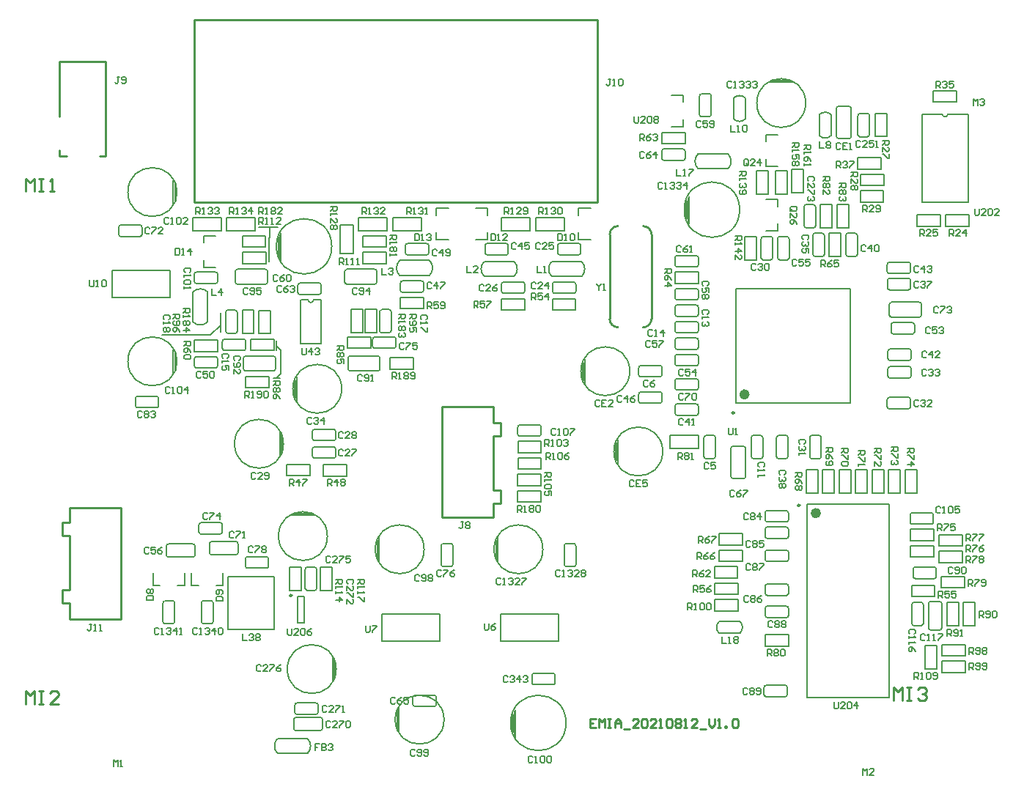
<source format=gto>
%FSLAX25Y25*%
%MOIN*%
G70*
G01*
G75*
%ADD10C,0.01969*%
%ADD11R,0.03543X0.03150*%
%ADD12R,0.03150X0.03543*%
%ADD13R,0.04724X0.08661*%
%ADD14R,0.13780X0.08661*%
%ADD15R,0.05512X0.03937*%
%ADD16R,0.03937X0.05512*%
%ADD17R,0.18110X0.07087*%
%ADD18O,0.00709X0.06299*%
%ADD19O,0.06299X0.00709*%
%ADD20O,0.04921X0.01575*%
%ADD21R,0.05118X0.04724*%
%ADD22R,0.04724X0.05118*%
%ADD23R,0.04331X0.03937*%
%ADD24R,0.03937X0.04331*%
%ADD25O,0.08661X0.02362*%
%ADD26R,0.08661X0.02362*%
%ADD27R,0.07874X0.21654*%
%ADD28R,0.03937X0.02362*%
%ADD29C,0.02000*%
%ADD30C,0.00600*%
%ADD31C,0.00787*%
%ADD32C,0.00700*%
%ADD33C,0.04000*%
%ADD34C,0.01000*%
%ADD35C,0.01500*%
%ADD36C,0.31032*%
%ADD37C,0.11024*%
%ADD38C,0.09449*%
%ADD39R,0.07874X0.11811*%
%ADD40O,0.05906X0.07087*%
%ADD41R,0.05906X0.07087*%
%ADD42O,0.05512X0.06693*%
%ADD43R,0.05512X0.06693*%
%ADD44O,0.06693X0.05512*%
%ADD45R,0.06693X0.05512*%
%ADD46C,0.06693*%
%ADD47C,0.03937*%
%ADD48O,0.11811X0.07000*%
%ADD49O,0.07000X0.11811*%
%ADD50C,0.02500*%
%ADD51C,0.08000*%
%ADD52C,0.00800*%
%ADD53C,0.00984*%
%ADD54C,0.02362*%
D31*
X4752694Y4425189D02*
G03*
X4755194Y4425189I1250J0D01*
G01*
X5041119Y4509689D02*
G03*
X5043619Y4509689I1250J0D01*
G01*
X4786180Y4269973D02*
X4812558D01*
Y4282283D01*
X4786180Y4269973D02*
Y4282283D01*
X4812558D01*
X4663680Y4438700D02*
X4690058D01*
X4663680Y4426390D02*
Y4438700D01*
X4690058Y4426390D02*
Y4438700D01*
X4663680Y4426390D02*
X4690058D01*
X4866558Y4269973D02*
Y4282283D01*
X4840180Y4269973D02*
X4866558D01*
X4840180Y4282283D02*
X4866558D01*
X4840180Y4269973D02*
Y4282084D01*
X4947224Y4378208D02*
X4999192D01*
X4947224Y4430177D02*
X4999192D01*
X4947224Y4378208D02*
Y4430177D01*
X4999192Y4378208D02*
Y4430177D01*
X4979668Y4244291D02*
X5017070D01*
X4979668Y4332087D02*
X5017070D01*
Y4244291D02*
Y4332087D01*
X4979668Y4244291D02*
Y4332087D01*
X4749357Y4405189D02*
Y4425189D01*
X4749408Y4405189D02*
X4758508D01*
X4758707Y4410760D02*
Y4419618D01*
X4755194Y4425189D02*
X4758707D01*
X4749508D02*
X4752694D01*
X4758707Y4405189D02*
Y4410760D01*
Y4419618D02*
Y4425189D01*
X5031877Y4509689D02*
X5041119D01*
X5043619D02*
X5052861D01*
Y4469689D02*
Y4509689D01*
X5031877Y4469689D02*
X5052861D01*
X5031877D02*
Y4509689D01*
X4747969Y4290094D02*
X4750969D01*
X4747969Y4278283D02*
X4750969D01*
X4747969D02*
Y4290094D01*
X4750969Y4278283D02*
Y4290094D01*
D32*
X4738829Y4225589D02*
G03*
X4738829Y4218789I3400J-3400D01*
G01*
X4752428D02*
G03*
X4752428Y4225589I-3400J3400D01*
G01*
X4863498Y4442589D02*
G03*
X4863498Y4435789I3400J-3400D01*
G01*
X4877098D02*
G03*
X4877098Y4442589I-3400J3400D01*
G01*
X4846409Y4435789D02*
G03*
X4846409Y4442589I-3400J3400D01*
G01*
X4832809D02*
G03*
X4832809Y4435789I3400J-3400D01*
G01*
X4794329Y4443089D02*
G03*
X4794329Y4436289I3400J-3400D01*
G01*
X4807928D02*
G03*
X4807928Y4443089I-3400J3400D01*
G01*
X4700276Y4415149D02*
G03*
X4707076Y4415149I3400J3400D01*
G01*
Y4428749D02*
G03*
X4700276Y4428749I-3400J-3400D01*
G01*
X4930069Y4491589D02*
G03*
X4930069Y4484789I3400J-3400D01*
G01*
X4943669D02*
G03*
X4943669Y4491589I-3400J3400D01*
G01*
X4945969Y4358489D02*
G03*
X4944969Y4357489I0J-1000D01*
G01*
X4951769D02*
G03*
X4950769Y4358489I-1000J0D01*
G01*
Y4343889D02*
G03*
X4951769Y4344889I0J1000D01*
G01*
X4944969D02*
G03*
X4945969Y4343889I1000J0D01*
G01*
X5017069Y4418289D02*
G03*
X5018069Y4417289I1000J0D01*
G01*
Y4424089D02*
G03*
X5017069Y4423089I0J-1000D01*
G01*
X5031669D02*
G03*
X5030669Y4424089I-1000J0D01*
G01*
Y4417289D02*
G03*
X5031669Y4418289I0J1000D01*
G01*
X4770819Y4393789D02*
G03*
X4771819Y4392789I1000J0D01*
G01*
Y4399589D02*
G03*
X4770819Y4398589I0J-1000D01*
G01*
X4785419D02*
G03*
X4784419Y4399589I-1000J0D01*
G01*
Y4392789D02*
G03*
X4785419Y4393789I0J1000D01*
G01*
X4737929Y4398589D02*
G03*
X4736929Y4399589I-1000J0D01*
G01*
Y4392789D02*
G03*
X4737929Y4393789I0J1000D01*
G01*
X4723329D02*
G03*
X4724329Y4392789I1000J0D01*
G01*
Y4399589D02*
G03*
X4723329Y4398589I0J-1000D01*
G01*
X4784003Y4438089D02*
G03*
X4783003Y4439089I-1000J0D01*
G01*
Y4432289D02*
G03*
X4784003Y4433289I0J1000D01*
G01*
X4769403D02*
G03*
X4770403Y4432289I1000J0D01*
G01*
Y4439089D02*
G03*
X4769403Y4438089I0J-1000D01*
G01*
X4734240D02*
G03*
X4733240Y4439089I-1000J0D01*
G01*
Y4432289D02*
G03*
X4734240Y4433289I0J1000D01*
G01*
X4719640D02*
G03*
X4720639Y4432289I1000J0D01*
G01*
Y4439089D02*
G03*
X4719640Y4438089I0J-1000D01*
G01*
X4993969Y4513179D02*
G03*
X4992969Y4512179I0J-1000D01*
G01*
X4999769D02*
G03*
X4998769Y4513179I-1000J0D01*
G01*
Y4498579D02*
G03*
X4999769Y4499579I0J1000D01*
G01*
X4992969D02*
G03*
X4993969Y4498579I1000J0D01*
G01*
X4700272Y4308126D02*
G03*
X4701272Y4309126I0J1000D01*
G01*
Y4313126D02*
G03*
X4700272Y4314126I-1000J0D01*
G01*
X4689272D02*
G03*
X4688272Y4313126I0J-1000D01*
G01*
Y4309126D02*
G03*
X4689272Y4308126I1000J0D01*
G01*
X4708849Y4315189D02*
G03*
X4707849Y4314189I0J-1000D01*
G01*
Y4310189D02*
G03*
X4708849Y4309189I1000J0D01*
G01*
X4719849D02*
G03*
X4720849Y4310189I0J1000D01*
G01*
Y4314189D02*
G03*
X4719849Y4315189I-1000J0D01*
G01*
X5034869Y4275961D02*
G03*
X5035869Y4274961I1000J0D01*
G01*
X5039869D02*
G03*
X5040869Y4275961I0J1000D01*
G01*
Y4286961D02*
G03*
X5039869Y4287960I-1000J0D01*
G01*
X5035869D02*
G03*
X5034869Y4286961I0J-1000D01*
G01*
X4747215Y4235189D02*
G03*
X4746215Y4234189I0J-1000D01*
G01*
Y4230189D02*
G03*
X4747215Y4229189I1000J0D01*
G01*
X4758215D02*
G03*
X4759215Y4230189I0J1000D01*
G01*
Y4234189D02*
G03*
X4758215Y4235189I-1000J0D01*
G01*
X4990469Y4509457D02*
G03*
X4985269Y4509457I-2600J-2600D01*
G01*
Y4499857D02*
G03*
X4990469Y4499857I2600J2600D01*
G01*
X4951469Y4517007D02*
G03*
X4946269Y4517007I-2600J-2600D01*
G01*
Y4507407D02*
G03*
X4951469Y4507407I2600J2600D01*
G01*
X4949169Y4273589D02*
G03*
X4949169Y4278789I-2600J2600D01*
G01*
X4939569D02*
G03*
X4939569Y4273589I2600J-2600D01*
G01*
X4932769Y4353889D02*
G03*
X4933769Y4352889I1000J0D01*
G01*
X4936969D02*
G03*
X4937969Y4353889I0J1000D01*
G01*
X4933769Y4363489D02*
G03*
X4932769Y4362489I0J-1000D01*
G01*
X4937969D02*
G03*
X4936969Y4363489I-1000J0D01*
G01*
X4904069Y4395289D02*
G03*
X4903069Y4394289I0J-1000D01*
G01*
Y4391089D02*
G03*
X4904069Y4390089I1000J0D01*
G01*
X4913669Y4394289D02*
G03*
X4912669Y4395289I-1000J0D01*
G01*
Y4390089D02*
G03*
X4913669Y4391089I0J1000D01*
G01*
X4954269Y4353889D02*
G03*
X4955269Y4352889I1000J0D01*
G01*
X4958469D02*
G03*
X4959469Y4353889I0J1000D01*
G01*
X4955269Y4363489D02*
G03*
X4954269Y4362489I0J-1000D01*
G01*
X4959469D02*
G03*
X4958469Y4363489I-1000J0D01*
G01*
X4929169Y4417589D02*
G03*
X4930169Y4418589I0J1000D01*
G01*
Y4421789D02*
G03*
X4929169Y4422789I-1000J0D01*
G01*
X4919569Y4418589D02*
G03*
X4920569Y4417589I1000J0D01*
G01*
Y4422789D02*
G03*
X4919569Y4421789I0J-1000D01*
G01*
X4929169Y4410089D02*
G03*
X4930169Y4411089I0J1000D01*
G01*
Y4414289D02*
G03*
X4929169Y4415289I-1000J0D01*
G01*
X4919569Y4411089D02*
G03*
X4920569Y4410089I1000J0D01*
G01*
Y4415289D02*
G03*
X4919569Y4414289I0J-1000D01*
G01*
X4714769Y4407289D02*
G03*
X4713769Y4406289I0J-1000D01*
G01*
Y4403089D02*
G03*
X4714769Y4402089I1000J0D01*
G01*
X4724369Y4406289D02*
G03*
X4723369Y4407289I-1000J0D01*
G01*
Y4402089D02*
G03*
X4724369Y4403089I0J1000D01*
G01*
X4785269Y4411143D02*
G03*
X4786269Y4410143I1000J0D01*
G01*
X4789469D02*
G03*
X4790469Y4411143I0J1000D01*
G01*
X4786269Y4420742D02*
G03*
X4785269Y4419743I0J-1000D01*
G01*
X4790469D02*
G03*
X4789469Y4420742I-1000J0D01*
G01*
X4715269Y4410871D02*
G03*
X4716269Y4409871I1000J0D01*
G01*
X4719469D02*
G03*
X4720469Y4410871I0J1000D01*
G01*
X4716269Y4420471D02*
G03*
X4715269Y4419471I0J-1000D01*
G01*
X4720469D02*
G03*
X4719469Y4420471I-1000J0D01*
G01*
X4864858Y4433289D02*
G03*
X4863858Y4432289I0J-1000D01*
G01*
Y4429089D02*
G03*
X4864858Y4428089I1000J0D01*
G01*
X4874458Y4432289D02*
G03*
X4873458Y4433289I-1000J0D01*
G01*
Y4428089D02*
G03*
X4874458Y4429089I0J1000D01*
G01*
X4875738Y4445589D02*
G03*
X4876738Y4446589I0J1000D01*
G01*
Y4449789D02*
G03*
X4875738Y4450789I-1000J0D01*
G01*
X4866138Y4446589D02*
G03*
X4867138Y4445589I1000J0D01*
G01*
Y4450789D02*
G03*
X4866138Y4449789I0J-1000D01*
G01*
X4841649Y4433289D02*
G03*
X4840649Y4432289I0J-1000D01*
G01*
Y4429089D02*
G03*
X4841649Y4428089I1000J0D01*
G01*
X4851249Y4432289D02*
G03*
X4850249Y4433289I-1000J0D01*
G01*
Y4428089D02*
G03*
X4851249Y4429089I0J1000D01*
G01*
X4755669Y4358289D02*
G03*
X4754669Y4357289I0J-1000D01*
G01*
Y4354089D02*
G03*
X4755669Y4353089I1000J0D01*
G01*
X4765269Y4357289D02*
G03*
X4764269Y4358289I-1000J0D01*
G01*
Y4353089D02*
G03*
X4765269Y4354089I0J1000D01*
G01*
X4755669Y4366289D02*
G03*
X4754669Y4365289I0J-1000D01*
G01*
Y4362089D02*
G03*
X4755669Y4361089I1000J0D01*
G01*
X4765269Y4365289D02*
G03*
X4764269Y4366289I-1000J0D01*
G01*
Y4361089D02*
G03*
X4765269Y4362089I0J1000D01*
G01*
X4963969Y4452989D02*
G03*
X4962969Y4453989I-1000J0D01*
G01*
X4959769D02*
G03*
X4958769Y4452989I0J-1000D01*
G01*
X4962969Y4443389D02*
G03*
X4963969Y4444389I0J1000D01*
G01*
X4958769D02*
G03*
X4959769Y4443389I1000J0D01*
G01*
X4980844Y4353889D02*
G03*
X4981844Y4352889I1000J0D01*
G01*
X4985044D02*
G03*
X4986044Y4353889I0J1000D01*
G01*
X4981844Y4363489D02*
G03*
X4980844Y4362489I0J-1000D01*
G01*
X4986044D02*
G03*
X4985044Y4363489I-1000J0D01*
G01*
X5025669Y4375589D02*
G03*
X5026669Y4376589I0J1000D01*
G01*
Y4379789D02*
G03*
X5025669Y4380789I-1000J0D01*
G01*
X5016069Y4376589D02*
G03*
X5017069Y4375589I1000J0D01*
G01*
Y4380789D02*
G03*
X5016069Y4379789I0J-1000D01*
G01*
X5025992Y4389589D02*
G03*
X5026992Y4390589I0J1000D01*
G01*
Y4393789D02*
G03*
X5025992Y4394789I-1000J0D01*
G01*
X5016392Y4390589D02*
G03*
X5017392Y4389589I1000J0D01*
G01*
Y4394789D02*
G03*
X5016392Y4393789I0J-1000D01*
G01*
X4987469Y4454489D02*
G03*
X4986469Y4455489I-1000J0D01*
G01*
X4983269D02*
G03*
X4982269Y4454489I0J-1000D01*
G01*
X4986469Y4444889D02*
G03*
X4987469Y4445889I0J1000D01*
G01*
X4982269D02*
G03*
X4983269Y4444889I1000J0D01*
G01*
X5025751Y4429730D02*
G03*
X5026751Y4430730I0J1000D01*
G01*
Y4433930D02*
G03*
X5025751Y4434930I-1000J0D01*
G01*
X5016151Y4430730D02*
G03*
X5017151Y4429730I1000J0D01*
G01*
Y4434930D02*
G03*
X5016151Y4433930I0J-1000D01*
G01*
X4965769Y4353889D02*
G03*
X4966769Y4352889I1000J0D01*
G01*
X4969969D02*
G03*
X4970969Y4353889I0J1000D01*
G01*
X4966769Y4363489D02*
G03*
X4965769Y4362489I0J-1000D01*
G01*
X4970969D02*
G03*
X4969969Y4363489I-1000J0D01*
G01*
X4997269Y4445889D02*
G03*
X4998269Y4444889I1000J0D01*
G01*
X5001469D02*
G03*
X5002469Y4445889I0J1000D01*
G01*
X4998269Y4455489D02*
G03*
X4997269Y4454489I0J-1000D01*
G01*
X5002469D02*
G03*
X5001469Y4455489I-1000J0D01*
G01*
X4920569Y4377789D02*
G03*
X4919569Y4376789I0J-1000D01*
G01*
Y4373589D02*
G03*
X4920569Y4372589I1000J0D01*
G01*
X4930169Y4376789D02*
G03*
X4929169Y4377789I-1000J0D01*
G01*
Y4372589D02*
G03*
X4930169Y4373589I0J1000D01*
G01*
X5025992Y4397589D02*
G03*
X5026992Y4398589I0J1000D01*
G01*
Y4401789D02*
G03*
X5025992Y4402789I-1000J0D01*
G01*
X5016392Y4398589D02*
G03*
X5017392Y4397589I1000J0D01*
G01*
Y4402789D02*
G03*
X5016392Y4401789I0J-1000D01*
G01*
X5025669Y4437089D02*
G03*
X5026669Y4438089I0J1000D01*
G01*
Y4441289D02*
G03*
X5025669Y4442289I-1000J0D01*
G01*
X5016069Y4438089D02*
G03*
X5017069Y4437089I1000J0D01*
G01*
Y4442289D02*
G03*
X5016069Y4441289I0J-1000D01*
G01*
X4834169Y4450789D02*
G03*
X4833169Y4449789I0J-1000D01*
G01*
Y4446589D02*
G03*
X4834169Y4445589I1000J0D01*
G01*
X4843769Y4449789D02*
G03*
X4842769Y4450789I-1000J0D01*
G01*
Y4445589D02*
G03*
X4843769Y4446589I0J1000D01*
G01*
X4904069Y4383289D02*
G03*
X4903069Y4382289I0J-1000D01*
G01*
Y4379089D02*
G03*
X4904069Y4378089I1000J0D01*
G01*
X4913669Y4382289D02*
G03*
X4912669Y4383289I-1000J0D01*
G01*
Y4378089D02*
G03*
X4913669Y4379089I0J1000D01*
G01*
X4795688Y4433789D02*
G03*
X4794688Y4432789I0J-1000D01*
G01*
Y4429589D02*
G03*
X4795688Y4428589I1000J0D01*
G01*
X4805288Y4432789D02*
G03*
X4804288Y4433789I-1000J0D01*
G01*
Y4428589D02*
G03*
X4805288Y4429589I0J1000D01*
G01*
X4806569Y4445589D02*
G03*
X4807569Y4446589I0J1000D01*
G01*
Y4449789D02*
G03*
X4806569Y4450789I-1000J0D01*
G01*
X4796969Y4446589D02*
G03*
X4797969Y4445589I1000J0D01*
G01*
Y4450789D02*
G03*
X4796969Y4449789I0J-1000D01*
G01*
X4701976Y4399309D02*
G03*
X4700976Y4398309I0J-1000D01*
G01*
Y4395109D02*
G03*
X4701976Y4394109I1000J0D01*
G01*
X4711576Y4398309D02*
G03*
X4710576Y4399309I-1000J0D01*
G01*
Y4394109D02*
G03*
X4711576Y4395109I0J1000D01*
G01*
X5027447Y4409589D02*
G03*
X5028447Y4410589I0J1000D01*
G01*
Y4413789D02*
G03*
X5027447Y4414789I-1000J0D01*
G01*
X5017847Y4410589D02*
G03*
X5018847Y4409589I1000J0D01*
G01*
Y4414789D02*
G03*
X5017847Y4413789I0J-1000D01*
G01*
X4920569Y4400289D02*
G03*
X4919569Y4399289I0J-1000D01*
G01*
Y4396089D02*
G03*
X4920569Y4395089I1000J0D01*
G01*
X4930169Y4399289D02*
G03*
X4929169Y4400289I-1000J0D01*
G01*
Y4395089D02*
G03*
X4930169Y4396089I0J1000D01*
G01*
X4971469Y4452989D02*
G03*
X4970469Y4453989I-1000J0D01*
G01*
X4967269D02*
G03*
X4966269Y4452989I0J-1000D01*
G01*
X4970469Y4443389D02*
G03*
X4971469Y4444389I0J1000D01*
G01*
X4966269D02*
G03*
X4967269Y4443389I1000J0D01*
G01*
X4920569Y4407789D02*
G03*
X4919569Y4406789I0J-1000D01*
G01*
Y4403589D02*
G03*
X4920569Y4402589I1000J0D01*
G01*
X4930169Y4406789D02*
G03*
X4929169Y4407789I-1000J0D01*
G01*
Y4402589D02*
G03*
X4930169Y4403589I0J1000D01*
G01*
X4920569Y4430289D02*
G03*
X4919569Y4429289I0J-1000D01*
G01*
Y4426089D02*
G03*
X4920569Y4425089I1000J0D01*
G01*
X4930169Y4429289D02*
G03*
X4929169Y4430289I-1000J0D01*
G01*
Y4425089D02*
G03*
X4930169Y4426089I0J1000D01*
G01*
X4935969Y4518007D02*
G03*
X4934969Y4519007I-1000J0D01*
G01*
X4931769D02*
G03*
X4930769Y4518007I0J-1000D01*
G01*
X4934969Y4508407D02*
G03*
X4935969Y4509407I0J1000D01*
G01*
X4930769D02*
G03*
X4931769Y4508407I1000J0D01*
G01*
X4920569Y4445289D02*
G03*
X4919569Y4444289I0J-1000D01*
G01*
Y4441089D02*
G03*
X4920569Y4440089I1000J0D01*
G01*
X4930169Y4444289D02*
G03*
X4929169Y4445289I-1000J0D01*
G01*
Y4440089D02*
G03*
X4930169Y4441089I0J1000D01*
G01*
X4749060Y4432789D02*
G03*
X4748060Y4431789I0J-1000D01*
G01*
Y4428589D02*
G03*
X4749060Y4427589I1000J0D01*
G01*
X4758660Y4431789D02*
G03*
X4757660Y4432789I-1000J0D01*
G01*
Y4427589D02*
G03*
X4758660Y4428589I0J1000D01*
G01*
X4914543Y4493789D02*
G03*
X4913543Y4492789I0J-1000D01*
G01*
Y4489589D02*
G03*
X4914543Y4488589I1000J0D01*
G01*
X4924143Y4492789D02*
G03*
X4923143Y4493789I-1000J0D01*
G01*
Y4488589D02*
G03*
X4924143Y4489589I0J1000D01*
G01*
X4809969Y4240189D02*
G03*
X4810969Y4241189I0J1000D01*
G01*
Y4244389D02*
G03*
X4809969Y4245389I-1000J0D01*
G01*
X4800369Y4241189D02*
G03*
X4801369Y4240189I1000J0D01*
G01*
Y4245389D02*
G03*
X4800369Y4244389I0J-1000D01*
G01*
X4920569Y4389289D02*
G03*
X4919569Y4388289I0J-1000D01*
G01*
Y4385089D02*
G03*
X4920569Y4384089I1000J0D01*
G01*
X4930169Y4388289D02*
G03*
X4929169Y4389289I-1000J0D01*
G01*
Y4384089D02*
G03*
X4930169Y4385089I0J1000D01*
G01*
X4667569Y4459189D02*
G03*
X4666569Y4458189I0J-1000D01*
G01*
Y4454989D02*
G03*
X4667569Y4453989I1000J0D01*
G01*
X4677169Y4458189D02*
G03*
X4676169Y4459189I-1000J0D01*
G01*
Y4453989D02*
G03*
X4677169Y4454989I0J1000D01*
G01*
X4712703Y4318589D02*
G03*
X4713702Y4319589I0J1000D01*
G01*
Y4322789D02*
G03*
X4712703Y4323789I-1000J0D01*
G01*
X4703102Y4319589D02*
G03*
X4704102Y4318589I1000J0D01*
G01*
Y4323789D02*
G03*
X4703102Y4322789I0J-1000D01*
G01*
X4791669Y4403089D02*
G03*
X4792669Y4404089I0J1000D01*
G01*
Y4407289D02*
G03*
X4791669Y4408289I-1000J0D01*
G01*
X4782069Y4404089D02*
G03*
X4783069Y4403089I1000J0D01*
G01*
Y4408289D02*
G03*
X4782069Y4407289I0J-1000D01*
G01*
X4818469Y4313389D02*
G03*
X4817469Y4314389I-1000J0D01*
G01*
X4814269D02*
G03*
X4813269Y4313389I0J-1000D01*
G01*
X4817469Y4303789D02*
G03*
X4818469Y4304789I0J1000D01*
G01*
X4813269D02*
G03*
X4814269Y4303789I1000J0D01*
G01*
X4725169Y4308289D02*
G03*
X4724169Y4307289I0J-1000D01*
G01*
Y4304089D02*
G03*
X4725169Y4303089I1000J0D01*
G01*
X4734769Y4307289D02*
G03*
X4733769Y4308289I-1000J0D01*
G01*
Y4303089D02*
G03*
X4734769Y4304089I0J1000D01*
G01*
X4675169Y4381289D02*
G03*
X4674169Y4380289I0J-1000D01*
G01*
Y4377089D02*
G03*
X4675169Y4376089I1000J0D01*
G01*
X4684769Y4380289D02*
G03*
X4683769Y4381289I-1000J0D01*
G01*
Y4376089D02*
G03*
X4684769Y4377089I0J1000D01*
G01*
X4961551Y4329289D02*
G03*
X4960551Y4328289I0J-1000D01*
G01*
Y4325089D02*
G03*
X4961551Y4324089I1000J0D01*
G01*
X4971151Y4328289D02*
G03*
X4970151Y4329289I-1000J0D01*
G01*
Y4324089D02*
G03*
X4971151Y4325089I0J1000D01*
G01*
X4961551Y4321789D02*
G03*
X4960551Y4320789I0J-1000D01*
G01*
Y4317589D02*
G03*
X4961551Y4316589I1000J0D01*
G01*
X4971151Y4320789D02*
G03*
X4970151Y4321789I-1000J0D01*
G01*
Y4316589D02*
G03*
X4971151Y4317589I0J1000D01*
G01*
X4961569Y4295907D02*
G03*
X4960569Y4294907I0J-1000D01*
G01*
Y4291707D02*
G03*
X4961569Y4290707I1000J0D01*
G01*
X4971169Y4294907D02*
G03*
X4970169Y4295907I-1000J0D01*
G01*
Y4290707D02*
G03*
X4971169Y4291707I0J1000D01*
G01*
X4961569Y4311289D02*
G03*
X4960569Y4310289I0J-1000D01*
G01*
Y4307089D02*
G03*
X4961569Y4306089I1000J0D01*
G01*
X4971169Y4310289D02*
G03*
X4970169Y4311289I-1000J0D01*
G01*
Y4306089D02*
G03*
X4971169Y4307089I0J1000D01*
G01*
X4961569Y4285789D02*
G03*
X4960569Y4284789I0J-1000D01*
G01*
Y4281589D02*
G03*
X4961569Y4280589I1000J0D01*
G01*
X4971169Y4284789D02*
G03*
X4970169Y4285789I-1000J0D01*
G01*
Y4280589D02*
G03*
X4971169Y4281589I0J1000D01*
G01*
X4961050Y4249844D02*
G03*
X4960051Y4248844I0J-1000D01*
G01*
Y4245644D02*
G03*
X4961050Y4244644I1000J0D01*
G01*
X4970650Y4248844D02*
G03*
X4969651Y4249844I-1000J0D01*
G01*
Y4244644D02*
G03*
X4970650Y4245644I0J1000D01*
G01*
X5037419Y4298384D02*
G03*
X5038419Y4299384I0J1000D01*
G01*
Y4302584D02*
G03*
X5037419Y4303584I-1000J0D01*
G01*
X5027819Y4299384D02*
G03*
X5028819Y4298384I1000J0D01*
G01*
Y4303584D02*
G03*
X5027819Y4302584I0J-1000D01*
G01*
X4701976Y4437789D02*
G03*
X4700976Y4436789I0J-1000D01*
G01*
Y4433589D02*
G03*
X4701976Y4432589I1000J0D01*
G01*
X4711576Y4436789D02*
G03*
X4710576Y4437789I-1000J0D01*
G01*
Y4432589D02*
G03*
X4711576Y4433589I0J1000D01*
G01*
X5036087Y4323089D02*
G03*
X5037087Y4324089I0J1000D01*
G01*
Y4327289D02*
G03*
X5036087Y4328289I-1000J0D01*
G01*
X5026487Y4324089D02*
G03*
X5027487Y4323089I1000J0D01*
G01*
Y4328289D02*
G03*
X5026487Y4327289I0J-1000D01*
G01*
X4857669Y4363089D02*
G03*
X4858669Y4364089I0J1000D01*
G01*
Y4367289D02*
G03*
X4857669Y4368289I-1000J0D01*
G01*
X4848069Y4364089D02*
G03*
X4849069Y4363089I1000J0D01*
G01*
Y4368289D02*
G03*
X4848069Y4367289I0J-1000D01*
G01*
X5027269Y4277989D02*
G03*
X5028269Y4276989I1000J0D01*
G01*
X5031469D02*
G03*
X5032469Y4277989I0J1000D01*
G01*
X5028269Y4287589D02*
G03*
X5027269Y4286589I0J-1000D01*
G01*
X5032469D02*
G03*
X5031469Y4287589I-1000J0D01*
G01*
X5007969Y4508957D02*
G03*
X5006969Y4509957I-1000J0D01*
G01*
X5003769D02*
G03*
X5002769Y4508957I0J-1000D01*
G01*
X5006969Y4499357D02*
G03*
X5007969Y4500357I0J1000D01*
G01*
X5002769D02*
G03*
X5003769Y4499357I1000J0D01*
G01*
X4747669Y4241789D02*
G03*
X4746669Y4240789I0J-1000D01*
G01*
Y4237589D02*
G03*
X4747669Y4236589I1000J0D01*
G01*
X4757269Y4240789D02*
G03*
X4756269Y4241789I-1000J0D01*
G01*
Y4236589D02*
G03*
X4757269Y4237589I0J1000D01*
G01*
X4751395Y4293989D02*
G03*
X4752395Y4292989I1000J0D01*
G01*
X4755595D02*
G03*
X4756595Y4293989I0J1000D01*
G01*
X4752395Y4303589D02*
G03*
X4751395Y4302589I0J-1000D01*
G01*
X4756595D02*
G03*
X4755595Y4303589I-1000J0D01*
G01*
X4983469Y4467489D02*
G03*
X4982469Y4468489I-1000J0D01*
G01*
X4979269D02*
G03*
X4978269Y4467489I0J-1000D01*
G01*
X4982469Y4457889D02*
G03*
X4983469Y4458889I0J1000D01*
G01*
X4978269D02*
G03*
X4979269Y4457889I1000J0D01*
G01*
X4864069Y4250089D02*
G03*
X4865069Y4251089I0J1000D01*
G01*
Y4254289D02*
G03*
X4864069Y4255289I-1000J0D01*
G01*
X4854469Y4251089D02*
G03*
X4855469Y4250089I1000J0D01*
G01*
Y4255289D02*
G03*
X4854469Y4254289I0J-1000D01*
G01*
X4874469Y4313335D02*
G03*
X4873469Y4314335I-1000J0D01*
G01*
X4870269D02*
G03*
X4869269Y4313335I0J-1000D01*
G01*
X4873469Y4303735D02*
G03*
X4874469Y4304736I0J1000D01*
G01*
X4869269D02*
G03*
X4870269Y4303735I1000J0D01*
G01*
X4704269Y4278749D02*
G03*
X4705269Y4277749I1000J0D01*
G01*
X4708469D02*
G03*
X4709469Y4278749I0J1000D01*
G01*
X4705269Y4288349D02*
G03*
X4704269Y4287349I0J-1000D01*
G01*
X4709469D02*
G03*
X4708469Y4288349I-1000J0D01*
G01*
X4686769Y4278749D02*
G03*
X4687769Y4277749I1000J0D01*
G01*
X4690969D02*
G03*
X4691969Y4278749I0J1000D01*
G01*
X4687769Y4288349D02*
G03*
X4686769Y4287349I0J-1000D01*
G01*
X4691969D02*
G03*
X4690969Y4288349I-1000J0D01*
G01*
X5053187Y4458589D02*
Y4463789D01*
X5042587D02*
X5053187D01*
X5042587Y4458589D02*
Y4463789D01*
Y4458589D02*
X5053187D01*
X5040169D02*
Y4463789D01*
X5029569D02*
X5040169D01*
X5029569Y4458589D02*
Y4463789D01*
Y4458589D02*
X5040169D01*
X5010769Y4499439D02*
X5015969D01*
Y4510039D01*
X5010769D02*
X5015969D01*
X5010769Y4499439D02*
Y4510039D01*
X5004069Y4477089D02*
Y4482289D01*
Y4477089D02*
X5014669D01*
Y4482289D01*
X5004069D02*
X5014669D01*
X5003819Y4469589D02*
Y4474789D01*
Y4469589D02*
X5014419D01*
Y4474789D01*
X5003819D02*
X5014419D01*
X5036919Y4515089D02*
Y4520289D01*
Y4515089D02*
X5047519D01*
Y4520289D01*
X5036919D02*
X5047519D01*
X5002669Y4484589D02*
Y4489789D01*
Y4484589D02*
X5013269D01*
Y4489789D01*
X5002669D02*
X5013269D01*
X4753551Y4345089D02*
Y4350289D01*
X4742950D02*
X4753551D01*
X4742950Y4345089D02*
Y4350289D01*
Y4345089D02*
X4753551D01*
X4770369Y4344989D02*
Y4350189D01*
X4759769D02*
X4770369D01*
X4759769Y4344989D02*
Y4350189D01*
Y4344989D02*
X4770369D01*
X4874376Y4420458D02*
Y4425658D01*
X4863776D02*
X4874376D01*
X4863776Y4420458D02*
Y4425658D01*
Y4420458D02*
X4874376D01*
X5027169Y4290089D02*
Y4295289D01*
Y4290089D02*
X5037769D01*
Y4295289D01*
X5027169D02*
X5037769D01*
X4948169Y4291089D02*
Y4296289D01*
X4937569D02*
X4948169D01*
X4937569Y4291089D02*
Y4296289D01*
Y4291089D02*
X4948169D01*
X4851167Y4420458D02*
Y4425658D01*
X4840567D02*
X4851167D01*
X4840567Y4420458D02*
Y4425658D01*
Y4420458D02*
X4851167D01*
X4805207Y4421089D02*
Y4426289D01*
X4794606D02*
X4805207D01*
X4794606Y4421089D02*
Y4426289D01*
Y4421089D02*
X4805207D01*
X4711494Y4401609D02*
Y4406809D01*
X4700894D02*
X4711494D01*
X4700894Y4401609D02*
Y4406809D01*
Y4401609D02*
X4711494D01*
X4948069Y4298589D02*
Y4303789D01*
X4937469D02*
X4948069D01*
X4937469Y4298589D02*
Y4303789D01*
Y4298589D02*
X4948069D01*
X4913543Y4496089D02*
Y4501289D01*
Y4496089D02*
X4924143D01*
Y4501289D01*
X4913543D02*
X4924143D01*
X4930169Y4432589D02*
Y4437789D01*
X4919569D02*
X4930169D01*
X4919569Y4432589D02*
Y4437789D01*
Y4432589D02*
X4930169D01*
X4989769Y4444889D02*
X4994969D01*
Y4455489D01*
X4989769D02*
X4994969D01*
X4989769Y4444889D02*
Y4455489D01*
X4950169Y4306089D02*
Y4311289D01*
X4939569D02*
X4950169D01*
X4939569Y4306089D02*
Y4311289D01*
Y4306089D02*
X4950169D01*
Y4313589D02*
Y4318789D01*
X4939569D02*
X4950169D01*
X4939569Y4313589D02*
Y4318789D01*
Y4313589D02*
X4950169D01*
X4979269Y4337389D02*
X4984469D01*
Y4347989D01*
X4979269D02*
X4984469D01*
X4979269Y4337389D02*
Y4347989D01*
X4986769Y4337389D02*
X4991969D01*
Y4347989D01*
X4986769D02*
X4991969D01*
X4986769Y4337389D02*
Y4347989D01*
X4994269Y4337389D02*
X4999469D01*
Y4347989D01*
X4994269D02*
X4999469D01*
X4994269Y4337389D02*
Y4347989D01*
X5001769Y4337389D02*
X5006969D01*
Y4347989D01*
X5001769D02*
X5006969D01*
X5001769Y4337389D02*
Y4347989D01*
X5009269Y4337389D02*
X5014469D01*
Y4347989D01*
X5009269D02*
X5014469D01*
X5009269Y4337389D02*
Y4347989D01*
X5016769Y4337389D02*
X5021969D01*
Y4347989D01*
X5016769D02*
X5021969D01*
X5016769Y4337389D02*
Y4347989D01*
X5024269Y4337389D02*
X5029469D01*
Y4347989D01*
X5024269D02*
X5029469D01*
X5024269Y4337389D02*
Y4347989D01*
X5026569Y4315589D02*
Y4320789D01*
Y4315589D02*
X5037169D01*
Y4320789D01*
X5026569D02*
X5037169D01*
X5026551Y4308089D02*
Y4313289D01*
Y4308089D02*
X5037151D01*
Y4313289D01*
X5026551D02*
X5037151D01*
X5039569Y4313089D02*
Y4318289D01*
Y4313089D02*
X5050169D01*
Y4318289D01*
X5039569D02*
X5050169D01*
X5039569Y4305589D02*
Y4310789D01*
Y4305589D02*
X5050169D01*
Y4310789D01*
X5039569D02*
X5050169D01*
X5040669Y4294089D02*
Y4299289D01*
Y4294089D02*
X5051269D01*
Y4299289D01*
X5040669D02*
X5051269D01*
X4960569Y4267589D02*
Y4272789D01*
Y4267589D02*
X4971169D01*
Y4272789D01*
X4960569D02*
X4971169D01*
X4985769Y4468489D02*
X4990969D01*
X4985769Y4457889D02*
Y4468489D01*
Y4457889D02*
X4990969D01*
Y4468489D01*
X4993269Y4457889D02*
X4998469D01*
Y4468489D01*
X4993269D02*
X4998469D01*
X4993269Y4457889D02*
Y4468489D01*
X4770569Y4403089D02*
Y4408289D01*
Y4403089D02*
X4781169D01*
Y4408289D01*
X4770569D02*
X4781169D01*
X4726669Y4402089D02*
Y4407289D01*
Y4402089D02*
X4737269D01*
Y4407289D01*
X4726669D02*
X4737269D01*
X5050769Y4287507D02*
X5055969D01*
X5050769Y4276907D02*
Y4287507D01*
Y4276907D02*
X5055969D01*
Y4287507D01*
X5043269Y4276989D02*
X5048469D01*
Y4287589D01*
X5043269D02*
X5048469D01*
X5043269Y4276989D02*
Y4287589D01*
X4778769Y4410139D02*
X4783969D01*
Y4420739D01*
X4778769D02*
X4783969D01*
X4778769Y4410139D02*
Y4420739D01*
X4722778Y4409871D02*
X4727978D01*
Y4420471D01*
X4722778D02*
X4727978D01*
X4722778Y4409871D02*
Y4420471D01*
X5041069Y4263089D02*
Y4268289D01*
Y4263089D02*
X5051669D01*
Y4268289D01*
X5041069D02*
X5051669D01*
X5041069Y4255589D02*
Y4260789D01*
Y4255589D02*
X5051669D01*
Y4260789D01*
X5041069D02*
X5051669D01*
X4948169Y4283539D02*
Y4288739D01*
X4937569D02*
X4948169D01*
X4937569Y4283539D02*
Y4288739D01*
Y4283539D02*
X4948169D01*
X4848151Y4355589D02*
Y4360789D01*
Y4355589D02*
X4858751D01*
Y4360789D01*
X4848151D02*
X4858751D01*
X4858669Y4340589D02*
Y4345789D01*
X4848069D02*
X4858669D01*
X4848069Y4340589D02*
Y4345789D01*
Y4340589D02*
X4858669D01*
X4848151Y4348089D02*
Y4353289D01*
Y4348089D02*
X4858751D01*
Y4353289D01*
X4848151D02*
X4858751D01*
X5033269Y4257389D02*
X5038469D01*
Y4267989D01*
X5033269D02*
X5038469D01*
X5033269Y4257389D02*
Y4267989D01*
X4788261Y4441589D02*
Y4446789D01*
X4777662D02*
X4788261D01*
X4777662Y4441589D02*
Y4446789D01*
Y4441589D02*
X4788261D01*
X4722861D02*
Y4446789D01*
Y4441589D02*
X4733462D01*
Y4446789D01*
X4722861D02*
X4733462D01*
X4744269Y4303507D02*
X4749469D01*
X4744269Y4292907D02*
Y4303507D01*
Y4292907D02*
X4749469D01*
Y4303507D01*
X4758269D02*
X4763469D01*
X4758269Y4292907D02*
Y4303507D01*
Y4292907D02*
X4763469D01*
Y4303507D01*
X4956607Y4473389D02*
X4961807D01*
Y4483989D01*
X4956607D02*
X4961807D01*
X4956607Y4473389D02*
Y4483989D01*
X4951269Y4443389D02*
X4956469D01*
Y4453989D01*
X4951269D02*
X4956469D01*
X4951269Y4443389D02*
Y4453989D01*
X4965269Y4473389D02*
X4970469D01*
Y4483989D01*
X4965269D02*
X4970469D01*
X4965269Y4473389D02*
Y4483989D01*
X4972769Y4473889D02*
X4977969D01*
Y4484489D01*
X4972769D02*
X4977969D01*
X4972769Y4473889D02*
Y4484489D01*
X4858669Y4333089D02*
Y4338289D01*
X4848069D02*
X4858669D01*
X4848069Y4333089D02*
Y4338289D01*
Y4333089D02*
X4858669D01*
X4777744Y4449089D02*
Y4454289D01*
Y4449089D02*
X4788343D01*
Y4454289D01*
X4777744D02*
X4788343D01*
X4733380Y4449089D02*
Y4454289D01*
X4722780D02*
X4733380D01*
X4722780Y4449089D02*
Y4454289D01*
Y4449089D02*
X4733380D01*
X4772269Y4410139D02*
X4777469D01*
Y4420739D01*
X4772269D02*
X4777469D01*
X4772269Y4410139D02*
Y4420739D01*
X4730269Y4420389D02*
X4735469D01*
X4730269Y4409789D02*
Y4420389D01*
Y4409789D02*
X4735469D01*
Y4420389D01*
X4800669Y4393589D02*
Y4398789D01*
X4790069D02*
X4800669D01*
X4790069Y4393589D02*
Y4398789D01*
Y4393589D02*
X4800669D01*
X4724188Y4385089D02*
Y4390289D01*
Y4385089D02*
X4734789D01*
Y4390289D01*
X4724188D02*
X4734789D01*
X4716369Y4275240D02*
X4737369D01*
Y4299240D01*
X4716369Y4275240D02*
Y4299240D01*
X4737369D01*
X4738829Y4218789D02*
X4752428D01*
X4738829Y4225589D02*
X4752428D01*
X4863498Y4435789D02*
X4877098D01*
X4863498Y4442589D02*
X4877098D01*
X4832809D02*
X4846409D01*
X4832809Y4435789D02*
X4846409D01*
X4794329Y4436289D02*
X4807928D01*
X4794329Y4443089D02*
X4807928D01*
X4707076Y4415149D02*
Y4428749D01*
X4700276Y4415149D02*
Y4428749D01*
X4930069Y4484789D02*
X4943669D01*
X4930069Y4491589D02*
X4943669D01*
X4951769Y4344889D02*
Y4357489D01*
X4945969Y4358489D02*
X4950769D01*
X4945969Y4343889D02*
X4950769D01*
X4944969Y4344889D02*
Y4357489D01*
X5018069Y4424089D02*
X5030669D01*
X5017069Y4418289D02*
Y4423089D01*
X5031669Y4418289D02*
Y4423089D01*
X5018069Y4417289D02*
X5030669D01*
X4771819Y4399589D02*
X4784419D01*
X4770819Y4393789D02*
Y4398589D01*
X4785419Y4393789D02*
Y4398589D01*
X4771819Y4392789D02*
X4784419D01*
X4724329Y4392789D02*
X4736929D01*
X4737929Y4393789D02*
Y4398589D01*
X4723329Y4393789D02*
Y4398589D01*
X4724329Y4399589D02*
X4736929D01*
X4770403Y4432289D02*
X4783003D01*
X4784003Y4433289D02*
Y4438089D01*
X4769403Y4433289D02*
Y4438089D01*
X4770403Y4439089D02*
X4783003D01*
X4720639Y4432289D02*
X4733240D01*
X4734240Y4433289D02*
Y4438089D01*
X4719640Y4433289D02*
Y4438089D01*
X4720639Y4439089D02*
X4733240D01*
X4999769Y4499579D02*
Y4512179D01*
X4993969Y4513179D02*
X4998769D01*
X4993969Y4498579D02*
X4998769D01*
X4992969Y4499579D02*
Y4512179D01*
X4917369Y4357439D02*
Y4363439D01*
X4930369Y4357439D02*
Y4363439D01*
X4917369Y4357439D02*
X4930369D01*
X4917369Y4363439D02*
X4930369D01*
X4767369Y4446337D02*
X4773369D01*
X4767369Y4459337D02*
X4773369D01*
Y4446337D02*
Y4459337D01*
X4767369Y4446337D02*
Y4459337D01*
X4840715Y4456689D02*
Y4462689D01*
X4853715Y4456689D02*
Y4462689D01*
X4840715Y4456689D02*
X4853715D01*
X4840715Y4462689D02*
X4853715D01*
X4869215Y4456689D02*
Y4462689D01*
X4856215Y4456689D02*
Y4462689D01*
X4869215D01*
X4856215Y4456689D02*
X4869215D01*
X4804215D02*
Y4462689D01*
X4791215Y4456689D02*
Y4462689D01*
X4804215D01*
X4791215Y4456689D02*
X4804215D01*
X4788715D02*
Y4462689D01*
X4775715Y4456689D02*
Y4462689D01*
X4788715D01*
X4775715Y4456689D02*
X4788715D01*
X4728715D02*
Y4462689D01*
X4715715Y4456689D02*
Y4462689D01*
X4728715D01*
X4715715Y4456689D02*
X4728715D01*
X4689272Y4314126D02*
X4700272D01*
X4689272Y4308126D02*
X4700272D01*
X4701272Y4309126D02*
Y4313126D01*
X4688272Y4309126D02*
Y4313126D01*
X4708849Y4309189D02*
X4719849D01*
X4708849Y4315189D02*
X4719849D01*
X4707849Y4310189D02*
Y4314189D01*
X4720849Y4310189D02*
Y4314189D01*
X5040869Y4275961D02*
Y4286961D01*
X5034869Y4275961D02*
Y4286961D01*
X5035869Y4274961D02*
X5039869D01*
X5035869Y4287960D02*
X5039869D01*
X4747215Y4229189D02*
X4758215D01*
X4747215Y4235189D02*
X4758215D01*
X4746215Y4230189D02*
Y4234189D01*
X4759215Y4230189D02*
Y4234189D01*
X4985269Y4499857D02*
Y4509457D01*
X4990469Y4499857D02*
Y4509457D01*
X4946269Y4507407D02*
Y4517007D01*
X4951469Y4507407D02*
Y4517007D01*
X4939569Y4278789D02*
X4949169D01*
X4939569Y4273589D02*
X4949169D01*
X4933769Y4352889D02*
X4936969D01*
X4932769Y4353889D02*
Y4362489D01*
X4937969Y4353889D02*
Y4362489D01*
X4933769Y4363489D02*
X4936969D01*
X4903069Y4391089D02*
Y4394289D01*
X4904069Y4395289D02*
X4912669D01*
X4904069Y4390089D02*
X4912669D01*
X4913669Y4391089D02*
Y4394289D01*
X4955269Y4352889D02*
X4958469D01*
X4954269Y4353889D02*
Y4362489D01*
X4959469Y4353889D02*
Y4362489D01*
X4955269Y4363489D02*
X4958469D01*
X4930169Y4418589D02*
Y4421789D01*
X4920569Y4417589D02*
X4929169D01*
X4920569Y4422789D02*
X4929169D01*
X4919569Y4418589D02*
Y4421789D01*
X4930169Y4411089D02*
Y4414289D01*
X4920569Y4410089D02*
X4929169D01*
X4920569Y4415289D02*
X4929169D01*
X4919569Y4411089D02*
Y4414289D01*
X4713769Y4403089D02*
Y4406289D01*
X4714769Y4407289D02*
X4723369D01*
X4714769Y4402089D02*
X4723369D01*
X4724369Y4403089D02*
Y4406289D01*
X4786269Y4410143D02*
X4789469D01*
X4785269Y4411143D02*
Y4419743D01*
X4790469Y4411143D02*
Y4419743D01*
X4786269Y4420742D02*
X4789469D01*
X4716269Y4409871D02*
X4719469D01*
X4715269Y4410871D02*
Y4419471D01*
X4720469Y4410871D02*
Y4419471D01*
X4716269Y4420471D02*
X4719469D01*
X4863858Y4429089D02*
Y4432289D01*
X4864858Y4433289D02*
X4873458D01*
X4864858Y4428089D02*
X4873458D01*
X4874458Y4429089D02*
Y4432289D01*
X4876738Y4446589D02*
Y4449789D01*
X4867138Y4445589D02*
X4875738D01*
X4867138Y4450789D02*
X4875738D01*
X4866138Y4446589D02*
Y4449789D01*
X4840649Y4429089D02*
Y4432289D01*
X4841649Y4433289D02*
X4850249D01*
X4841649Y4428089D02*
X4850249D01*
X4851249Y4429089D02*
Y4432289D01*
X4754669Y4354089D02*
Y4357289D01*
X4755669Y4358289D02*
X4764269D01*
X4755669Y4353089D02*
X4764269D01*
X4765269Y4354089D02*
Y4357289D01*
X4754669Y4362089D02*
Y4365289D01*
X4755669Y4366289D02*
X4764269D01*
X4755669Y4361089D02*
X4764269D01*
X4765269Y4362089D02*
Y4365289D01*
X4959769Y4453989D02*
X4962969D01*
X4963969Y4444389D02*
Y4452989D01*
X4958769Y4444389D02*
Y4452989D01*
X4959769Y4443389D02*
X4962969D01*
X4981844Y4352889D02*
X4985044D01*
X4980844Y4353889D02*
Y4362489D01*
X4986044Y4353889D02*
Y4362489D01*
X4981844Y4363489D02*
X4985044D01*
X5026669Y4376589D02*
Y4379789D01*
X5017069Y4375589D02*
X5025669D01*
X5017069Y4380789D02*
X5025669D01*
X5016069Y4376589D02*
Y4379789D01*
X5026992Y4390589D02*
Y4393789D01*
X5017392Y4389589D02*
X5025992D01*
X5017392Y4394789D02*
X5025992D01*
X5016392Y4390589D02*
Y4393789D01*
X4983269Y4455489D02*
X4986469D01*
X4987469Y4445889D02*
Y4454489D01*
X4982269Y4445889D02*
Y4454489D01*
X4983269Y4444889D02*
X4986469D01*
X5026751Y4430730D02*
Y4433930D01*
X5017151Y4429730D02*
X5025751D01*
X5017151Y4434930D02*
X5025751D01*
X5016151Y4430730D02*
Y4433930D01*
X4966769Y4352889D02*
X4969969D01*
X4965769Y4353889D02*
Y4362489D01*
X4970969Y4353889D02*
Y4362489D01*
X4966769Y4363489D02*
X4969969D01*
X4998269Y4444889D02*
X5001469D01*
X4997269Y4445889D02*
Y4454489D01*
X5002469Y4445889D02*
Y4454489D01*
X4998269Y4455489D02*
X5001469D01*
X4919569Y4373589D02*
Y4376789D01*
X4920569Y4377789D02*
X4929169D01*
X4920569Y4372589D02*
X4929169D01*
X4930169Y4373589D02*
Y4376789D01*
X5026992Y4398589D02*
Y4401789D01*
X5017392Y4397589D02*
X5025992D01*
X5017392Y4402789D02*
X5025992D01*
X5016392Y4398589D02*
Y4401789D01*
X5026669Y4438089D02*
Y4441289D01*
X5017069Y4437089D02*
X5025669D01*
X5017069Y4442289D02*
X5025669D01*
X5016069Y4438089D02*
Y4441289D01*
X4833169Y4446589D02*
Y4449789D01*
X4834169Y4450789D02*
X4842769D01*
X4834169Y4445589D02*
X4842769D01*
X4843769Y4446589D02*
Y4449789D01*
X4903069Y4379089D02*
Y4382289D01*
X4904069Y4383289D02*
X4912669D01*
X4904069Y4378089D02*
X4912669D01*
X4913669Y4379089D02*
Y4382289D01*
X4794688Y4429589D02*
Y4432789D01*
X4795688Y4433789D02*
X4804288D01*
X4795688Y4428589D02*
X4804288D01*
X4805288Y4429589D02*
Y4432789D01*
X4807569Y4446589D02*
Y4449789D01*
X4797969Y4445589D02*
X4806569D01*
X4797969Y4450789D02*
X4806569D01*
X4796969Y4446589D02*
Y4449789D01*
X4700976Y4395109D02*
Y4398309D01*
X4701976Y4399309D02*
X4710576D01*
X4701976Y4394109D02*
X4710576D01*
X4711576Y4395109D02*
Y4398309D01*
X5028447Y4410589D02*
Y4413789D01*
X5018847Y4409589D02*
X5027447D01*
X5018847Y4414789D02*
X5027447D01*
X5017847Y4410589D02*
Y4413789D01*
X4919569Y4396089D02*
Y4399289D01*
X4920569Y4400289D02*
X4929169D01*
X4920569Y4395089D02*
X4929169D01*
X4930169Y4396089D02*
Y4399289D01*
X4967269Y4453989D02*
X4970469D01*
X4971469Y4444389D02*
Y4452989D01*
X4966269Y4444389D02*
Y4452989D01*
X4967269Y4443389D02*
X4970469D01*
X4919569Y4403589D02*
Y4406789D01*
X4920569Y4407789D02*
X4929169D01*
X4920569Y4402589D02*
X4929169D01*
X4930169Y4403589D02*
Y4406789D01*
X4919569Y4426089D02*
Y4429289D01*
X4920569Y4430289D02*
X4929169D01*
X4920569Y4425089D02*
X4929169D01*
X4930169Y4426089D02*
Y4429289D01*
X4931769Y4519007D02*
X4934969D01*
X4935969Y4509407D02*
Y4518007D01*
X4930769Y4509407D02*
Y4518007D01*
X4931769Y4508407D02*
X4934969D01*
X4919569Y4441089D02*
Y4444289D01*
X4920569Y4445289D02*
X4929169D01*
X4920569Y4440089D02*
X4929169D01*
X4930169Y4441089D02*
Y4444289D01*
X4748060Y4428589D02*
Y4431789D01*
X4749060Y4432789D02*
X4757660D01*
X4749060Y4427589D02*
X4757660D01*
X4758660Y4428589D02*
Y4431789D01*
X4913543Y4489589D02*
Y4492789D01*
X4914543Y4493789D02*
X4923143D01*
X4914543Y4488589D02*
X4923143D01*
X4924143Y4489589D02*
Y4492789D01*
X4810969Y4241189D02*
Y4244389D01*
X4801369Y4240189D02*
X4809969D01*
X4801369Y4245389D02*
X4809969D01*
X4800369Y4241189D02*
Y4244389D01*
X4919569Y4385089D02*
Y4388289D01*
X4920569Y4389289D02*
X4929169D01*
X4920569Y4384089D02*
X4929169D01*
X4930169Y4385089D02*
Y4388289D01*
X4666569Y4454989D02*
Y4458189D01*
X4667569Y4459189D02*
X4676169D01*
X4667569Y4453989D02*
X4676169D01*
X4677169Y4454989D02*
Y4458189D01*
X4713702Y4319589D02*
Y4322789D01*
X4704102Y4318589D02*
X4712703D01*
X4704102Y4323789D02*
X4712703D01*
X4703102Y4319589D02*
Y4322789D01*
X4792669Y4404089D02*
Y4407289D01*
X4783069Y4403089D02*
X4791669D01*
X4783069Y4408289D02*
X4791669D01*
X4782069Y4404089D02*
Y4407289D01*
X4814269Y4314389D02*
X4817469D01*
X4818469Y4304789D02*
Y4313389D01*
X4813269Y4304789D02*
Y4313389D01*
X4814269Y4303789D02*
X4817469D01*
X4724169Y4304089D02*
Y4307289D01*
X4725169Y4308289D02*
X4733769D01*
X4725169Y4303089D02*
X4733769D01*
X4734769Y4304089D02*
Y4307289D01*
X4674169Y4377089D02*
Y4380289D01*
X4675169Y4381289D02*
X4683769D01*
X4675169Y4376089D02*
X4683769D01*
X4684769Y4377089D02*
Y4380289D01*
X4960551Y4325089D02*
Y4328289D01*
X4961551Y4329289D02*
X4970151D01*
X4961551Y4324089D02*
X4970151D01*
X4971151Y4325089D02*
Y4328289D01*
X4960551Y4317589D02*
Y4320789D01*
X4961551Y4321789D02*
X4970151D01*
X4961551Y4316589D02*
X4970151D01*
X4971151Y4317589D02*
Y4320789D01*
X4960569Y4291707D02*
Y4294907D01*
X4961569Y4295907D02*
X4970169D01*
X4961569Y4290707D02*
X4970169D01*
X4971169Y4291707D02*
Y4294907D01*
X4960569Y4307089D02*
Y4310289D01*
X4961569Y4311289D02*
X4970169D01*
X4961569Y4306089D02*
X4970169D01*
X4971169Y4307089D02*
Y4310289D01*
X4960569Y4281589D02*
Y4284789D01*
X4961569Y4285789D02*
X4970169D01*
X4961569Y4280589D02*
X4970169D01*
X4971169Y4281589D02*
Y4284789D01*
X4960051Y4245644D02*
Y4248844D01*
X4961050Y4249844D02*
X4969651D01*
X4961050Y4244644D02*
X4969651D01*
X4970650Y4245644D02*
Y4248844D01*
X5038419Y4299384D02*
Y4302584D01*
X5028819Y4298384D02*
X5037419D01*
X5028819Y4303584D02*
X5037419D01*
X5027819Y4299384D02*
Y4302584D01*
X4700976Y4433589D02*
Y4436789D01*
X4701976Y4437789D02*
X4710576D01*
X4701976Y4432589D02*
X4710576D01*
X4711576Y4433589D02*
Y4436789D01*
X5037087Y4324089D02*
Y4327289D01*
X5027487Y4323089D02*
X5036087D01*
X5027487Y4328289D02*
X5036087D01*
X5026487Y4324089D02*
Y4327289D01*
X4858669Y4364089D02*
Y4367289D01*
X4849069Y4363089D02*
X4857669D01*
X4849069Y4368289D02*
X4857669D01*
X4848069Y4364089D02*
Y4367289D01*
X5028269Y4276989D02*
X5031469D01*
X5027269Y4277989D02*
Y4286589D01*
X5032469Y4277989D02*
Y4286589D01*
X5028269Y4287589D02*
X5031469D01*
X5003769Y4509957D02*
X5006969D01*
X5007969Y4500357D02*
Y4508957D01*
X5002769Y4500357D02*
Y4508957D01*
X5003769Y4499357D02*
X5006969D01*
X4746669Y4237589D02*
Y4240789D01*
X4747669Y4241789D02*
X4756269D01*
X4747669Y4236589D02*
X4756269D01*
X4757269Y4237589D02*
Y4240789D01*
X4752395Y4292989D02*
X4755595D01*
X4751395Y4293989D02*
Y4302589D01*
X4756595Y4293989D02*
Y4302589D01*
X4752395Y4303589D02*
X4755595D01*
X4979269Y4468489D02*
X4982469D01*
X4983469Y4458889D02*
Y4467489D01*
X4978269Y4458889D02*
Y4467489D01*
X4979269Y4457889D02*
X4982469D01*
X4865069Y4251089D02*
Y4254289D01*
X4855469Y4250089D02*
X4864069D01*
X4855469Y4255289D02*
X4864069D01*
X4854469Y4251089D02*
Y4254289D01*
X4870269Y4314335D02*
X4873469D01*
X4874469Y4304736D02*
Y4313335D01*
X4869269Y4304736D02*
Y4313335D01*
X4870269Y4303735D02*
X4873469D01*
X4705269Y4277749D02*
X4708469D01*
X4704269Y4278749D02*
Y4287349D01*
X4709469Y4278749D02*
Y4287349D01*
X4705269Y4288349D02*
X4708469D01*
X4687769Y4277749D02*
X4690969D01*
X4686769Y4278749D02*
Y4287349D01*
X4691969Y4278749D02*
Y4287349D01*
X4687769Y4288349D02*
X4690969D01*
X4699869Y4409189D02*
X4708369D01*
X4686369D02*
X4699869D01*
X4738590Y4389910D02*
X4740369Y4391689D01*
Y4402189D01*
X4735369Y4453689D02*
Y4458189D01*
X4730369D02*
X4738869D01*
X4708369Y4409189D02*
X4712869Y4413689D01*
Y4410689D02*
Y4419189D01*
X4700269Y4456689D02*
Y4462689D01*
X4713269Y4456689D02*
Y4462689D01*
X4700269Y4456689D02*
X4713269D01*
X4700269Y4462689D02*
X4713269D01*
X4734869Y4447689D02*
Y4453189D01*
Y4442689D02*
Y4447689D01*
Y4453189D02*
X4735369Y4453689D01*
X4736869Y4389689D02*
X4739869D01*
X4738369Y4404189D02*
Y4406689D01*
Y4402189D02*
Y4404189D01*
X4740369Y4402189D01*
D34*
X4905111Y4412680D02*
G03*
X4908869Y4416439I0J3758D01*
G01*
X4893627Y4458697D02*
G03*
X4889869Y4454939I0J-3758D01*
G01*
X4908877D02*
G03*
X4905119Y4458697I-3758J0D01*
G01*
X4889861Y4416439D02*
G03*
X4893619Y4412680I3758J0D01*
G01*
X4701010Y4552435D02*
X4884227D01*
X4701010Y4469505D02*
Y4552435D01*
X4884227Y4469505D02*
Y4552380D01*
X4701010Y4469505D02*
X4884227D01*
X4739122Y4445491D02*
Y4453490D01*
X4845677Y4228698D02*
Y4236697D01*
X4924622Y4462189D02*
Y4470189D01*
X4740615Y4355689D02*
Y4363689D01*
X4746622Y4380689D02*
Y4388689D01*
X4784122Y4307689D02*
Y4315689D01*
X4692115Y4470189D02*
Y4478189D01*
X4692115Y4393189D02*
Y4401189D01*
X4746369Y4327936D02*
X4754369D01*
X4764615Y4253189D02*
Y4261189D01*
X4838122Y4307689D02*
Y4315689D01*
X4963869Y4524936D02*
X4971869D01*
X4877622Y4388689D02*
Y4396689D01*
X4892622Y4352189D02*
Y4360189D01*
X4793177Y4230189D02*
Y4238189D01*
X4644369Y4323874D02*
Y4330374D01*
Y4293374D02*
Y4317874D01*
X4640869Y4287374D02*
X4644369D01*
X4640869Y4293374D02*
X4644369D01*
X4640869Y4287374D02*
Y4293374D01*
Y4317874D02*
Y4323874D01*
X4644369D01*
X4640869Y4317874D02*
X4644369D01*
X4655754Y4279835D02*
X4667369D01*
X4667483Y4280020D02*
Y4330413D01*
X4644369D02*
X4655983D01*
X4655869D02*
X4667483D01*
X4644408Y4279835D02*
X4655869D01*
X4644369Y4279874D02*
X4644408Y4279835D01*
X4644369Y4279874D02*
Y4287374D01*
X4836869Y4326161D02*
Y4332661D01*
Y4338661D02*
Y4363161D01*
Y4369161D02*
X4840369D01*
X4836869Y4363161D02*
X4840369D01*
Y4369161D01*
Y4332661D02*
Y4338661D01*
X4836869Y4332661D02*
X4840369D01*
X4836869Y4338661D02*
X4840369D01*
X4813869Y4376701D02*
X4825483D01*
X4813755Y4326122D02*
Y4376516D01*
X4825254Y4326122D02*
X4836869D01*
X4813755D02*
X4825369D01*
Y4376701D02*
X4836829D01*
X4836869Y4376661D01*
Y4369161D02*
Y4376661D01*
X4639526Y4490569D02*
Y4493068D01*
Y4490569D02*
X4643026D01*
X4639526Y4508569D02*
Y4533482D01*
X4658026Y4490569D02*
X4660526D01*
Y4533482D01*
X4639526D02*
X4660526D01*
X4908869Y4416439D02*
Y4454939D01*
X4889869Y4416439D02*
Y4454939D01*
X5018924Y4242982D02*
Y4248981D01*
X5020924Y4246981D01*
X5022923Y4248981D01*
Y4242982D01*
X5024923Y4248981D02*
X5026922D01*
X5025922D01*
Y4242982D01*
X5024923D01*
X5026922D01*
X5029921Y4247981D02*
X5030920Y4248981D01*
X5032920D01*
X5033920Y4247981D01*
Y4246981D01*
X5032920Y4245982D01*
X5031920D01*
X5032920D01*
X5033920Y4244982D01*
Y4243982D01*
X5032920Y4242982D01*
X5030920D01*
X5029921Y4243982D01*
X4624200Y4241368D02*
Y4247367D01*
X4626199Y4245367D01*
X4628199Y4247367D01*
Y4241368D01*
X4630198Y4247367D02*
X4632198D01*
X4631198D01*
Y4241368D01*
X4630198D01*
X4632198D01*
X4639195D02*
X4635196D01*
X4639195Y4245367D01*
Y4246367D01*
X4638195Y4247367D01*
X4636196D01*
X4635196Y4246367D01*
X4624200Y4474400D02*
Y4480398D01*
X4626199Y4478399D01*
X4628199Y4480398D01*
Y4474400D01*
X4630198Y4480398D02*
X4632198D01*
X4631198D01*
Y4474400D01*
X4630198D01*
X4632198D01*
X4635196D02*
X4637196D01*
X4636196D01*
Y4480398D01*
X4635196Y4479398D01*
X4883535Y4234688D02*
X4880869D01*
Y4230689D01*
X4883535D01*
X4880869Y4232688D02*
X4882202D01*
X4884867Y4230689D02*
Y4234688D01*
X4886200Y4233355D01*
X4887533Y4234688D01*
Y4230689D01*
X4888866Y4234688D02*
X4890199D01*
X4889532D01*
Y4230689D01*
X4888866D01*
X4890199D01*
X4892199D02*
Y4233355D01*
X4893531Y4234688D01*
X4894864Y4233355D01*
Y4230689D01*
Y4232688D01*
X4892199D01*
X4896197Y4230022D02*
X4898863D01*
X4902862Y4230689D02*
X4900196D01*
X4902862Y4233355D01*
Y4234021D01*
X4902195Y4234688D01*
X4900862D01*
X4900196Y4234021D01*
X4904195D02*
X4904861Y4234688D01*
X4906194D01*
X4906860Y4234021D01*
Y4231355D01*
X4906194Y4230689D01*
X4904861D01*
X4904195Y4231355D01*
Y4234021D01*
X4910859Y4230689D02*
X4908193D01*
X4910859Y4233355D01*
Y4234021D01*
X4910192Y4234688D01*
X4908860D01*
X4908193Y4234021D01*
X4912192Y4230689D02*
X4913525D01*
X4912859D01*
Y4234688D01*
X4912192Y4234021D01*
X4915524D02*
X4916191Y4234688D01*
X4917524D01*
X4918190Y4234021D01*
Y4231355D01*
X4917524Y4230689D01*
X4916191D01*
X4915524Y4231355D01*
Y4234021D01*
X4919523D02*
X4920189Y4234688D01*
X4921522D01*
X4922189Y4234021D01*
Y4233355D01*
X4921522Y4232688D01*
X4922189Y4232022D01*
Y4231355D01*
X4921522Y4230689D01*
X4920189D01*
X4919523Y4231355D01*
Y4232022D01*
X4920189Y4232688D01*
X4919523Y4233355D01*
Y4234021D01*
X4920189Y4232688D02*
X4921522D01*
X4923521Y4230689D02*
X4924855D01*
X4924188D01*
Y4234688D01*
X4923521Y4234021D01*
X4929520Y4230689D02*
X4926854D01*
X4929520Y4233355D01*
Y4234021D01*
X4928853Y4234688D01*
X4927520D01*
X4926854Y4234021D01*
X4930853Y4230022D02*
X4933518D01*
X4934851Y4234688D02*
Y4232022D01*
X4936184Y4230689D01*
X4937517Y4232022D01*
Y4234688D01*
X4938850Y4230689D02*
X4940183D01*
X4939516D01*
Y4234688D01*
X4938850Y4234021D01*
X4942182Y4230689D02*
Y4231355D01*
X4942849D01*
Y4230689D01*
X4942182D01*
X4945515Y4234021D02*
X4946181Y4234688D01*
X4947514D01*
X4948180Y4234021D01*
Y4231355D01*
X4947514Y4230689D01*
X4946181D01*
X4945515Y4231355D01*
Y4234021D01*
D52*
X4763467Y4449491D02*
G03*
X4763467Y4449491I-12598J0D01*
G01*
X4870022Y4232697D02*
G03*
X4870022Y4232697I-12598J0D01*
G01*
X4948967Y4466189D02*
G03*
X4948967Y4466189I-12598J0D01*
G01*
X4741476Y4359689D02*
G03*
X4741476Y4359689I-11107J0D01*
G01*
X4767976Y4384689D02*
G03*
X4767976Y4384689I-11107J0D01*
G01*
X4805476Y4311689D02*
G03*
X4805476Y4311689I-11107J0D01*
G01*
X4692976Y4474189D02*
G03*
X4692976Y4474189I-11107J0D01*
G01*
X4692976Y4397189D02*
G03*
X4692976Y4397189I-11107J0D01*
G01*
X4761476Y4317689D02*
G03*
X4761476Y4317689I-11107J0D01*
G01*
X4765475Y4257189D02*
G03*
X4765475Y4257189I-11107J0D01*
G01*
X4859476Y4311689D02*
G03*
X4859476Y4311689I-11107J0D01*
G01*
X4978976Y4514689D02*
G03*
X4978976Y4514689I-11107J0D01*
G01*
X4898976Y4392689D02*
G03*
X4898976Y4392689I-11107J0D01*
G01*
X4913976Y4356189D02*
G03*
X4913976Y4356189I-11107J0D01*
G01*
X4814531Y4234189D02*
G03*
X4814531Y4234189I-11107J0D01*
G01*
X4917818Y4503992D02*
X4923330D01*
Y4507252D01*
Y4515126D02*
Y4518386D01*
X4917818D02*
X4923330D01*
X4739949Y4443991D02*
Y4454991D01*
X4740369Y4443090D02*
Y4455490D01*
X4846504Y4227197D02*
Y4238197D01*
X4846924Y4226297D02*
Y4238697D01*
X4925449Y4460689D02*
Y4471689D01*
X4925869Y4459789D02*
Y4472189D01*
X4739789Y4354189D02*
Y4365189D01*
X4747449Y4379189D02*
Y4390189D01*
X4784949Y4306189D02*
Y4317189D01*
X4691289Y4468689D02*
Y4479689D01*
X4691289Y4391689D02*
Y4402689D01*
X4744869Y4327109D02*
X4755869D01*
X4763789Y4251689D02*
Y4262689D01*
X4838949Y4306189D02*
Y4317189D01*
X4962369Y4524109D02*
X4973369D01*
X4878449Y4387189D02*
Y4398189D01*
X4893449Y4350689D02*
Y4361689D01*
X4794004Y4228689D02*
Y4239689D01*
X4960782Y4456492D02*
X4966294D01*
Y4459752D01*
Y4467626D02*
Y4470886D01*
X4960782D02*
X4966294D01*
X4960782Y4500386D02*
X4966294D01*
X4960782Y4497126D02*
Y4500386D01*
Y4485992D02*
Y4489252D01*
Y4485992D02*
X4966294D01*
X4696566Y4295370D02*
Y4300882D01*
X4693306Y4295370D02*
X4696566D01*
X4682172D02*
X4685432D01*
X4682172D02*
Y4300882D01*
X4714066Y4295370D02*
Y4300882D01*
X4710806Y4295370D02*
X4714066D01*
X4699672D02*
X4702932D01*
X4699672D02*
Y4300882D01*
X4875613Y4452492D02*
X4881125D01*
X4875613D02*
Y4455752D01*
Y4463626D02*
Y4466886D01*
X4881125D01*
X4828782Y4466886D02*
X4834294D01*
Y4463626D02*
Y4466886D01*
Y4452492D02*
Y4455752D01*
X4828782Y4452492D02*
X4834294D01*
X4810943D02*
X4816455D01*
X4810943D02*
Y4455752D01*
Y4463626D02*
Y4466886D01*
X4816455D01*
X4705251Y4439992D02*
X4710762D01*
X4705251D02*
Y4443252D01*
Y4451126D02*
Y4454386D01*
X4710762D01*
X4801423Y4220188D02*
X4800924Y4220688D01*
X4799924D01*
X4799424Y4220188D01*
Y4218189D01*
X4799924Y4217689D01*
X4800924D01*
X4801423Y4218189D01*
X4802423D02*
X4802923Y4217689D01*
X4803922D01*
X4804422Y4218189D01*
Y4220188D01*
X4803922Y4220688D01*
X4802923D01*
X4802423Y4220188D01*
Y4219688D01*
X4802923Y4219189D01*
X4804422D01*
X4805422Y4218189D02*
X4805922Y4217689D01*
X4806921D01*
X4807421Y4218189D01*
Y4220188D01*
X4806921Y4220688D01*
X4805922D01*
X4805422Y4220188D01*
Y4219688D01*
X4805922Y4219189D01*
X4807421D01*
X4883869Y4432688D02*
Y4432188D01*
X4884868Y4431189D01*
X4885868Y4432188D01*
Y4432688D01*
X4884868Y4431189D02*
Y4429689D01*
X4886868D02*
X4887867D01*
X4887368D01*
Y4432688D01*
X4886868Y4432188D01*
X4901073Y4508688D02*
Y4506189D01*
X4901574Y4505689D01*
X4902573D01*
X4903073Y4506189D01*
Y4508688D01*
X4906072Y4505689D02*
X4904073D01*
X4906072Y4507688D01*
Y4508188D01*
X4905572Y4508688D01*
X4904572D01*
X4904073Y4508188D01*
X4907072D02*
X4907571Y4508688D01*
X4908571D01*
X4909071Y4508188D01*
Y4506189D01*
X4908571Y4505689D01*
X4907571D01*
X4907072Y4506189D01*
Y4508188D01*
X4910071D02*
X4910571Y4508688D01*
X4911570D01*
X4912070Y4508188D01*
Y4507688D01*
X4911570Y4507188D01*
X4912070Y4506689D01*
Y4506189D01*
X4911570Y4505689D01*
X4910571D01*
X4910071Y4506189D01*
Y4506689D01*
X4910571Y4507188D01*
X4910071Y4507688D01*
Y4508188D01*
X4910571Y4507188D02*
X4911570D01*
X4743369Y4275688D02*
Y4273189D01*
X4743869Y4272689D01*
X4744868D01*
X4745368Y4273189D01*
Y4275688D01*
X4748367Y4272689D02*
X4746368D01*
X4748367Y4274688D01*
Y4275188D01*
X4747867Y4275688D01*
X4746867D01*
X4746368Y4275188D01*
X4749367D02*
X4749866Y4275688D01*
X4750866D01*
X4751366Y4275188D01*
Y4273189D01*
X4750866Y4272689D01*
X4749866D01*
X4749367Y4273189D01*
Y4275188D01*
X4754365Y4275688D02*
X4753365Y4275188D01*
X4752366Y4274188D01*
Y4273189D01*
X4752866Y4272689D01*
X4753865D01*
X4754365Y4273189D01*
Y4273689D01*
X4753865Y4274188D01*
X4752366D01*
X4991869Y4242188D02*
Y4239689D01*
X4992369Y4239189D01*
X4993368D01*
X4993868Y4239689D01*
Y4242188D01*
X4996867Y4239189D02*
X4994868D01*
X4996867Y4241188D01*
Y4241688D01*
X4996367Y4242188D01*
X4995367D01*
X4994868Y4241688D01*
X4997867D02*
X4998367Y4242188D01*
X4999366D01*
X4999866Y4241688D01*
Y4239689D01*
X4999366Y4239189D01*
X4998367D01*
X4997867Y4239689D01*
Y4241688D01*
X5002365Y4239189D02*
Y4242188D01*
X5000866Y4240688D01*
X5002865D01*
X5055869Y4466688D02*
Y4464189D01*
X5056369Y4463689D01*
X5057368D01*
X5057868Y4464189D01*
Y4466688D01*
X5060867Y4463689D02*
X5058868D01*
X5060867Y4465688D01*
Y4466188D01*
X5060367Y4466688D01*
X5059368D01*
X5058868Y4466188D01*
X5061867D02*
X5062366Y4466688D01*
X5063366D01*
X5063866Y4466188D01*
Y4464189D01*
X5063366Y4463689D01*
X5062366D01*
X5061867Y4464189D01*
Y4466188D01*
X5066865Y4463689D02*
X5064866D01*
X5066865Y4465688D01*
Y4466188D01*
X5066365Y4466688D01*
X5065366D01*
X5064866Y4466188D01*
X4749869Y4403188D02*
Y4400689D01*
X4750368Y4400189D01*
X4751368D01*
X4751868Y4400689D01*
Y4403188D01*
X4754367Y4400189D02*
Y4403188D01*
X4752868Y4401688D01*
X4754867D01*
X4755867Y4402688D02*
X4756367Y4403188D01*
X4757366D01*
X4757866Y4402688D01*
Y4402188D01*
X4757366Y4401688D01*
X4756866D01*
X4757366D01*
X4757866Y4401189D01*
Y4400689D01*
X4757366Y4400189D01*
X4756367D01*
X4755867Y4400689D01*
X4653369Y4434188D02*
Y4431689D01*
X4653868Y4431189D01*
X4654868D01*
X4655368Y4431689D01*
Y4434188D01*
X4656368Y4431189D02*
X4657367D01*
X4656868D01*
Y4434188D01*
X4656368Y4433688D01*
X4658867D02*
X4659367Y4434188D01*
X4660366D01*
X4660866Y4433688D01*
Y4431689D01*
X4660366Y4431189D01*
X4659367D01*
X4658867Y4431689D01*
Y4433688D01*
X4778869Y4276976D02*
Y4274476D01*
X4779369Y4273977D01*
X4780368D01*
X4780868Y4274476D01*
Y4276976D01*
X4781868D02*
X4783867D01*
Y4276476D01*
X4781868Y4274476D01*
Y4273977D01*
X4832869Y4277983D02*
Y4275484D01*
X4833369Y4274984D01*
X4834368D01*
X4834868Y4275484D01*
Y4277983D01*
X4837867D02*
X4836868Y4277483D01*
X4835868Y4276484D01*
Y4275484D01*
X4836367Y4274984D01*
X4837367D01*
X4837867Y4275484D01*
Y4275984D01*
X4837367Y4276484D01*
X4835868D01*
X4943869Y4366770D02*
Y4364271D01*
X4944369Y4363771D01*
X4945368D01*
X4945868Y4364271D01*
Y4366770D01*
X4946868Y4363771D02*
X4947868D01*
X4947367D01*
Y4366770D01*
X4946868Y4366270D01*
X4723988Y4380689D02*
Y4383688D01*
X4725488D01*
X4725988Y4383188D01*
Y4382188D01*
X4725488Y4381689D01*
X4723988D01*
X4724988D02*
X4725988Y4380689D01*
X4726987D02*
X4727987D01*
X4727487D01*
Y4383688D01*
X4726987Y4383188D01*
X4729486Y4381189D02*
X4729987Y4380689D01*
X4730986D01*
X4731486Y4381189D01*
Y4383188D01*
X4730986Y4383688D01*
X4729987D01*
X4729486Y4383188D01*
Y4382688D01*
X4729987Y4382188D01*
X4731486D01*
X4732486Y4383188D02*
X4732985Y4383688D01*
X4733985D01*
X4734485Y4383188D01*
Y4381189D01*
X4733985Y4380689D01*
X4732985D01*
X4732486Y4381189D01*
Y4383188D01*
X4790869Y4389189D02*
Y4392188D01*
X4792368D01*
X4792868Y4391688D01*
Y4390688D01*
X4792368Y4390189D01*
X4790869D01*
X4791868D02*
X4792868Y4389189D01*
X4793868D02*
X4794867D01*
X4794368D01*
Y4392188D01*
X4793868Y4391688D01*
X4796367D02*
X4796867Y4392188D01*
X4797866D01*
X4798366Y4391688D01*
Y4391188D01*
X4797866Y4390688D01*
X4798366Y4390189D01*
Y4389689D01*
X4797866Y4389189D01*
X4796867D01*
X4796367Y4389689D01*
Y4390189D01*
X4796867Y4390688D01*
X4796367Y4391188D01*
Y4391688D01*
X4796867Y4390688D02*
X4797866D01*
X4799366Y4389689D02*
X4799866Y4389189D01*
X4800866D01*
X4801365Y4389689D01*
Y4391688D01*
X4800866Y4392188D01*
X4799866D01*
X4799366Y4391688D01*
Y4391188D01*
X4799866Y4390688D01*
X4801365D01*
X4695869Y4421189D02*
X4698868D01*
Y4419690D01*
X4698368Y4419189D01*
X4697368D01*
X4696869Y4419690D01*
Y4421189D01*
Y4420189D02*
X4695869Y4419189D01*
Y4418190D02*
Y4417190D01*
Y4417690D01*
X4698868D01*
X4698368Y4418190D01*
Y4415691D02*
X4698868Y4415191D01*
Y4414191D01*
X4698368Y4413691D01*
X4697868D01*
X4697368Y4414191D01*
X4696869Y4413691D01*
X4696369D01*
X4695869Y4414191D01*
Y4415191D01*
X4696369Y4415691D01*
X4696869D01*
X4697368Y4415191D01*
X4697868Y4415691D01*
X4698368D01*
X4697368Y4415191D02*
Y4414191D01*
X4695869Y4411192D02*
X4698868D01*
X4697368Y4412692D01*
Y4410692D01*
X4793869Y4418689D02*
X4796868D01*
Y4417189D01*
X4796368Y4416690D01*
X4795368D01*
X4794868Y4417189D01*
Y4418689D01*
Y4417689D02*
X4793869Y4416690D01*
Y4415690D02*
Y4414690D01*
Y4415190D01*
X4796868D01*
X4796368Y4415690D01*
Y4413191D02*
X4796868Y4412691D01*
Y4411691D01*
X4796368Y4411192D01*
X4795868D01*
X4795368Y4411691D01*
X4794868Y4411192D01*
X4794369D01*
X4793869Y4411691D01*
Y4412691D01*
X4794369Y4413191D01*
X4794868D01*
X4795368Y4412691D01*
X4795868Y4413191D01*
X4796368D01*
X4795368Y4412691D02*
Y4411691D01*
X4796368Y4410192D02*
X4796868Y4409692D01*
Y4408692D01*
X4796368Y4408192D01*
X4795868D01*
X4795368Y4408692D01*
Y4409192D01*
Y4408692D01*
X4794868Y4408192D01*
X4794369D01*
X4793869Y4408692D01*
Y4409692D01*
X4794369Y4410192D01*
X4730330Y4464189D02*
Y4467188D01*
X4731829D01*
X4732329Y4466688D01*
Y4465688D01*
X4731829Y4465189D01*
X4730330D01*
X4731329D02*
X4732329Y4464189D01*
X4733329D02*
X4734328D01*
X4733828D01*
Y4467188D01*
X4733329Y4466688D01*
X4735828D02*
X4736328Y4467188D01*
X4737328D01*
X4737827Y4466688D01*
Y4466188D01*
X4737328Y4465688D01*
X4737827Y4465189D01*
Y4464689D01*
X4737328Y4464189D01*
X4736328D01*
X4735828Y4464689D01*
Y4465189D01*
X4736328Y4465688D01*
X4735828Y4466188D01*
Y4466688D01*
X4736328Y4465688D02*
X4737328D01*
X4740826Y4464189D02*
X4738827D01*
X4740826Y4466188D01*
Y4466688D01*
X4740326Y4467188D01*
X4739327D01*
X4738827Y4466688D01*
X4790043Y4454689D02*
X4793042D01*
Y4453189D01*
X4792543Y4452690D01*
X4791543D01*
X4791043Y4453189D01*
Y4454689D01*
Y4453689D02*
X4790043Y4452690D01*
Y4451690D02*
Y4450690D01*
Y4451190D01*
X4793042D01*
X4792543Y4451690D01*
Y4449191D02*
X4793042Y4448691D01*
Y4447691D01*
X4792543Y4447191D01*
X4792043D01*
X4791543Y4447691D01*
X4791043Y4447191D01*
X4790543D01*
X4790043Y4447691D01*
Y4448691D01*
X4790543Y4449191D01*
X4791043D01*
X4791543Y4448691D01*
X4792043Y4449191D01*
X4792543D01*
X4791543Y4448691D02*
Y4447691D01*
X4790043Y4446192D02*
Y4445192D01*
Y4445692D01*
X4793042D01*
X4792543Y4446192D01*
X4847869Y4328689D02*
Y4331688D01*
X4849368D01*
X4849868Y4331188D01*
Y4330188D01*
X4849368Y4329689D01*
X4847869D01*
X4848869D02*
X4849868Y4328689D01*
X4850868D02*
X4851867D01*
X4851368D01*
Y4331688D01*
X4850868Y4331188D01*
X4853367D02*
X4853867Y4331688D01*
X4854866D01*
X4855366Y4331188D01*
Y4330688D01*
X4854866Y4330188D01*
X4855366Y4329689D01*
Y4329189D01*
X4854866Y4328689D01*
X4853867D01*
X4853367Y4329189D01*
Y4329689D01*
X4853867Y4330188D01*
X4853367Y4330688D01*
Y4331188D01*
X4853867Y4330188D02*
X4854866D01*
X4856366Y4331188D02*
X4856866Y4331688D01*
X4857866D01*
X4858365Y4331188D01*
Y4329189D01*
X4857866Y4328689D01*
X4856866D01*
X4856366Y4329189D01*
Y4331188D01*
X4978369Y4495689D02*
X4981368D01*
Y4494189D01*
X4980868Y4493690D01*
X4979868D01*
X4979368Y4494189D01*
Y4495689D01*
Y4494689D02*
X4978369Y4493690D01*
Y4492690D02*
Y4491690D01*
Y4492190D01*
X4981368D01*
X4980868Y4492690D01*
X4981368Y4488191D02*
X4980868Y4489191D01*
X4979868Y4490191D01*
X4978868D01*
X4978369Y4489691D01*
Y4488691D01*
X4978868Y4488191D01*
X4979368D01*
X4979868Y4488691D01*
Y4490191D01*
X4978369Y4487192D02*
Y4486192D01*
Y4486692D01*
X4981368D01*
X4980868Y4487192D01*
X4972869Y4496689D02*
X4975868D01*
Y4495190D01*
X4975368Y4494690D01*
X4974368D01*
X4973869Y4495190D01*
Y4496689D01*
Y4495689D02*
X4972869Y4494690D01*
Y4493690D02*
Y4492690D01*
Y4493190D01*
X4975868D01*
X4975368Y4493690D01*
X4975868Y4489191D02*
Y4491191D01*
X4974368D01*
X4974868Y4490191D01*
Y4489691D01*
X4974368Y4489191D01*
X4973368D01*
X4972869Y4489691D01*
Y4490691D01*
X4973368Y4491191D01*
X4975368Y4488192D02*
X4975868Y4487692D01*
Y4486692D01*
X4975368Y4486192D01*
X4974868D01*
X4974368Y4486692D01*
X4973869Y4486192D01*
X4973368D01*
X4972869Y4486692D01*
Y4487692D01*
X4973368Y4488192D01*
X4973869D01*
X4974368Y4487692D01*
X4974868Y4488192D01*
X4975368D01*
X4974368Y4487692D02*
Y4486692D01*
X4946869Y4454189D02*
X4949868D01*
Y4452689D01*
X4949368Y4452190D01*
X4948368D01*
X4947868Y4452689D01*
Y4454189D01*
Y4453189D02*
X4946869Y4452190D01*
Y4451190D02*
Y4450190D01*
Y4450690D01*
X4949868D01*
X4949368Y4451190D01*
X4946869Y4447191D02*
X4949868D01*
X4948368Y4448691D01*
Y4446692D01*
X4946869Y4443692D02*
Y4445692D01*
X4948868Y4443692D01*
X4949368D01*
X4949868Y4444192D01*
Y4445192D01*
X4949368Y4445692D01*
X4948869Y4483689D02*
X4951868D01*
Y4482190D01*
X4951368Y4481689D01*
X4950368D01*
X4949868Y4482190D01*
Y4483689D01*
Y4482689D02*
X4948869Y4481689D01*
Y4480690D02*
Y4479690D01*
Y4480190D01*
X4951868D01*
X4951368Y4480690D01*
Y4478191D02*
X4951868Y4477691D01*
Y4476691D01*
X4951368Y4476191D01*
X4950868D01*
X4950368Y4476691D01*
Y4477191D01*
Y4476691D01*
X4949868Y4476191D01*
X4949369D01*
X4948869Y4476691D01*
Y4477691D01*
X4949369Y4478191D01*
Y4475192D02*
X4948869Y4474692D01*
Y4473692D01*
X4949369Y4473192D01*
X4951368D01*
X4951868Y4473692D01*
Y4474692D01*
X4951368Y4475192D01*
X4950868D01*
X4950368Y4474692D01*
Y4473192D01*
X4716965Y4464189D02*
Y4467188D01*
X4718465D01*
X4718964Y4466688D01*
Y4465688D01*
X4718465Y4465189D01*
X4716965D01*
X4717965D02*
X4718964Y4464189D01*
X4719964D02*
X4720964D01*
X4720464D01*
Y4467188D01*
X4719964Y4466688D01*
X4722463D02*
X4722963Y4467188D01*
X4723963D01*
X4724463Y4466688D01*
Y4466188D01*
X4723963Y4465688D01*
X4723463D01*
X4723963D01*
X4724463Y4465189D01*
Y4464689D01*
X4723963Y4464189D01*
X4722963D01*
X4722463Y4464689D01*
X4726962Y4464189D02*
Y4467188D01*
X4725462Y4465688D01*
X4727462D01*
X4777215Y4464189D02*
Y4467188D01*
X4778715D01*
X4779214Y4466688D01*
Y4465688D01*
X4778715Y4465189D01*
X4777215D01*
X4778215D02*
X4779214Y4464189D01*
X4780214D02*
X4781214D01*
X4780714D01*
Y4467188D01*
X4780214Y4466688D01*
X4782713D02*
X4783213Y4467188D01*
X4784213D01*
X4784713Y4466688D01*
Y4466188D01*
X4784213Y4465688D01*
X4783713D01*
X4784213D01*
X4784713Y4465189D01*
Y4464689D01*
X4784213Y4464189D01*
X4783213D01*
X4782713Y4464689D01*
X4787712Y4464189D02*
X4785712D01*
X4787712Y4466188D01*
Y4466688D01*
X4787212Y4467188D01*
X4786212D01*
X4785712Y4466688D01*
X4797465Y4464189D02*
Y4467188D01*
X4798965D01*
X4799464Y4466688D01*
Y4465688D01*
X4798965Y4465189D01*
X4797465D01*
X4798465D02*
X4799464Y4464189D01*
X4800464D02*
X4801464D01*
X4800964D01*
Y4467188D01*
X4800464Y4466688D01*
X4802964D02*
X4803463Y4467188D01*
X4804463D01*
X4804963Y4466688D01*
Y4466188D01*
X4804463Y4465688D01*
X4803963D01*
X4804463D01*
X4804963Y4465189D01*
Y4464689D01*
X4804463Y4464189D01*
X4803463D01*
X4802964Y4464689D01*
X4805962Y4464189D02*
X4806962D01*
X4806462D01*
Y4467188D01*
X4805962Y4466688D01*
X4857715Y4464189D02*
Y4467188D01*
X4859215D01*
X4859715Y4466688D01*
Y4465688D01*
X4859215Y4465189D01*
X4857715D01*
X4858715D02*
X4859715Y4464189D01*
X4860714D02*
X4861714D01*
X4861214D01*
Y4467188D01*
X4860714Y4466688D01*
X4863213D02*
X4863713Y4467188D01*
X4864713D01*
X4865213Y4466688D01*
Y4466188D01*
X4864713Y4465688D01*
X4864213D01*
X4864713D01*
X4865213Y4465189D01*
Y4464689D01*
X4864713Y4464189D01*
X4863713D01*
X4863213Y4464689D01*
X4866212Y4466688D02*
X4866712Y4467188D01*
X4867712D01*
X4868212Y4466688D01*
Y4464689D01*
X4867712Y4464189D01*
X4866712D01*
X4866212Y4464689D01*
Y4466688D01*
X4841965Y4464189D02*
Y4467188D01*
X4843465D01*
X4843965Y4466688D01*
Y4465688D01*
X4843465Y4465189D01*
X4841965D01*
X4842965D02*
X4843965Y4464189D01*
X4844964D02*
X4845964D01*
X4845464D01*
Y4467188D01*
X4844964Y4466688D01*
X4849463Y4464189D02*
X4847464D01*
X4849463Y4466188D01*
Y4466688D01*
X4848963Y4467188D01*
X4847963D01*
X4847464Y4466688D01*
X4850462Y4464689D02*
X4850962Y4464189D01*
X4851962D01*
X4852462Y4464689D01*
Y4466688D01*
X4851962Y4467188D01*
X4850962D01*
X4850462Y4466688D01*
Y4466188D01*
X4850962Y4465688D01*
X4852462D01*
X4762869Y4467689D02*
X4765868D01*
Y4466190D01*
X4765368Y4465689D01*
X4764368D01*
X4763868Y4466190D01*
Y4467689D01*
Y4466689D02*
X4762869Y4465689D01*
Y4464690D02*
Y4463690D01*
Y4464190D01*
X4765868D01*
X4765368Y4464690D01*
X4762869Y4460191D02*
Y4462191D01*
X4764868Y4460191D01*
X4765368D01*
X4765868Y4460691D01*
Y4461691D01*
X4765368Y4462191D01*
Y4459192D02*
X4765868Y4458692D01*
Y4457692D01*
X4765368Y4457192D01*
X4764868D01*
X4764368Y4457692D01*
X4763868Y4457192D01*
X4763369D01*
X4762869Y4457692D01*
Y4458692D01*
X4763369Y4459192D01*
X4763868D01*
X4764368Y4458692D01*
X4764868Y4459192D01*
X4765368D01*
X4764368Y4458692D02*
Y4457692D01*
X4775369Y4297957D02*
X4778368D01*
Y4296458D01*
X4777868Y4295958D01*
X4776868D01*
X4776368Y4296458D01*
Y4297957D01*
Y4296957D02*
X4775369Y4295958D01*
Y4294958D02*
Y4293958D01*
Y4294458D01*
X4778368D01*
X4777868Y4294958D01*
X4775369Y4292459D02*
Y4291459D01*
Y4291959D01*
X4778368D01*
X4777868Y4292459D01*
X4778368Y4289960D02*
Y4287960D01*
X4777868D01*
X4775869Y4289960D01*
X4775369D01*
X4765369Y4297957D02*
X4768368D01*
Y4296458D01*
X4767868Y4295958D01*
X4766868D01*
X4766368Y4296458D01*
Y4297957D01*
Y4296957D02*
X4765369Y4295958D01*
Y4294958D02*
Y4293958D01*
Y4294458D01*
X4768368D01*
X4767868Y4294958D01*
X4765369Y4292459D02*
Y4291459D01*
Y4291959D01*
X4768368D01*
X4767868Y4292459D01*
X4765369Y4288460D02*
X4768368D01*
X4766868Y4289960D01*
Y4287960D01*
X4730369Y4459689D02*
Y4462688D01*
X4731868D01*
X4732368Y4462188D01*
Y4461189D01*
X4731868Y4460689D01*
X4730369D01*
X4731368D02*
X4732368Y4459689D01*
X4733368D02*
X4734367D01*
X4733868D01*
Y4462688D01*
X4733368Y4462188D01*
X4735867Y4459689D02*
X4736867D01*
X4736367D01*
Y4462688D01*
X4735867Y4462188D01*
X4740366Y4459689D02*
X4738366D01*
X4740366Y4461688D01*
Y4462188D01*
X4739866Y4462688D01*
X4738866D01*
X4738366Y4462188D01*
X4766869Y4441189D02*
Y4444188D01*
X4768368D01*
X4768868Y4443688D01*
Y4442688D01*
X4768368Y4442189D01*
X4766869D01*
X4767868D02*
X4768868Y4441189D01*
X4769868D02*
X4770868D01*
X4770367D01*
Y4444188D01*
X4769868Y4443688D01*
X4772367Y4441189D02*
X4773367D01*
X4772867D01*
Y4444188D01*
X4772367Y4443688D01*
X4774866Y4441189D02*
X4775866D01*
X4775366D01*
Y4444188D01*
X4774866Y4443688D01*
X5028369Y4252689D02*
Y4255688D01*
X5029868D01*
X5030368Y4255188D01*
Y4254189D01*
X5029868Y4253689D01*
X5028369D01*
X5029368D02*
X5030368Y4252689D01*
X5031368D02*
X5032367D01*
X5031868D01*
Y4255688D01*
X5031368Y4255188D01*
X5033867D02*
X5034367Y4255688D01*
X5035366D01*
X5035866Y4255188D01*
Y4253189D01*
X5035366Y4252689D01*
X5034367D01*
X5033867Y4253189D01*
Y4255188D01*
X5036866Y4253189D02*
X5037366Y4252689D01*
X5038366D01*
X5038865Y4253189D01*
Y4255188D01*
X5038366Y4255688D01*
X5037366D01*
X5036866Y4255188D01*
Y4254688D01*
X5037366Y4254189D01*
X5038865D01*
X4860869Y4352689D02*
Y4355688D01*
X4862368D01*
X4862868Y4355188D01*
Y4354189D01*
X4862368Y4353689D01*
X4860869D01*
X4861868D02*
X4862868Y4352689D01*
X4863868D02*
X4864867D01*
X4864368D01*
Y4355688D01*
X4863868Y4355188D01*
X4866367D02*
X4866867Y4355688D01*
X4867867D01*
X4868366Y4355188D01*
Y4353189D01*
X4867867Y4352689D01*
X4866867D01*
X4866367Y4353189D01*
Y4355188D01*
X4871365Y4355688D02*
X4870366Y4355188D01*
X4869366Y4354189D01*
Y4353189D01*
X4869866Y4352689D01*
X4870866D01*
X4871365Y4353189D01*
Y4353689D01*
X4870866Y4354189D01*
X4869366D01*
X4860369Y4346689D02*
X4863368D01*
Y4345190D01*
X4862868Y4344690D01*
X4861868D01*
X4861369Y4345190D01*
Y4346689D01*
Y4345689D02*
X4860369Y4344690D01*
Y4343690D02*
Y4342690D01*
Y4343190D01*
X4863368D01*
X4862868Y4343690D01*
Y4341191D02*
X4863368Y4340691D01*
Y4339691D01*
X4862868Y4339191D01*
X4860868D01*
X4860369Y4339691D01*
Y4340691D01*
X4860868Y4341191D01*
X4862868D01*
X4863368Y4336192D02*
Y4338192D01*
X4861868D01*
X4862368Y4337192D01*
Y4336692D01*
X4861868Y4336192D01*
X4860868D01*
X4860369Y4336692D01*
Y4337692D01*
X4860868Y4338192D01*
X4860369Y4358689D02*
Y4361688D01*
X4861868D01*
X4862368Y4361188D01*
Y4360189D01*
X4861868Y4359689D01*
X4860369D01*
X4861369D02*
X4862368Y4358689D01*
X4863368D02*
X4864367D01*
X4863868D01*
Y4361688D01*
X4863368Y4361188D01*
X4865867D02*
X4866367Y4361688D01*
X4867366D01*
X4867866Y4361188D01*
Y4359189D01*
X4867366Y4358689D01*
X4866367D01*
X4865867Y4359189D01*
Y4361188D01*
X4868866D02*
X4869366Y4361688D01*
X4870366D01*
X4870865Y4361188D01*
Y4360688D01*
X4870366Y4360189D01*
X4869866D01*
X4870366D01*
X4870865Y4359689D01*
Y4359189D01*
X4870366Y4358689D01*
X4869366D01*
X4868866Y4359189D01*
X4925369Y4284189D02*
Y4287188D01*
X4926868D01*
X4927368Y4286688D01*
Y4285688D01*
X4926868Y4285189D01*
X4925369D01*
X4926368D02*
X4927368Y4284189D01*
X4928368D02*
X4929367D01*
X4928868D01*
Y4287188D01*
X4928368Y4286688D01*
X4930867D02*
X4931367Y4287188D01*
X4932367D01*
X4932866Y4286688D01*
Y4284689D01*
X4932367Y4284189D01*
X4931367D01*
X4930867Y4284689D01*
Y4286688D01*
X4933866D02*
X4934366Y4287188D01*
X4935366D01*
X4935865Y4286688D01*
Y4284689D01*
X4935366Y4284189D01*
X4934366D01*
X4933866Y4284689D01*
Y4286688D01*
X5053359Y4256907D02*
Y4259906D01*
X5054859D01*
X5055359Y4259407D01*
Y4258407D01*
X5054859Y4257907D01*
X5053359D01*
X5054359D02*
X5055359Y4256907D01*
X5056358Y4257407D02*
X5056858Y4256907D01*
X5057858D01*
X5058357Y4257407D01*
Y4259407D01*
X5057858Y4259906D01*
X5056858D01*
X5056358Y4259407D01*
Y4258907D01*
X5056858Y4258407D01*
X5058357D01*
X5059357Y4257407D02*
X5059857Y4256907D01*
X5060857D01*
X5061356Y4257407D01*
Y4259407D01*
X5060857Y4259906D01*
X5059857D01*
X5059357Y4259407D01*
Y4258907D01*
X5059857Y4258407D01*
X5061356D01*
X5053407Y4263921D02*
Y4266920D01*
X5054906D01*
X5055406Y4266421D01*
Y4265421D01*
X5054906Y4264921D01*
X5053407D01*
X5054407D02*
X5055406Y4263921D01*
X5056406Y4264421D02*
X5056906Y4263921D01*
X5057906D01*
X5058405Y4264421D01*
Y4266421D01*
X5057906Y4266920D01*
X5056906D01*
X5056406Y4266421D01*
Y4265921D01*
X5056906Y4265421D01*
X5058405D01*
X5059405Y4266421D02*
X5059905Y4266920D01*
X5060904D01*
X5061404Y4266421D01*
Y4265921D01*
X5060904Y4265421D01*
X5061404Y4264921D01*
Y4264421D01*
X5060904Y4263921D01*
X5059905D01*
X5059405Y4264421D01*
Y4264921D01*
X5059905Y4265421D01*
X5059405Y4265921D01*
Y4266421D01*
X5059905Y4265421D02*
X5060904D01*
X4691378Y4418689D02*
X4694377D01*
Y4417189D01*
X4693877Y4416690D01*
X4692877D01*
X4692377Y4417189D01*
Y4418689D01*
Y4417689D02*
X4691378Y4416690D01*
X4691878Y4415690D02*
X4691378Y4415190D01*
Y4414190D01*
X4691878Y4413691D01*
X4693877D01*
X4694377Y4414190D01*
Y4415190D01*
X4693877Y4415690D01*
X4693377D01*
X4692877Y4415190D01*
Y4413691D01*
X4694377Y4410691D02*
X4693877Y4411691D01*
X4692877Y4412691D01*
X4691878D01*
X4691378Y4412191D01*
Y4411192D01*
X4691878Y4410691D01*
X4692377D01*
X4692877Y4411192D01*
Y4412691D01*
X4798869Y4418689D02*
X4801868D01*
Y4417189D01*
X4801368Y4416690D01*
X4800368D01*
X4799868Y4417189D01*
Y4418689D01*
Y4417689D02*
X4798869Y4416690D01*
X4799369Y4415690D02*
X4798869Y4415190D01*
Y4414190D01*
X4799369Y4413691D01*
X4801368D01*
X4801868Y4414190D01*
Y4415190D01*
X4801368Y4415690D01*
X4800868D01*
X4800368Y4415190D01*
Y4413691D01*
X4801868Y4410691D02*
Y4412691D01*
X4800368D01*
X4800868Y4411691D01*
Y4411192D01*
X4800368Y4410691D01*
X4799369D01*
X4798869Y4411192D01*
Y4412191D01*
X4799369Y4412691D01*
X5043369Y4272189D02*
Y4275188D01*
X5044868D01*
X5045368Y4274688D01*
Y4273689D01*
X5044868Y4273189D01*
X5043369D01*
X5044368D02*
X5045368Y4272189D01*
X5046368Y4272689D02*
X5046868Y4272189D01*
X5047867D01*
X5048367Y4272689D01*
Y4274688D01*
X5047867Y4275188D01*
X5046868D01*
X5046368Y4274688D01*
Y4274188D01*
X5046868Y4273689D01*
X5048367D01*
X5049367Y4272189D02*
X5050367D01*
X5049866D01*
Y4275188D01*
X5049367Y4274688D01*
X5057869Y4280689D02*
Y4283688D01*
X5059368D01*
X5059868Y4283188D01*
Y4282188D01*
X5059368Y4281689D01*
X5057869D01*
X5058868D02*
X5059868Y4280689D01*
X5060868Y4281189D02*
X5061367Y4280689D01*
X5062367D01*
X5062867Y4281189D01*
Y4283188D01*
X5062367Y4283688D01*
X5061367D01*
X5060868Y4283188D01*
Y4282688D01*
X5061367Y4282188D01*
X5062867D01*
X5063867Y4283188D02*
X5064367Y4283688D01*
X5065366D01*
X5065866Y4283188D01*
Y4281189D01*
X5065366Y4280689D01*
X5064367D01*
X5063867Y4281189D01*
Y4283188D01*
X4736869Y4388189D02*
X4739868D01*
Y4386689D01*
X4739368Y4386190D01*
X4738368D01*
X4737868Y4386689D01*
Y4388189D01*
Y4387189D02*
X4736869Y4386190D01*
X4739368Y4385190D02*
X4739868Y4384690D01*
Y4383690D01*
X4739368Y4383191D01*
X4738868D01*
X4738368Y4383690D01*
X4737868Y4383191D01*
X4737369D01*
X4736869Y4383690D01*
Y4384690D01*
X4737369Y4385190D01*
X4737868D01*
X4738368Y4384690D01*
X4738868Y4385190D01*
X4739368D01*
X4738368Y4384690D02*
Y4383690D01*
X4739868Y4380191D02*
X4739368Y4381191D01*
X4738368Y4382191D01*
X4737369D01*
X4736869Y4381691D01*
Y4380692D01*
X4737369Y4380191D01*
X4737868D01*
X4738368Y4380692D01*
Y4382191D01*
X4765869Y4404189D02*
X4768868D01*
Y4402689D01*
X4768368Y4402190D01*
X4767368D01*
X4766868Y4402689D01*
Y4404189D01*
Y4403189D02*
X4765869Y4402190D01*
X4768368Y4401190D02*
X4768868Y4400690D01*
Y4399690D01*
X4768368Y4399191D01*
X4767868D01*
X4767368Y4399690D01*
X4766868Y4399191D01*
X4766368D01*
X4765869Y4399690D01*
Y4400690D01*
X4766368Y4401190D01*
X4766868D01*
X4767368Y4400690D01*
X4767868Y4401190D01*
X4768368D01*
X4767368Y4400690D02*
Y4399690D01*
X4768868Y4396192D02*
Y4398191D01*
X4767368D01*
X4767868Y4397191D01*
Y4396692D01*
X4767368Y4396192D01*
X4766368D01*
X4765869Y4396692D01*
Y4397691D01*
X4766368Y4398191D01*
X4994369Y4478189D02*
X4997368D01*
Y4476690D01*
X4996868Y4476189D01*
X4995868D01*
X4995369Y4476690D01*
Y4478189D01*
Y4477189D02*
X4994369Y4476189D01*
X4996868Y4475190D02*
X4997368Y4474690D01*
Y4473690D01*
X4996868Y4473191D01*
X4996368D01*
X4995868Y4473690D01*
X4995369Y4473191D01*
X4994868D01*
X4994369Y4473690D01*
Y4474690D01*
X4994868Y4475190D01*
X4995369D01*
X4995868Y4474690D01*
X4996368Y4475190D01*
X4996868D01*
X4995868Y4474690D02*
Y4473690D01*
X4996868Y4472191D02*
X4997368Y4471691D01*
Y4470691D01*
X4996868Y4470192D01*
X4996368D01*
X4995868Y4470691D01*
Y4471191D01*
Y4470691D01*
X4995369Y4470192D01*
X4994868D01*
X4994369Y4470691D01*
Y4471691D01*
X4994868Y4472191D01*
X4986869Y4481189D02*
X4989868D01*
Y4479689D01*
X4989368Y4479190D01*
X4988368D01*
X4987868Y4479689D01*
Y4481189D01*
Y4480189D02*
X4986869Y4479190D01*
X4989368Y4478190D02*
X4989868Y4477690D01*
Y4476690D01*
X4989368Y4476191D01*
X4988868D01*
X4988368Y4476690D01*
X4987868Y4476191D01*
X4987369D01*
X4986869Y4476690D01*
Y4477690D01*
X4987369Y4478190D01*
X4987868D01*
X4988368Y4477690D01*
X4988868Y4478190D01*
X4989368D01*
X4988368Y4477690D02*
Y4476690D01*
X4986869Y4473191D02*
Y4475191D01*
X4988868Y4473191D01*
X4989368D01*
X4989868Y4473692D01*
Y4474691D01*
X4989368Y4475191D01*
X4920869Y4352689D02*
Y4355688D01*
X4922368D01*
X4922868Y4355188D01*
Y4354189D01*
X4922368Y4353689D01*
X4920869D01*
X4921869D02*
X4922868Y4352689D01*
X4923868Y4355188D02*
X4924368Y4355688D01*
X4925367D01*
X4925867Y4355188D01*
Y4354688D01*
X4925367Y4354189D01*
X4925867Y4353689D01*
Y4353189D01*
X4925367Y4352689D01*
X4924368D01*
X4923868Y4353189D01*
Y4353689D01*
X4924368Y4354189D01*
X4923868Y4354688D01*
Y4355188D01*
X4924368Y4354189D02*
X4925367D01*
X4926867Y4352689D02*
X4927866D01*
X4927367D01*
Y4355688D01*
X4926867Y4355188D01*
X4961606Y4263189D02*
Y4266188D01*
X4963106D01*
X4963605Y4265688D01*
Y4264688D01*
X4963106Y4264189D01*
X4961606D01*
X4962606D02*
X4963605Y4263189D01*
X4964605Y4265688D02*
X4965105Y4266188D01*
X4966105D01*
X4966605Y4265688D01*
Y4265188D01*
X4966105Y4264688D01*
X4966605Y4264189D01*
Y4263689D01*
X4966105Y4263189D01*
X4965105D01*
X4964605Y4263689D01*
Y4264189D01*
X4965105Y4264688D01*
X4964605Y4265188D01*
Y4265688D01*
X4965105Y4264688D02*
X4966105D01*
X4967604Y4265688D02*
X4968104Y4266188D01*
X4969104D01*
X4969604Y4265688D01*
Y4263689D01*
X4969104Y4263189D01*
X4968104D01*
X4967604Y4263689D01*
Y4265688D01*
X5052876Y4295010D02*
Y4298009D01*
X5054376D01*
X5054876Y4297510D01*
Y4296510D01*
X5054376Y4296010D01*
X5052876D01*
X5053876D02*
X5054876Y4295010D01*
X5055875Y4298009D02*
X5057875D01*
Y4297510D01*
X5055875Y4295510D01*
Y4295010D01*
X5058875Y4295510D02*
X5059374Y4295010D01*
X5060374D01*
X5060874Y4295510D01*
Y4297510D01*
X5060374Y4298009D01*
X5059374D01*
X5058875Y4297510D01*
Y4297010D01*
X5059374Y4296510D01*
X5060874D01*
X5051869Y4305689D02*
Y4308688D01*
X5053368D01*
X5053868Y4308188D01*
Y4307188D01*
X5053368Y4306689D01*
X5051869D01*
X5052868D02*
X5053868Y4305689D01*
X5054868Y4308688D02*
X5056867D01*
Y4308188D01*
X5054868Y4306189D01*
Y4305689D01*
X5057867Y4308188D02*
X5058367Y4308688D01*
X5059366D01*
X5059866Y4308188D01*
Y4307688D01*
X5059366Y4307188D01*
X5059866Y4306689D01*
Y4306189D01*
X5059366Y4305689D01*
X5058367D01*
X5057867Y4306189D01*
Y4306689D01*
X5058367Y4307188D01*
X5057867Y4307688D01*
Y4308188D01*
X5058367Y4307188D02*
X5059366D01*
X5051869Y4315689D02*
Y4318688D01*
X5053368D01*
X5053868Y4318188D01*
Y4317189D01*
X5053368Y4316689D01*
X5051869D01*
X5052868D02*
X5053868Y4315689D01*
X5054868Y4318688D02*
X5056867D01*
Y4318188D01*
X5054868Y4316189D01*
Y4315689D01*
X5057867Y4318688D02*
X5059866D01*
Y4318188D01*
X5057867Y4316189D01*
Y4315689D01*
X5051869Y4310689D02*
Y4313688D01*
X5053368D01*
X5053868Y4313188D01*
Y4312188D01*
X5053368Y4311689D01*
X5051869D01*
X5052868D02*
X5053868Y4310689D01*
X5054868Y4313688D02*
X5056867D01*
Y4313188D01*
X5054868Y4311189D01*
Y4310689D01*
X5059866Y4313688D02*
X5058867Y4313188D01*
X5057867Y4312188D01*
Y4311189D01*
X5058367Y4310689D01*
X5059366D01*
X5059866Y4311189D01*
Y4311689D01*
X5059366Y4312188D01*
X5057867D01*
X5038869Y4320189D02*
Y4323188D01*
X5040368D01*
X5040868Y4322688D01*
Y4321688D01*
X5040368Y4321189D01*
X5038869D01*
X5039869D02*
X5040868Y4320189D01*
X5041868Y4323188D02*
X5043867D01*
Y4322688D01*
X5041868Y4320689D01*
Y4320189D01*
X5046866Y4323188D02*
X5044867D01*
Y4321688D01*
X5045866Y4322188D01*
X5046366D01*
X5046866Y4321688D01*
Y4320689D01*
X5046366Y4320189D01*
X5045367D01*
X5044867Y4320689D01*
X5025369Y4357689D02*
X5028368D01*
Y4356189D01*
X5027868Y4355690D01*
X5026868D01*
X5026368Y4356189D01*
Y4357689D01*
Y4356689D02*
X5025369Y4355690D01*
X5028368Y4354690D02*
Y4352691D01*
X5027868D01*
X5025869Y4354690D01*
X5025369D01*
Y4350191D02*
X5028368D01*
X5026868Y4351691D01*
Y4349692D01*
X5017869Y4358189D02*
X5020868D01*
Y4356689D01*
X5020368Y4356190D01*
X5019368D01*
X5018868Y4356689D01*
Y4358189D01*
Y4357189D02*
X5017869Y4356190D01*
X5020868Y4355190D02*
Y4353191D01*
X5020368D01*
X5018369Y4355190D01*
X5017869D01*
X5020368Y4352191D02*
X5020868Y4351691D01*
Y4350691D01*
X5020368Y4350191D01*
X5019868D01*
X5019368Y4350691D01*
Y4351191D01*
Y4350691D01*
X5018868Y4350191D01*
X5018369D01*
X5017869Y4350691D01*
Y4351691D01*
X5018369Y4352191D01*
X5010369Y4357689D02*
X5013368D01*
Y4356189D01*
X5012868Y4355690D01*
X5011868D01*
X5011369Y4356189D01*
Y4357689D01*
Y4356689D02*
X5010369Y4355690D01*
X5013368Y4354690D02*
Y4352691D01*
X5012868D01*
X5010868Y4354690D01*
X5010369D01*
Y4349692D02*
Y4351691D01*
X5012368Y4349692D01*
X5012868D01*
X5013368Y4350191D01*
Y4351191D01*
X5012868Y4351691D01*
X5002869Y4356689D02*
X5005868D01*
Y4355190D01*
X5005368Y4354690D01*
X5004368D01*
X5003868Y4355190D01*
Y4356689D01*
Y4355689D02*
X5002869Y4354690D01*
X5005868Y4353690D02*
Y4351691D01*
X5005368D01*
X5003369Y4353690D01*
X5002869D01*
Y4350691D02*
Y4349691D01*
Y4350191D01*
X5005868D01*
X5005368Y4350691D01*
X4995369Y4357689D02*
X4998368D01*
Y4356189D01*
X4997868Y4355690D01*
X4996868D01*
X4996368Y4356189D01*
Y4357689D01*
Y4356689D02*
X4995369Y4355690D01*
X4998368Y4354690D02*
Y4352691D01*
X4997868D01*
X4995869Y4354690D01*
X4995369D01*
X4997868Y4351691D02*
X4998368Y4351191D01*
Y4350191D01*
X4997868Y4349692D01*
X4995869D01*
X4995369Y4350191D01*
Y4351191D01*
X4995869Y4351691D01*
X4997868D01*
X4988169Y4357840D02*
X4991168D01*
Y4356341D01*
X4990668Y4355841D01*
X4989668D01*
X4989169Y4356341D01*
Y4357840D01*
Y4356841D02*
X4988169Y4355841D01*
X4991168Y4352842D02*
X4990668Y4353841D01*
X4989668Y4354841D01*
X4988668D01*
X4988169Y4354341D01*
Y4353342D01*
X4988668Y4352842D01*
X4989169D01*
X4989668Y4353342D01*
Y4354841D01*
X4988668Y4351842D02*
X4988169Y4351342D01*
Y4350343D01*
X4988668Y4349843D01*
X4990668D01*
X4991168Y4350343D01*
Y4351342D01*
X4990668Y4351842D01*
X4990168D01*
X4989668Y4351342D01*
Y4349843D01*
X4974369Y4346689D02*
X4977368D01*
Y4345190D01*
X4976868Y4344690D01*
X4975868D01*
X4975368Y4345190D01*
Y4346689D01*
Y4345689D02*
X4974369Y4344690D01*
X4977368Y4341690D02*
X4976868Y4342690D01*
X4975868Y4343690D01*
X4974869D01*
X4974369Y4343190D01*
Y4342191D01*
X4974869Y4341690D01*
X4975368D01*
X4975868Y4342191D01*
Y4343690D01*
X4976868Y4340691D02*
X4977368Y4340191D01*
Y4339191D01*
X4976868Y4338692D01*
X4976368D01*
X4975868Y4339191D01*
X4975368Y4338692D01*
X4974869D01*
X4974369Y4339191D01*
Y4340191D01*
X4974869Y4340691D01*
X4975368D01*
X4975868Y4340191D01*
X4976368Y4340691D01*
X4976868D01*
X4975868Y4340191D02*
Y4339191D01*
X4930119Y4314689D02*
Y4317688D01*
X4931618D01*
X4932118Y4317188D01*
Y4316188D01*
X4931618Y4315689D01*
X4930119D01*
X4931118D02*
X4932118Y4314689D01*
X4935117Y4317688D02*
X4934118Y4317188D01*
X4933118Y4316188D01*
Y4315189D01*
X4933618Y4314689D01*
X4934617D01*
X4935117Y4315189D01*
Y4315689D01*
X4934617Y4316188D01*
X4933118D01*
X4936117Y4317688D02*
X4938116D01*
Y4317188D01*
X4936117Y4315189D01*
Y4314689D01*
X4929469Y4307189D02*
Y4310188D01*
X4930968D01*
X4931468Y4309688D01*
Y4308688D01*
X4930968Y4308189D01*
X4929469D01*
X4930468D02*
X4931468Y4307189D01*
X4934467Y4310188D02*
X4933467Y4309688D01*
X4932468Y4308688D01*
Y4307689D01*
X4932968Y4307189D01*
X4933967D01*
X4934467Y4307689D01*
Y4308189D01*
X4933967Y4308688D01*
X4932468D01*
X4937466Y4310188D02*
X4936467Y4309688D01*
X4935467Y4308688D01*
Y4307689D01*
X4935966Y4307189D01*
X4936966D01*
X4937466Y4307689D01*
Y4308189D01*
X4936966Y4308688D01*
X4935467D01*
X4985869Y4440189D02*
Y4443188D01*
X4987368D01*
X4987868Y4442688D01*
Y4441689D01*
X4987368Y4441189D01*
X4985869D01*
X4986868D02*
X4987868Y4440189D01*
X4990867Y4443188D02*
X4989867Y4442688D01*
X4988868Y4441689D01*
Y4440689D01*
X4989368Y4440189D01*
X4990367D01*
X4990867Y4440689D01*
Y4441189D01*
X4990367Y4441689D01*
X4988868D01*
X4993866Y4443188D02*
X4991867D01*
Y4441689D01*
X4992867Y4442188D01*
X4993366D01*
X4993866Y4441689D01*
Y4440689D01*
X4993366Y4440189D01*
X4992366D01*
X4991867Y4440689D01*
X4914869Y4439189D02*
X4917868D01*
Y4437690D01*
X4917368Y4437189D01*
X4916368D01*
X4915868Y4437690D01*
Y4439189D01*
Y4438189D02*
X4914869Y4437189D01*
X4917868Y4434191D02*
X4917368Y4435190D01*
X4916368Y4436190D01*
X4915369D01*
X4914869Y4435690D01*
Y4434690D01*
X4915369Y4434191D01*
X4915868D01*
X4916368Y4434690D01*
Y4436190D01*
X4914869Y4431691D02*
X4917868D01*
X4916368Y4433191D01*
Y4431192D01*
X4903601Y4497689D02*
Y4500688D01*
X4905100D01*
X4905600Y4500188D01*
Y4499189D01*
X4905100Y4498689D01*
X4903601D01*
X4904600D02*
X4905600Y4497689D01*
X4908599Y4500688D02*
X4907599Y4500188D01*
X4906600Y4499189D01*
Y4498189D01*
X4907100Y4497689D01*
X4908099D01*
X4908599Y4498189D01*
Y4498689D01*
X4908099Y4499189D01*
X4906600D01*
X4909599Y4500188D02*
X4910099Y4500688D01*
X4911098D01*
X4911598Y4500188D01*
Y4499688D01*
X4911098Y4499189D01*
X4910598D01*
X4911098D01*
X4911598Y4498689D01*
Y4498189D01*
X4911098Y4497689D01*
X4910099D01*
X4909599Y4498189D01*
X4927769Y4299189D02*
Y4302188D01*
X4929268D01*
X4929768Y4301688D01*
Y4300689D01*
X4929268Y4300189D01*
X4927769D01*
X4928769D02*
X4929768Y4299189D01*
X4932767Y4302188D02*
X4931767Y4301688D01*
X4930768Y4300689D01*
Y4299689D01*
X4931268Y4299189D01*
X4932267D01*
X4932767Y4299689D01*
Y4300189D01*
X4932267Y4300689D01*
X4930768D01*
X4935766Y4299189D02*
X4933767D01*
X4935766Y4301188D01*
Y4301688D01*
X4935266Y4302188D01*
X4934267D01*
X4933767Y4301688D01*
X4696369Y4406189D02*
X4699368D01*
Y4404689D01*
X4698868Y4404190D01*
X4697868D01*
X4697368Y4404689D01*
Y4406189D01*
Y4405189D02*
X4696369Y4404190D01*
X4699368Y4401191D02*
X4698868Y4402190D01*
X4697868Y4403190D01*
X4696869D01*
X4696369Y4402690D01*
Y4401690D01*
X4696869Y4401191D01*
X4697368D01*
X4697868Y4401690D01*
Y4403190D01*
X4698868Y4400191D02*
X4699368Y4399691D01*
Y4398692D01*
X4698868Y4398191D01*
X4696869D01*
X4696369Y4398692D01*
Y4399691D01*
X4696869Y4400191D01*
X4698868D01*
X4806869Y4421189D02*
Y4424188D01*
X4808368D01*
X4808868Y4423688D01*
Y4422689D01*
X4808368Y4422189D01*
X4806869D01*
X4807869D02*
X4808868Y4421189D01*
X4811867Y4424188D02*
X4809868D01*
Y4422689D01*
X4810867Y4423188D01*
X4811367D01*
X4811867Y4422689D01*
Y4421689D01*
X4811367Y4421189D01*
X4810368D01*
X4809868Y4421689D01*
X4812867D02*
X4813367Y4421189D01*
X4814366D01*
X4814866Y4421689D01*
Y4423688D01*
X4814366Y4424188D01*
X4813367D01*
X4812867Y4423688D01*
Y4423188D01*
X4813367Y4422689D01*
X4814866D01*
X4828109Y4421689D02*
Y4424688D01*
X4829609D01*
X4830108Y4424188D01*
Y4423188D01*
X4829609Y4422689D01*
X4828109D01*
X4829108D02*
X4830108Y4421689D01*
X4833107Y4424688D02*
X4831108D01*
Y4423188D01*
X4832108Y4423688D01*
X4832607D01*
X4833107Y4423188D01*
Y4422189D01*
X4832607Y4421689D01*
X4831608D01*
X4831108Y4422189D01*
X4834107Y4424688D02*
X4836106D01*
Y4424188D01*
X4834107Y4422189D01*
Y4421689D01*
X4927869Y4292189D02*
Y4295188D01*
X4929368D01*
X4929868Y4294688D01*
Y4293689D01*
X4929368Y4293189D01*
X4927869D01*
X4928868D02*
X4929868Y4292189D01*
X4932867Y4295188D02*
X4930868D01*
Y4293689D01*
X4931867Y4294188D01*
X4932367D01*
X4932867Y4293689D01*
Y4292689D01*
X4932367Y4292189D01*
X4931367D01*
X4930868Y4292689D01*
X4935866Y4295188D02*
X4934866Y4294688D01*
X4933867Y4293689D01*
Y4292689D01*
X4934367Y4292189D01*
X4935366D01*
X4935866Y4292689D01*
Y4293189D01*
X4935366Y4293689D01*
X4933867D01*
X5039369Y4289689D02*
Y4292688D01*
X5040868D01*
X5041368Y4292188D01*
Y4291188D01*
X5040868Y4290689D01*
X5039369D01*
X5040368D02*
X5041368Y4289689D01*
X5044367Y4292688D02*
X5042368D01*
Y4291188D01*
X5043367Y4291688D01*
X5043867D01*
X5044367Y4291188D01*
Y4290189D01*
X5043867Y4289689D01*
X5042868D01*
X5042368Y4290189D01*
X5047366Y4292688D02*
X5045367D01*
Y4291188D01*
X5046367Y4291688D01*
X5046866D01*
X5047366Y4291188D01*
Y4290189D01*
X5046866Y4289689D01*
X5045867D01*
X5045367Y4290189D01*
X4854369Y4425189D02*
Y4428188D01*
X4855868D01*
X4856368Y4427688D01*
Y4426688D01*
X4855868Y4426189D01*
X4854369D01*
X4855368D02*
X4856368Y4425189D01*
X4859367Y4428188D02*
X4857368D01*
Y4426688D01*
X4858368Y4427188D01*
X4858867D01*
X4859367Y4426688D01*
Y4425689D01*
X4858867Y4425189D01*
X4857867D01*
X4857368Y4425689D01*
X4861866Y4425189D02*
Y4428188D01*
X4860367Y4426688D01*
X4862366D01*
X4761569Y4340589D02*
Y4343588D01*
X4763068D01*
X4763568Y4343088D01*
Y4342088D01*
X4763068Y4341589D01*
X4761569D01*
X4762568D02*
X4763568Y4340589D01*
X4766067D02*
Y4343588D01*
X4764568Y4342088D01*
X4766567D01*
X4767567Y4343088D02*
X4768067Y4343588D01*
X4769066D01*
X4769566Y4343088D01*
Y4342588D01*
X4769066Y4342088D01*
X4769566Y4341589D01*
Y4341089D01*
X4769066Y4340589D01*
X4768067D01*
X4767567Y4341089D01*
Y4341589D01*
X4768067Y4342088D01*
X4767567Y4342588D01*
Y4343088D01*
X4768067Y4342088D02*
X4769066D01*
X4744250Y4340689D02*
Y4343688D01*
X4745750D01*
X4746250Y4343188D01*
Y4342189D01*
X4745750Y4341689D01*
X4744250D01*
X4745250D02*
X4746250Y4340689D01*
X4748749D02*
Y4343688D01*
X4747250Y4342189D01*
X4749249D01*
X4750249Y4343688D02*
X4752248D01*
Y4343188D01*
X4750249Y4341189D01*
Y4340689D01*
X4992869Y4485189D02*
Y4488188D01*
X4994368D01*
X4994868Y4487688D01*
Y4486689D01*
X4994368Y4486189D01*
X4992869D01*
X4993868D02*
X4994868Y4485189D01*
X4995868Y4487688D02*
X4996368Y4488188D01*
X4997367D01*
X4997867Y4487688D01*
Y4487188D01*
X4997367Y4486689D01*
X4996867D01*
X4997367D01*
X4997867Y4486189D01*
Y4485689D01*
X4997367Y4485189D01*
X4996368D01*
X4995868Y4485689D01*
X4998867Y4488188D02*
X5000866D01*
Y4487688D01*
X4998867Y4485689D01*
Y4485189D01*
X5038219Y4521689D02*
Y4524688D01*
X5039718D01*
X5040218Y4524188D01*
Y4523188D01*
X5039718Y4522689D01*
X5038219D01*
X5039219D02*
X5040218Y4521689D01*
X5041218Y4524188D02*
X5041718Y4524688D01*
X5042717D01*
X5043217Y4524188D01*
Y4523689D01*
X5042717Y4523188D01*
X5042218D01*
X5042717D01*
X5043217Y4522689D01*
Y4522189D01*
X5042717Y4521689D01*
X5041718D01*
X5041218Y4522189D01*
X5046216Y4524688D02*
X5044217D01*
Y4523188D01*
X5045216Y4523689D01*
X5045716D01*
X5046216Y4523188D01*
Y4522189D01*
X5045716Y4521689D01*
X5044717D01*
X5044217Y4522189D01*
X5004869Y4465189D02*
Y4468188D01*
X5006368D01*
X5006868Y4467688D01*
Y4466689D01*
X5006368Y4466189D01*
X5004869D01*
X5005869D02*
X5006868Y4465189D01*
X5009867D02*
X5007868D01*
X5009867Y4467188D01*
Y4467688D01*
X5009367Y4468188D01*
X5008368D01*
X5007868Y4467688D01*
X5010867Y4465689D02*
X5011367Y4465189D01*
X5012366D01*
X5012866Y4465689D01*
Y4467688D01*
X5012366Y4468188D01*
X5011367D01*
X5010867Y4467688D01*
Y4467188D01*
X5011367Y4466689D01*
X5012866D01*
X4999619Y4483189D02*
X5002618D01*
Y4481689D01*
X5002118Y4481190D01*
X5001118D01*
X5000618Y4481689D01*
Y4483189D01*
Y4482189D02*
X4999619Y4481190D01*
Y4478191D02*
Y4480190D01*
X5001618Y4478191D01*
X5002118D01*
X5002618Y4478690D01*
Y4479690D01*
X5002118Y4480190D01*
Y4477191D02*
X5002618Y4476691D01*
Y4475691D01*
X5002118Y4475191D01*
X5001618D01*
X5001118Y4475691D01*
X5000618Y4475191D01*
X5000119D01*
X4999619Y4475691D01*
Y4476691D01*
X5000119Y4477191D01*
X5000618D01*
X5001118Y4476691D01*
X5001618Y4477191D01*
X5002118D01*
X5001118Y4476691D02*
Y4475691D01*
X5013869Y4497689D02*
X5016868D01*
Y4496189D01*
X5016368Y4495690D01*
X5015368D01*
X5014869Y4496189D01*
Y4497689D01*
Y4496689D02*
X5013869Y4495690D01*
Y4492691D02*
Y4494690D01*
X5015868Y4492691D01*
X5016368D01*
X5016868Y4493190D01*
Y4494190D01*
X5016368Y4494690D01*
X5016868Y4491691D02*
Y4489692D01*
X5016368D01*
X5014368Y4491691D01*
X5013869D01*
X5030869Y4454189D02*
Y4457188D01*
X5032368D01*
X5032868Y4456688D01*
Y4455688D01*
X5032368Y4455189D01*
X5030869D01*
X5031868D02*
X5032868Y4454189D01*
X5035867D02*
X5033868D01*
X5035867Y4456188D01*
Y4456688D01*
X5035367Y4457188D01*
X5034368D01*
X5033868Y4456688D01*
X5038866Y4457188D02*
X5036867D01*
Y4455688D01*
X5037867Y4456188D01*
X5038366D01*
X5038866Y4455688D01*
Y4454689D01*
X5038366Y4454189D01*
X5037366D01*
X5036867Y4454689D01*
X5044387Y4454189D02*
Y4457188D01*
X5045886D01*
X5046386Y4456688D01*
Y4455688D01*
X5045886Y4455189D01*
X5044387D01*
X5045387D02*
X5046386Y4454189D01*
X5049385D02*
X5047386D01*
X5049385Y4456188D01*
Y4456688D01*
X5048885Y4457188D01*
X5047886D01*
X5047386Y4456688D01*
X5051884Y4454189D02*
Y4457188D01*
X5050385Y4455688D01*
X5052384D01*
X4972475Y4465689D02*
X4974474D01*
X4974974Y4466190D01*
Y4467189D01*
X4974474Y4467689D01*
X4972475D01*
X4971975Y4467189D01*
Y4466190D01*
X4972975Y4466689D02*
X4971975Y4465689D01*
Y4466190D02*
X4972475Y4465689D01*
X4971975Y4462691D02*
Y4464690D01*
X4973974Y4462691D01*
X4974474D01*
X4974974Y4463190D01*
Y4464190D01*
X4974474Y4464690D01*
X4974974Y4459692D02*
X4974474Y4460691D01*
X4973475Y4461691D01*
X4972475D01*
X4971975Y4461191D01*
Y4460191D01*
X4972475Y4459692D01*
X4972975D01*
X4973475Y4460191D01*
Y4461691D01*
X4952868Y4486689D02*
Y4488688D01*
X4952368Y4489188D01*
X4951369D01*
X4950869Y4488688D01*
Y4486689D01*
X4951369Y4486189D01*
X4952368D01*
X4951868Y4487189D02*
X4952868Y4486189D01*
X4952368D02*
X4952868Y4486689D01*
X4955867Y4486189D02*
X4953868D01*
X4955867Y4488188D01*
Y4488688D01*
X4955367Y4489188D01*
X4954367D01*
X4953868Y4488688D01*
X4958366Y4486189D02*
Y4489188D01*
X4956867Y4487688D01*
X4958866D01*
X5055269Y4513589D02*
Y4516588D01*
X5056268Y4515588D01*
X5057268Y4516588D01*
Y4513589D01*
X5058268Y4516088D02*
X5058768Y4516588D01*
X5059767D01*
X5060267Y4516088D01*
Y4515588D01*
X5059767Y4515089D01*
X5059267D01*
X5059767D01*
X5060267Y4514589D01*
Y4514089D01*
X5059767Y4513589D01*
X5058768D01*
X5058268Y4514089D01*
X5005023Y4208912D02*
Y4211911D01*
X5006022Y4210912D01*
X5007022Y4211911D01*
Y4208912D01*
X5010021D02*
X5008022D01*
X5010021Y4210912D01*
Y4211411D01*
X5009521Y4211911D01*
X5008522D01*
X5008022Y4211411D01*
X4664269Y4212789D02*
Y4215788D01*
X4665268Y4214788D01*
X4666268Y4215788D01*
Y4212789D01*
X4667268D02*
X4668267D01*
X4667768D01*
Y4215788D01*
X4667268Y4215288D01*
X4722869Y4273188D02*
Y4270189D01*
X4724868D01*
X4725868Y4272688D02*
X4726368Y4273188D01*
X4727367D01*
X4727867Y4272688D01*
Y4272188D01*
X4727367Y4271688D01*
X4726867D01*
X4727367D01*
X4727867Y4271189D01*
Y4270689D01*
X4727367Y4270189D01*
X4726368D01*
X4725868Y4270689D01*
X4728867Y4272688D02*
X4729367Y4273188D01*
X4730366D01*
X4730866Y4272688D01*
Y4272188D01*
X4730366Y4271688D01*
X4730866Y4271189D01*
Y4270689D01*
X4730366Y4270189D01*
X4729367D01*
X4728867Y4270689D01*
Y4271189D01*
X4729367Y4271688D01*
X4728867Y4272188D01*
Y4272688D01*
X4729367Y4271688D02*
X4730366D01*
X4940869Y4271928D02*
Y4268929D01*
X4942868D01*
X4943868D02*
X4944867D01*
X4944368D01*
Y4271928D01*
X4943868Y4271428D01*
X4946367D02*
X4946867Y4271928D01*
X4947866D01*
X4948366Y4271428D01*
Y4270928D01*
X4947866Y4270428D01*
X4948366Y4269928D01*
Y4269428D01*
X4947866Y4268929D01*
X4946867D01*
X4946367Y4269428D01*
Y4269928D01*
X4946867Y4270428D01*
X4946367Y4270928D01*
Y4271428D01*
X4946867Y4270428D02*
X4947866D01*
X4920369Y4484688D02*
Y4481689D01*
X4922368D01*
X4923368D02*
X4924368D01*
X4923867D01*
Y4484688D01*
X4923368Y4484188D01*
X4925867Y4484688D02*
X4927866D01*
Y4484188D01*
X4925867Y4482189D01*
Y4481689D01*
X4944869Y4504688D02*
Y4501689D01*
X4946868D01*
X4947868D02*
X4948867D01*
X4948368D01*
Y4504688D01*
X4947868Y4504188D01*
X4950367D02*
X4950867Y4504688D01*
X4951867D01*
X4952366Y4504188D01*
Y4502189D01*
X4951867Y4501689D01*
X4950867D01*
X4950367Y4502189D01*
Y4504188D01*
X4985369Y4497188D02*
Y4494189D01*
X4987368D01*
X4988368Y4496688D02*
X4988868Y4497188D01*
X4989867D01*
X4990367Y4496688D01*
Y4496188D01*
X4989867Y4495689D01*
X4990367Y4495189D01*
Y4494689D01*
X4989867Y4494189D01*
X4988868D01*
X4988368Y4494689D01*
Y4495189D01*
X4988868Y4495689D01*
X4988368Y4496188D01*
Y4496688D01*
X4988868Y4495689D02*
X4989867D01*
X4708869Y4430188D02*
Y4427189D01*
X4710868D01*
X4713367D02*
Y4430188D01*
X4711868Y4428688D01*
X4713867D01*
X4786369Y4439688D02*
Y4436689D01*
X4788368D01*
X4789368Y4439188D02*
X4789868Y4439688D01*
X4790867D01*
X4791367Y4439188D01*
Y4438688D01*
X4790867Y4438189D01*
X4790368D01*
X4790867D01*
X4791367Y4437689D01*
Y4437189D01*
X4790867Y4436689D01*
X4789868D01*
X4789368Y4437189D01*
X4824869Y4440688D02*
Y4437689D01*
X4826868D01*
X4829867D02*
X4827868D01*
X4829867Y4439688D01*
Y4440188D01*
X4829367Y4440688D01*
X4828368D01*
X4827868Y4440188D01*
X4856869Y4440688D02*
Y4437689D01*
X4858868D01*
X4859868D02*
X4860867D01*
X4860368D01*
Y4440688D01*
X4859868Y4440188D01*
X4757868Y4223188D02*
X4755869D01*
Y4221688D01*
X4756868D01*
X4755869D01*
Y4220189D01*
X4758868Y4223188D02*
Y4220189D01*
X4760367D01*
X4760867Y4220689D01*
Y4221189D01*
X4760367Y4221688D01*
X4758868D01*
X4760367D01*
X4760867Y4222188D01*
Y4222688D01*
X4760367Y4223188D01*
X4758868D01*
X4761867Y4222688D02*
X4762366Y4223188D01*
X4763366D01*
X4763866Y4222688D01*
Y4222188D01*
X4763366Y4221688D01*
X4762867D01*
X4763366D01*
X4763866Y4221189D01*
Y4220689D01*
X4763366Y4220189D01*
X4762366D01*
X4761867Y4220689D01*
X4692369Y4448688D02*
Y4445689D01*
X4693868D01*
X4694368Y4446189D01*
Y4448188D01*
X4693868Y4448688D01*
X4692369D01*
X4695368Y4445689D02*
X4696367D01*
X4695868D01*
Y4448688D01*
X4695368Y4448188D01*
X4699366Y4445689D02*
Y4448688D01*
X4697867Y4447189D01*
X4699866D01*
X4801263Y4455188D02*
Y4452189D01*
X4802762D01*
X4803262Y4452689D01*
Y4454688D01*
X4802762Y4455188D01*
X4801263D01*
X4804261Y4452189D02*
X4805261D01*
X4804762D01*
Y4455188D01*
X4804261Y4454688D01*
X4806761D02*
X4807261Y4455188D01*
X4808260D01*
X4808760Y4454688D01*
Y4454188D01*
X4808260Y4453688D01*
X4807760D01*
X4808260D01*
X4808760Y4453189D01*
Y4452689D01*
X4808260Y4452189D01*
X4807261D01*
X4806761Y4452689D01*
X4835869Y4455188D02*
Y4452189D01*
X4837368D01*
X4837868Y4452689D01*
Y4454688D01*
X4837368Y4455188D01*
X4835869D01*
X4838868Y4452189D02*
X4839867D01*
X4839368D01*
Y4455188D01*
X4838868Y4454688D01*
X4843366Y4452189D02*
X4841367D01*
X4843366Y4454188D01*
Y4454688D01*
X4842867Y4455188D01*
X4841867D01*
X4841367Y4454688D01*
X4866369Y4455188D02*
Y4452189D01*
X4867868D01*
X4868368Y4452689D01*
Y4454688D01*
X4867868Y4455188D01*
X4866369D01*
X4869368Y4452189D02*
X4870367D01*
X4869868D01*
Y4455188D01*
X4869368Y4454688D01*
X4871867D02*
X4872367Y4455188D01*
X4873367D01*
X4873866Y4454688D01*
Y4452689D01*
X4873367Y4452189D01*
X4872367D01*
X4871867Y4452689D01*
Y4454688D01*
X4710870Y4288189D02*
X4713869D01*
Y4289688D01*
X4713369Y4290188D01*
X4711369D01*
X4710870Y4289688D01*
Y4288189D01*
X4713369Y4291188D02*
X4713869Y4291688D01*
Y4292688D01*
X4713369Y4293187D01*
X4711369D01*
X4710870Y4292688D01*
Y4291688D01*
X4711369Y4291188D01*
X4711869D01*
X4712369Y4291688D01*
Y4293187D01*
X4679370Y4288689D02*
X4682369D01*
Y4290189D01*
X4681869Y4290688D01*
X4679869D01*
X4679370Y4290189D01*
Y4288689D01*
X4679869Y4291688D02*
X4679370Y4292188D01*
Y4293187D01*
X4679869Y4293687D01*
X4680370D01*
X4680869Y4293187D01*
X4681369Y4293687D01*
X4681869D01*
X4682369Y4293187D01*
Y4292188D01*
X4681869Y4291688D01*
X4681369D01*
X4680869Y4292188D01*
X4680370Y4291688D01*
X4679869D01*
X4680869Y4292188D02*
Y4293187D01*
X4900868Y4342688D02*
X4900368Y4343188D01*
X4899369D01*
X4898869Y4342688D01*
Y4340689D01*
X4899369Y4340189D01*
X4900368D01*
X4900868Y4340689D01*
X4903867Y4343188D02*
X4901868D01*
Y4340189D01*
X4903867D01*
X4901868Y4341689D02*
X4902868D01*
X4906866Y4343188D02*
X4904867D01*
Y4341689D01*
X4905867Y4342188D01*
X4906366D01*
X4906866Y4341689D01*
Y4340689D01*
X4906366Y4340189D01*
X4905367D01*
X4904867Y4340689D01*
X4885368Y4379188D02*
X4884868Y4379688D01*
X4883869D01*
X4883369Y4379188D01*
Y4377189D01*
X4883869Y4376689D01*
X4884868D01*
X4885368Y4377189D01*
X4888367Y4379688D02*
X4886368D01*
Y4376689D01*
X4888367D01*
X4886368Y4378188D02*
X4887367D01*
X4891366Y4376689D02*
X4889367D01*
X4891366Y4378688D01*
Y4379188D01*
X4890866Y4379688D01*
X4889867D01*
X4889367Y4379188D01*
X4994868Y4496188D02*
X4994368Y4496688D01*
X4993369D01*
X4992869Y4496188D01*
Y4494189D01*
X4993369Y4493689D01*
X4994368D01*
X4994868Y4494189D01*
X4997867Y4496688D02*
X4995868D01*
Y4493689D01*
X4997867D01*
X4995868Y4495189D02*
X4996867D01*
X4998867Y4493689D02*
X4999866D01*
X4999367D01*
Y4496688D01*
X4998867Y4496188D01*
X4684868Y4275538D02*
X4684368Y4276038D01*
X4683369D01*
X4682869Y4275538D01*
Y4273539D01*
X4683369Y4273039D01*
X4684368D01*
X4684868Y4273539D01*
X4685868Y4273039D02*
X4686868D01*
X4686367D01*
Y4276038D01*
X4685868Y4275538D01*
X4688367D02*
X4688867Y4276038D01*
X4689867D01*
X4690366Y4275538D01*
Y4275038D01*
X4689867Y4274538D01*
X4689367D01*
X4689867D01*
X4690366Y4274039D01*
Y4273539D01*
X4689867Y4273039D01*
X4688867D01*
X4688367Y4273539D01*
X4692865Y4273039D02*
Y4276038D01*
X4691366Y4274538D01*
X4693365D01*
X4694365Y4273039D02*
X4695365D01*
X4694865D01*
Y4276038D01*
X4694365Y4275538D01*
X4702368D02*
X4701868Y4276038D01*
X4700869D01*
X4700369Y4275538D01*
Y4273539D01*
X4700869Y4273039D01*
X4701868D01*
X4702368Y4273539D01*
X4703368Y4273039D02*
X4704367D01*
X4703868D01*
Y4276038D01*
X4703368Y4275538D01*
X4705867D02*
X4706367Y4276038D01*
X4707367D01*
X4707866Y4275538D01*
Y4275038D01*
X4707367Y4274538D01*
X4706866D01*
X4707367D01*
X4707866Y4274039D01*
Y4273539D01*
X4707367Y4273039D01*
X4706367D01*
X4705867Y4273539D01*
X4710366Y4273039D02*
Y4276038D01*
X4708866Y4274538D01*
X4710865D01*
X4711865Y4275538D02*
X4712365Y4276038D01*
X4713364D01*
X4713865Y4275538D01*
Y4273539D01*
X4713364Y4273039D01*
X4712365D01*
X4711865Y4273539D01*
Y4275538D01*
X4913868Y4478188D02*
X4913368Y4478688D01*
X4912369D01*
X4911869Y4478188D01*
Y4476189D01*
X4912369Y4475689D01*
X4913368D01*
X4913868Y4476189D01*
X4914868Y4475689D02*
X4915867D01*
X4915368D01*
Y4478688D01*
X4914868Y4478188D01*
X4917367D02*
X4917867Y4478688D01*
X4918866D01*
X4919366Y4478188D01*
Y4477688D01*
X4918866Y4477188D01*
X4918367D01*
X4918866D01*
X4919366Y4476689D01*
Y4476189D01*
X4918866Y4475689D01*
X4917867D01*
X4917367Y4476189D01*
X4920366Y4478188D02*
X4920866Y4478688D01*
X4921865D01*
X4922365Y4478188D01*
Y4477688D01*
X4921865Y4477188D01*
X4921366D01*
X4921865D01*
X4922365Y4476689D01*
Y4476189D01*
X4921865Y4475689D01*
X4920866D01*
X4920366Y4476189D01*
X4924865Y4475689D02*
Y4478688D01*
X4923365Y4477188D01*
X4925364D01*
X4945368Y4524188D02*
X4944868Y4524688D01*
X4943869D01*
X4943369Y4524188D01*
Y4522189D01*
X4943869Y4521689D01*
X4944868D01*
X4945368Y4522189D01*
X4946368Y4521689D02*
X4947367D01*
X4946868D01*
Y4524688D01*
X4946368Y4524188D01*
X4948867D02*
X4949367Y4524688D01*
X4950367D01*
X4950866Y4524188D01*
Y4523688D01*
X4950367Y4523188D01*
X4949866D01*
X4950367D01*
X4950866Y4522689D01*
Y4522189D01*
X4950367Y4521689D01*
X4949367D01*
X4948867Y4522189D01*
X4951866Y4524188D02*
X4952366Y4524688D01*
X4953365D01*
X4953865Y4524188D01*
Y4523688D01*
X4953365Y4523188D01*
X4952866D01*
X4953365D01*
X4953865Y4522689D01*
Y4522189D01*
X4953365Y4521689D01*
X4952366D01*
X4951866Y4522189D01*
X4954865Y4524188D02*
X4955365Y4524688D01*
X4956364D01*
X4956865Y4524188D01*
Y4523688D01*
X4956364Y4523188D01*
X4955865D01*
X4956364D01*
X4956865Y4522689D01*
Y4522189D01*
X4956364Y4521689D01*
X4955365D01*
X4954865Y4522189D01*
X4867368Y4301838D02*
X4866868Y4302338D01*
X4865869D01*
X4865369Y4301838D01*
Y4299839D01*
X4865869Y4299339D01*
X4866868D01*
X4867368Y4299839D01*
X4868368Y4299339D02*
X4869367D01*
X4868867D01*
Y4302338D01*
X4868368Y4301838D01*
X4870867D02*
X4871367Y4302338D01*
X4872366D01*
X4872866Y4301838D01*
Y4301338D01*
X4872366Y4300838D01*
X4871867D01*
X4872366D01*
X4872866Y4300339D01*
Y4299839D01*
X4872366Y4299339D01*
X4871367D01*
X4870867Y4299839D01*
X4875865Y4299339D02*
X4873866D01*
X4875865Y4301338D01*
Y4301838D01*
X4875365Y4302338D01*
X4874366D01*
X4873866Y4301838D01*
X4876865D02*
X4877365Y4302338D01*
X4878365D01*
X4878864Y4301838D01*
Y4301338D01*
X4878365Y4300838D01*
X4878864Y4300339D01*
Y4299839D01*
X4878365Y4299339D01*
X4877365D01*
X4876865Y4299839D01*
Y4300339D01*
X4877365Y4300838D01*
X4876865Y4301338D01*
Y4301838D01*
X4877365Y4300838D02*
X4878365D01*
X4840368Y4298188D02*
X4839868Y4298688D01*
X4838869D01*
X4838369Y4298188D01*
Y4296189D01*
X4838869Y4295689D01*
X4839868D01*
X4840368Y4296189D01*
X4841368Y4295689D02*
X4842368D01*
X4841867D01*
Y4298688D01*
X4841368Y4298188D01*
X4843867D02*
X4844367Y4298688D01*
X4845367D01*
X4845866Y4298188D01*
Y4297688D01*
X4845367Y4297189D01*
X4844867D01*
X4845367D01*
X4845866Y4296689D01*
Y4296189D01*
X4845367Y4295689D01*
X4844367D01*
X4843867Y4296189D01*
X4848865Y4295689D02*
X4846866D01*
X4848865Y4297688D01*
Y4298188D01*
X4848365Y4298688D01*
X4847366D01*
X4846866Y4298188D01*
X4849865Y4298688D02*
X4851864D01*
Y4298188D01*
X4849865Y4296189D01*
Y4295689D01*
X4843518Y4253688D02*
X4843018Y4254188D01*
X4842019D01*
X4841519Y4253688D01*
Y4251689D01*
X4842019Y4251189D01*
X4843018D01*
X4843518Y4251689D01*
X4844518Y4253688D02*
X4845018Y4254188D01*
X4846017D01*
X4846517Y4253688D01*
Y4253188D01*
X4846017Y4252689D01*
X4845517D01*
X4846017D01*
X4846517Y4252189D01*
Y4251689D01*
X4846017Y4251189D01*
X4845018D01*
X4844518Y4251689D01*
X4849016Y4251189D02*
Y4254188D01*
X4847517Y4252689D01*
X4849516D01*
X4850516Y4253688D02*
X4851016Y4254188D01*
X4852015D01*
X4852515Y4253688D01*
Y4253188D01*
X4852015Y4252689D01*
X4851516D01*
X4852015D01*
X4852515Y4252189D01*
Y4251689D01*
X4852015Y4251189D01*
X4851016D01*
X4850516Y4251689D01*
X4731368Y4258688D02*
X4730868Y4259188D01*
X4729869D01*
X4729369Y4258688D01*
Y4256689D01*
X4729869Y4256189D01*
X4730868D01*
X4731368Y4256689D01*
X4734367Y4256189D02*
X4732368D01*
X4734367Y4258188D01*
Y4258688D01*
X4733867Y4259188D01*
X4732867D01*
X4732368Y4258688D01*
X4735367Y4259188D02*
X4737366D01*
Y4258688D01*
X4735367Y4256689D01*
Y4256189D01*
X4740365Y4259188D02*
X4739365Y4258688D01*
X4738366Y4257689D01*
Y4256689D01*
X4738866Y4256189D01*
X4739865D01*
X4740365Y4256689D01*
Y4257189D01*
X4739865Y4257689D01*
X4738366D01*
X4762868Y4308188D02*
X4762368Y4308688D01*
X4761369D01*
X4760869Y4308188D01*
Y4306189D01*
X4761369Y4305689D01*
X4762368D01*
X4762868Y4306189D01*
X4765867Y4305689D02*
X4763868D01*
X4765867Y4307688D01*
Y4308188D01*
X4765367Y4308688D01*
X4764368D01*
X4763868Y4308188D01*
X4766867Y4308688D02*
X4768866D01*
Y4308188D01*
X4766867Y4306189D01*
Y4305689D01*
X4771865Y4308688D02*
X4769866D01*
Y4307188D01*
X4770866Y4307688D01*
X4771365D01*
X4771865Y4307188D01*
Y4306189D01*
X4771365Y4305689D01*
X4770366D01*
X4769866Y4306189D01*
X4982368Y4479190D02*
X4982868Y4479689D01*
Y4480689D01*
X4982368Y4481189D01*
X4980368D01*
X4979869Y4480689D01*
Y4479689D01*
X4980368Y4479190D01*
X4979869Y4476191D02*
Y4478190D01*
X4981868Y4476191D01*
X4982368D01*
X4982868Y4476690D01*
Y4477690D01*
X4982368Y4478190D01*
X4982868Y4475191D02*
Y4473191D01*
X4982368D01*
X4980368Y4475191D01*
X4979869D01*
X4982368Y4472192D02*
X4982868Y4471692D01*
Y4470692D01*
X4982368Y4470192D01*
X4981868D01*
X4981368Y4470692D01*
Y4471192D01*
Y4470692D01*
X4980869Y4470192D01*
X4980368D01*
X4979869Y4470692D01*
Y4471692D01*
X4980368Y4472192D01*
X4772868Y4296040D02*
X4773368Y4296540D01*
Y4297539D01*
X4772868Y4298039D01*
X4770869D01*
X4770369Y4297539D01*
Y4296540D01*
X4770869Y4296040D01*
X4770369Y4293040D02*
Y4295040D01*
X4772368Y4293040D01*
X4772868D01*
X4773368Y4293541D01*
Y4294540D01*
X4772868Y4295040D01*
X4773368Y4292041D02*
Y4290042D01*
X4772868D01*
X4770869Y4292041D01*
X4770369D01*
Y4287043D02*
Y4289042D01*
X4772368Y4287043D01*
X4772868D01*
X4773368Y4287542D01*
Y4288542D01*
X4772868Y4289042D01*
X4761218Y4240188D02*
X4760718Y4240688D01*
X4759719D01*
X4759219Y4240188D01*
Y4238189D01*
X4759719Y4237689D01*
X4760718D01*
X4761218Y4238189D01*
X4764217Y4237689D02*
X4762218D01*
X4764217Y4239688D01*
Y4240188D01*
X4763717Y4240688D01*
X4762717D01*
X4762218Y4240188D01*
X4765217Y4240688D02*
X4767216D01*
Y4240188D01*
X4765217Y4238189D01*
Y4237689D01*
X4768216D02*
X4769215D01*
X4768716D01*
Y4240688D01*
X4768216Y4240188D01*
X4762868Y4233188D02*
X4762368Y4233688D01*
X4761369D01*
X4760869Y4233188D01*
Y4231189D01*
X4761369Y4230689D01*
X4762368D01*
X4762868Y4231189D01*
X4765867Y4230689D02*
X4763868D01*
X4765867Y4232688D01*
Y4233188D01*
X4765367Y4233688D01*
X4764368D01*
X4763868Y4233188D01*
X4766867Y4233688D02*
X4768866D01*
Y4233188D01*
X4766867Y4231189D01*
Y4230689D01*
X4769866Y4233188D02*
X4770366Y4233688D01*
X4771365D01*
X4771865Y4233188D01*
Y4231189D01*
X4771365Y4230689D01*
X4770366D01*
X4769866Y4231189D01*
Y4233188D01*
X5003868Y4497188D02*
X5003368Y4497688D01*
X5002369D01*
X5001869Y4497188D01*
Y4495189D01*
X5002369Y4494689D01*
X5003368D01*
X5003868Y4495189D01*
X5006867Y4494689D02*
X5004868D01*
X5006867Y4496688D01*
Y4497188D01*
X5006367Y4497688D01*
X5005368D01*
X5004868Y4497188D01*
X5009866Y4497688D02*
X5007867D01*
Y4496188D01*
X5008867Y4496688D01*
X5009366D01*
X5009866Y4496188D01*
Y4495189D01*
X5009366Y4494689D01*
X5008367D01*
X5007867Y4495189D01*
X5010866Y4494689D02*
X5011866D01*
X5011366D01*
Y4497688D01*
X5010866Y4497188D01*
X5033368Y4272688D02*
X5032868Y4273188D01*
X5031869D01*
X5031369Y4272688D01*
Y4270689D01*
X5031869Y4270189D01*
X5032868D01*
X5033368Y4270689D01*
X5034368Y4270189D02*
X5035368D01*
X5034867D01*
Y4273188D01*
X5034368Y4272688D01*
X5036867Y4270189D02*
X5037867D01*
X5037367D01*
Y4273188D01*
X5036867Y4272688D01*
X5039366Y4273188D02*
X5041365D01*
Y4272688D01*
X5039366Y4270689D01*
Y4270189D01*
X5028368Y4273190D02*
X5028868Y4273690D01*
Y4274689D01*
X5028368Y4275189D01*
X5026369D01*
X5025869Y4274689D01*
Y4273690D01*
X5026369Y4273190D01*
X5025869Y4272190D02*
Y4271190D01*
Y4271690D01*
X5028868D01*
X5028368Y4272190D01*
X5025869Y4269691D02*
Y4268691D01*
Y4269191D01*
X5028868D01*
X5028368Y4269691D01*
X5028868Y4265192D02*
X5028368Y4266192D01*
X5027368Y4267192D01*
X5026369D01*
X5025869Y4266692D01*
Y4265692D01*
X5026369Y4265192D01*
X5026868D01*
X5027368Y4265692D01*
Y4267192D01*
X4865368Y4366188D02*
X4864868Y4366688D01*
X4863869D01*
X4863369Y4366188D01*
Y4364189D01*
X4863869Y4363689D01*
X4864868D01*
X4865368Y4364189D01*
X4866368Y4363689D02*
X4867368D01*
X4866867D01*
Y4366688D01*
X4866368Y4366188D01*
X4868867D02*
X4869367Y4366688D01*
X4870367D01*
X4870866Y4366188D01*
Y4364189D01*
X4870367Y4363689D01*
X4869367D01*
X4868867Y4364189D01*
Y4366188D01*
X4871866Y4366688D02*
X4873865D01*
Y4366188D01*
X4871866Y4364189D01*
Y4363689D01*
X5040368Y4330688D02*
X5039868Y4331188D01*
X5038869D01*
X5038369Y4330688D01*
Y4328689D01*
X5038869Y4328189D01*
X5039868D01*
X5040368Y4328689D01*
X5041368Y4328189D02*
X5042368D01*
X5041867D01*
Y4331188D01*
X5041368Y4330688D01*
X5043867D02*
X5044367Y4331188D01*
X5045367D01*
X5045866Y4330688D01*
Y4328689D01*
X5045367Y4328189D01*
X5044367D01*
X5043867Y4328689D01*
Y4330688D01*
X5048865Y4331188D02*
X5046866D01*
Y4329689D01*
X5047866Y4330188D01*
X5048365D01*
X5048865Y4329689D01*
Y4328689D01*
X5048365Y4328189D01*
X5047366D01*
X5046866Y4328689D01*
X4689868Y4385188D02*
X4689368Y4385688D01*
X4688369D01*
X4687869Y4385188D01*
Y4383189D01*
X4688369Y4382689D01*
X4689368D01*
X4689868Y4383189D01*
X4690868Y4382689D02*
X4691867D01*
X4691368D01*
Y4385688D01*
X4690868Y4385188D01*
X4693367D02*
X4693867Y4385688D01*
X4694867D01*
X4695366Y4385188D01*
Y4383189D01*
X4694867Y4382689D01*
X4693867D01*
X4693367Y4383189D01*
Y4385188D01*
X4697866Y4382689D02*
Y4385688D01*
X4696366Y4384188D01*
X4698365D01*
X4689368Y4462188D02*
X4688868Y4462688D01*
X4687868D01*
X4687369Y4462188D01*
Y4460189D01*
X4687868Y4459689D01*
X4688868D01*
X4689368Y4460189D01*
X4690368Y4459689D02*
X4691367D01*
X4690868D01*
Y4462688D01*
X4690368Y4462188D01*
X4692867D02*
X4693367Y4462688D01*
X4694366D01*
X4694866Y4462188D01*
Y4460189D01*
X4694366Y4459689D01*
X4693367D01*
X4692867Y4460189D01*
Y4462188D01*
X4697865Y4459689D02*
X4695866D01*
X4697865Y4461688D01*
Y4462188D01*
X4697366Y4462688D01*
X4696366D01*
X4695866Y4462188D01*
X4698868Y4437690D02*
X4699368Y4438189D01*
Y4439189D01*
X4698868Y4439689D01*
X4696869D01*
X4696369Y4439189D01*
Y4438189D01*
X4696869Y4437690D01*
X4696369Y4436690D02*
Y4435690D01*
Y4436190D01*
X4699368D01*
X4698868Y4436690D01*
Y4434191D02*
X4699368Y4433691D01*
Y4432691D01*
X4698868Y4432191D01*
X4696869D01*
X4696369Y4432691D01*
Y4433691D01*
X4696869Y4434191D01*
X4698868D01*
X4696369Y4431192D02*
Y4430192D01*
Y4430692D01*
X4699368D01*
X4698868Y4431192D01*
X4854868Y4217142D02*
X4854368Y4217641D01*
X4853369D01*
X4852869Y4217142D01*
Y4215142D01*
X4853369Y4214642D01*
X4854368D01*
X4854868Y4215142D01*
X4855868Y4214642D02*
X4856868D01*
X4856368D01*
Y4217641D01*
X4855868Y4217142D01*
X4858367D02*
X4858867Y4217641D01*
X4859866D01*
X4860366Y4217142D01*
Y4215142D01*
X4859866Y4214642D01*
X4858867D01*
X4858367Y4215142D01*
Y4217142D01*
X4861366D02*
X4861866Y4217641D01*
X4862865D01*
X4863366Y4217142D01*
Y4215142D01*
X4862865Y4214642D01*
X4861866D01*
X4861366Y4215142D01*
Y4217142D01*
X4803368Y4299688D02*
X4802868Y4300188D01*
X4801868D01*
X4801369Y4299688D01*
Y4297689D01*
X4801868Y4297189D01*
X4802868D01*
X4803368Y4297689D01*
X4804368D02*
X4804868Y4297189D01*
X4805867D01*
X4806367Y4297689D01*
Y4299688D01*
X4805867Y4300188D01*
X4804868D01*
X4804368Y4299688D01*
Y4299188D01*
X4804868Y4298689D01*
X4806367D01*
X4807367Y4299688D02*
X4807867Y4300188D01*
X4808866D01*
X4809366Y4299688D01*
Y4299188D01*
X4808866Y4298689D01*
X4809366Y4298189D01*
Y4297689D01*
X4808866Y4297189D01*
X4807867D01*
X4807367Y4297689D01*
Y4298189D01*
X4807867Y4298689D01*
X4807367Y4299188D01*
Y4299688D01*
X4807867Y4298689D02*
X4808866D01*
X4725368Y4430188D02*
X4724868Y4430688D01*
X4723869D01*
X4723369Y4430188D01*
Y4428189D01*
X4723869Y4427689D01*
X4724868D01*
X4725368Y4428189D01*
X4726368D02*
X4726868Y4427689D01*
X4727867D01*
X4728367Y4428189D01*
Y4430188D01*
X4727867Y4430688D01*
X4726868D01*
X4726368Y4430188D01*
Y4429688D01*
X4726868Y4429189D01*
X4728367D01*
X4731366Y4430688D02*
X4729367D01*
Y4429189D01*
X4730367Y4429688D01*
X4730866D01*
X4731366Y4429189D01*
Y4428189D01*
X4730866Y4427689D01*
X4729866D01*
X4729367Y4428189D01*
X4774963Y4430188D02*
X4774463Y4430688D01*
X4773463D01*
X4772963Y4430188D01*
Y4428189D01*
X4773463Y4427689D01*
X4774463D01*
X4774963Y4428189D01*
X4775962D02*
X4776462Y4427689D01*
X4777462D01*
X4777962Y4428189D01*
Y4430188D01*
X4777462Y4430688D01*
X4776462D01*
X4775962Y4430188D01*
Y4429688D01*
X4776462Y4429189D01*
X4777962D01*
X4780461Y4427689D02*
Y4430688D01*
X4778961Y4429189D01*
X4780960D01*
X4721368Y4397689D02*
X4721868Y4398190D01*
Y4399189D01*
X4721368Y4399689D01*
X4719369D01*
X4718869Y4399189D01*
Y4398190D01*
X4719369Y4397689D01*
Y4396690D02*
X4718869Y4396190D01*
Y4395190D01*
X4719369Y4394691D01*
X4721368D01*
X4721868Y4395190D01*
Y4396190D01*
X4721368Y4396690D01*
X4720868D01*
X4720368Y4396190D01*
Y4394691D01*
X4718869Y4391692D02*
Y4393691D01*
X4720868Y4391692D01*
X4721368D01*
X4721868Y4392191D01*
Y4393191D01*
X4721368Y4393691D01*
X4777368Y4390688D02*
X4776868Y4391188D01*
X4775869D01*
X4775369Y4390688D01*
Y4388689D01*
X4775869Y4388189D01*
X4776868D01*
X4777368Y4388689D01*
X4778368D02*
X4778868Y4388189D01*
X4779867D01*
X4780367Y4388689D01*
Y4390688D01*
X4779867Y4391188D01*
X4778868D01*
X4778368Y4390688D01*
Y4390188D01*
X4778868Y4389688D01*
X4780367D01*
X4781367Y4388189D02*
X4782367D01*
X4781866D01*
Y4391188D01*
X4781367Y4390688D01*
X5045868Y4303188D02*
X5045368Y4303688D01*
X5044369D01*
X5043869Y4303188D01*
Y4301189D01*
X5044369Y4300689D01*
X5045368D01*
X5045868Y4301189D01*
X5046868D02*
X5047367Y4300689D01*
X5048367D01*
X5048867Y4301189D01*
Y4303188D01*
X5048367Y4303688D01*
X5047367D01*
X5046868Y4303188D01*
Y4302688D01*
X5047367Y4302188D01*
X5048867D01*
X5049867Y4303188D02*
X5050367Y4303688D01*
X5051366D01*
X5051866Y4303188D01*
Y4301189D01*
X5051366Y4300689D01*
X5050367D01*
X5049867Y4301189D01*
Y4303188D01*
X4952479Y4248188D02*
X4951979Y4248688D01*
X4950979D01*
X4950480Y4248188D01*
Y4246189D01*
X4950979Y4245689D01*
X4951979D01*
X4952479Y4246189D01*
X4953479Y4248188D02*
X4953978Y4248688D01*
X4954978D01*
X4955478Y4248188D01*
Y4247688D01*
X4954978Y4247189D01*
X4955478Y4246689D01*
Y4246189D01*
X4954978Y4245689D01*
X4953978D01*
X4953479Y4246189D01*
Y4246689D01*
X4953978Y4247189D01*
X4953479Y4247688D01*
Y4248188D01*
X4953978Y4247189D02*
X4954978D01*
X4956478Y4246189D02*
X4956977Y4245689D01*
X4957977D01*
X4958477Y4246189D01*
Y4248188D01*
X4957977Y4248688D01*
X4956977D01*
X4956478Y4248188D01*
Y4247688D01*
X4956977Y4247189D01*
X4958477D01*
X4964052Y4278688D02*
X4963552Y4279188D01*
X4962552D01*
X4962053Y4278688D01*
Y4276689D01*
X4962552Y4276189D01*
X4963552D01*
X4964052Y4276689D01*
X4965052Y4278688D02*
X4965551Y4279188D01*
X4966551D01*
X4967051Y4278688D01*
Y4278188D01*
X4966551Y4277689D01*
X4967051Y4277189D01*
Y4276689D01*
X4966551Y4276189D01*
X4965551D01*
X4965052Y4276689D01*
Y4277189D01*
X4965551Y4277689D01*
X4965052Y4278188D01*
Y4278688D01*
X4965551Y4277689D02*
X4966551D01*
X4968051Y4278688D02*
X4968550Y4279188D01*
X4969550D01*
X4970050Y4278688D01*
Y4278188D01*
X4969550Y4277689D01*
X4970050Y4277189D01*
Y4276689D01*
X4969550Y4276189D01*
X4968550D01*
X4968051Y4276689D01*
Y4277189D01*
X4968550Y4277689D01*
X4968051Y4278188D01*
Y4278688D01*
X4968550Y4277689D02*
X4969550D01*
X4953868Y4304688D02*
X4953368Y4305188D01*
X4952369D01*
X4951869Y4304688D01*
Y4302689D01*
X4952369Y4302189D01*
X4953368D01*
X4953868Y4302689D01*
X4954868Y4304688D02*
X4955368Y4305188D01*
X4956367D01*
X4956867Y4304688D01*
Y4304188D01*
X4956367Y4303688D01*
X4956867Y4303189D01*
Y4302689D01*
X4956367Y4302189D01*
X4955368D01*
X4954868Y4302689D01*
Y4303189D01*
X4955368Y4303688D01*
X4954868Y4304188D01*
Y4304688D01*
X4955368Y4303688D02*
X4956367D01*
X4957867Y4305188D02*
X4959866D01*
Y4304688D01*
X4957867Y4302689D01*
Y4302189D01*
X4953052Y4290188D02*
X4952552Y4290688D01*
X4951553D01*
X4951052Y4290188D01*
Y4288189D01*
X4951553Y4287689D01*
X4952552D01*
X4953052Y4288189D01*
X4954052Y4290188D02*
X4954551Y4290688D01*
X4955551D01*
X4956051Y4290188D01*
Y4289688D01*
X4955551Y4289188D01*
X4956051Y4288689D01*
Y4288189D01*
X4955551Y4287689D01*
X4954551D01*
X4954052Y4288189D01*
Y4288689D01*
X4954551Y4289188D01*
X4954052Y4289688D01*
Y4290188D01*
X4954551Y4289188D02*
X4955551D01*
X4959050Y4290688D02*
X4958051Y4290188D01*
X4957051Y4289188D01*
Y4288189D01*
X4957550Y4287689D01*
X4958550D01*
X4959050Y4288189D01*
Y4288689D01*
X4958550Y4289188D01*
X4957051D01*
X4953850Y4315188D02*
X4953350Y4315688D01*
X4952351D01*
X4951851Y4315188D01*
Y4313189D01*
X4952351Y4312689D01*
X4953350D01*
X4953850Y4313189D01*
X4954850Y4315188D02*
X4955349Y4315688D01*
X4956349D01*
X4956849Y4315188D01*
Y4314688D01*
X4956349Y4314188D01*
X4956849Y4313689D01*
Y4313189D01*
X4956349Y4312689D01*
X4955349D01*
X4954850Y4313189D01*
Y4313689D01*
X4955349Y4314188D01*
X4954850Y4314688D01*
Y4315188D01*
X4955349Y4314188D02*
X4956349D01*
X4959848Y4315688D02*
X4957849D01*
Y4314188D01*
X4958849Y4314688D01*
X4959348D01*
X4959848Y4314188D01*
Y4313189D01*
X4959348Y4312689D01*
X4958348D01*
X4957849Y4313189D01*
X4952850Y4327688D02*
X4952350Y4328188D01*
X4951350D01*
X4950851Y4327688D01*
Y4325689D01*
X4951350Y4325189D01*
X4952350D01*
X4952850Y4325689D01*
X4953850Y4327688D02*
X4954350Y4328188D01*
X4955349D01*
X4955849Y4327688D01*
Y4327188D01*
X4955349Y4326688D01*
X4955849Y4326189D01*
Y4325689D01*
X4955349Y4325189D01*
X4954350D01*
X4953850Y4325689D01*
Y4326189D01*
X4954350Y4326688D01*
X4953850Y4327188D01*
Y4327688D01*
X4954350Y4326688D02*
X4955349D01*
X4958348Y4325189D02*
Y4328188D01*
X4956849Y4326688D01*
X4958848D01*
X4677218Y4374188D02*
X4676718Y4374688D01*
X4675719D01*
X4675219Y4374188D01*
Y4372189D01*
X4675719Y4371689D01*
X4676718D01*
X4677218Y4372189D01*
X4678218Y4374188D02*
X4678717Y4374688D01*
X4679717D01*
X4680217Y4374188D01*
Y4373688D01*
X4679717Y4373188D01*
X4680217Y4372689D01*
Y4372189D01*
X4679717Y4371689D01*
X4678717D01*
X4678218Y4372189D01*
Y4372689D01*
X4678717Y4373188D01*
X4678218Y4373688D01*
Y4374188D01*
X4678717Y4373188D02*
X4679717D01*
X4681217Y4374188D02*
X4681717Y4374688D01*
X4682716D01*
X4683216Y4374188D01*
Y4373688D01*
X4682716Y4373188D01*
X4682217D01*
X4682716D01*
X4683216Y4372689D01*
Y4372189D01*
X4682716Y4371689D01*
X4681717D01*
X4681217Y4372189D01*
X4727718Y4312688D02*
X4727218Y4313188D01*
X4726218D01*
X4725719Y4312688D01*
Y4310689D01*
X4726218Y4310189D01*
X4727218D01*
X4727718Y4310689D01*
X4728718Y4313188D02*
X4730717D01*
Y4312688D01*
X4728718Y4310689D01*
Y4310189D01*
X4731717Y4312688D02*
X4732217Y4313188D01*
X4733216D01*
X4733716Y4312688D01*
Y4312188D01*
X4733216Y4311689D01*
X4733716Y4311189D01*
Y4310689D01*
X4733216Y4310189D01*
X4732217D01*
X4731717Y4310689D01*
Y4311189D01*
X4732217Y4311689D01*
X4731717Y4312188D01*
Y4312688D01*
X4732217Y4311689D02*
X4733216D01*
X4813368Y4301838D02*
X4812868Y4302338D01*
X4811869D01*
X4811369Y4301838D01*
Y4299839D01*
X4811869Y4299339D01*
X4812868D01*
X4813368Y4299839D01*
X4814368Y4302338D02*
X4816367D01*
Y4301838D01*
X4814368Y4299839D01*
Y4299339D01*
X4819366Y4302338D02*
X4818367Y4301838D01*
X4817367Y4300838D01*
Y4299839D01*
X4817867Y4299339D01*
X4818866D01*
X4819366Y4299839D01*
Y4300339D01*
X4818866Y4300838D01*
X4817367D01*
X4796368Y4405188D02*
X4795868Y4405688D01*
X4794868D01*
X4794369Y4405188D01*
Y4403189D01*
X4794868Y4402689D01*
X4795868D01*
X4796368Y4403189D01*
X4797368Y4405688D02*
X4799367D01*
Y4405188D01*
X4797368Y4403189D01*
Y4402689D01*
X4802366Y4405688D02*
X4800367D01*
Y4404189D01*
X4801366Y4404688D01*
X4801866D01*
X4802366Y4404189D01*
Y4403189D01*
X4801866Y4402689D01*
X4800867D01*
X4800367Y4403189D01*
X4707018Y4327751D02*
X4706518Y4328251D01*
X4705519D01*
X4705019Y4327751D01*
Y4325752D01*
X4705519Y4325252D01*
X4706518D01*
X4707018Y4325752D01*
X4708018Y4328251D02*
X4710017D01*
Y4327751D01*
X4708018Y4325752D01*
Y4325252D01*
X4712516D02*
Y4328251D01*
X4711017Y4326751D01*
X4713016D01*
X5039368Y4421688D02*
X5038868Y4422188D01*
X5037868D01*
X5037369Y4421688D01*
Y4419689D01*
X5037868Y4419189D01*
X5038868D01*
X5039368Y4419689D01*
X5040368Y4422188D02*
X5042367D01*
Y4421688D01*
X5040368Y4419689D01*
Y4419189D01*
X5043367Y4421688D02*
X5043867Y4422188D01*
X5044866D01*
X5045366Y4421688D01*
Y4421188D01*
X5044866Y4420689D01*
X5044366D01*
X5044866D01*
X5045366Y4420189D01*
Y4419689D01*
X5044866Y4419189D01*
X5043867D01*
X5043367Y4419689D01*
X4680673Y4457588D02*
X4680173Y4458088D01*
X4679174D01*
X4678674Y4457588D01*
Y4455589D01*
X4679174Y4455089D01*
X4680173D01*
X4680673Y4455589D01*
X4681673Y4458088D02*
X4683672D01*
Y4457588D01*
X4681673Y4455589D01*
Y4455089D01*
X4686671D02*
X4684672D01*
X4686671Y4457088D01*
Y4457588D01*
X4686171Y4458088D01*
X4685172D01*
X4684672Y4457588D01*
X4718964Y4319251D02*
X4718465Y4319751D01*
X4717465D01*
X4716965Y4319251D01*
Y4317252D01*
X4717465Y4316752D01*
X4718465D01*
X4718964Y4317252D01*
X4719964Y4319751D02*
X4721964D01*
Y4319251D01*
X4719964Y4317252D01*
Y4316752D01*
X4722963D02*
X4723963D01*
X4723463D01*
Y4319751D01*
X4722963Y4319251D01*
X4923368Y4382188D02*
X4922868Y4382688D01*
X4921869D01*
X4921369Y4382188D01*
Y4380189D01*
X4921869Y4379689D01*
X4922868D01*
X4923368Y4380189D01*
X4924368Y4382688D02*
X4926367D01*
Y4382188D01*
X4924368Y4380189D01*
Y4379689D01*
X4927367Y4382188D02*
X4927867Y4382688D01*
X4928866D01*
X4929366Y4382188D01*
Y4380189D01*
X4928866Y4379689D01*
X4927867D01*
X4927367Y4380189D01*
Y4382188D01*
X4946468Y4338188D02*
X4945968Y4338688D01*
X4944968D01*
X4944469Y4338188D01*
Y4336189D01*
X4944968Y4335689D01*
X4945968D01*
X4946468Y4336189D01*
X4949467Y4338688D02*
X4948467Y4338188D01*
X4947468Y4337188D01*
Y4336189D01*
X4947968Y4335689D01*
X4948967D01*
X4949467Y4336189D01*
Y4336689D01*
X4948967Y4337188D01*
X4947468D01*
X4950467Y4338688D02*
X4952466D01*
Y4338188D01*
X4950467Y4336189D01*
Y4335689D01*
X4792363Y4243788D02*
X4791863Y4244288D01*
X4790863D01*
X4790364Y4243788D01*
Y4241789D01*
X4790863Y4241289D01*
X4791863D01*
X4792363Y4241789D01*
X4795362Y4244288D02*
X4794362Y4243788D01*
X4793363Y4242788D01*
Y4241789D01*
X4793863Y4241289D01*
X4794862D01*
X4795362Y4241789D01*
Y4242289D01*
X4794862Y4242788D01*
X4793363D01*
X4798361Y4244288D02*
X4796362D01*
Y4242788D01*
X4797361Y4243288D01*
X4797861D01*
X4798361Y4242788D01*
Y4241789D01*
X4797861Y4241289D01*
X4796862D01*
X4796362Y4241789D01*
X4905600Y4492188D02*
X4905100Y4492688D01*
X4904100D01*
X4903601Y4492188D01*
Y4490189D01*
X4904100Y4489689D01*
X4905100D01*
X4905600Y4490189D01*
X4908599Y4492688D02*
X4907599Y4492188D01*
X4906600Y4491188D01*
Y4490189D01*
X4907100Y4489689D01*
X4908099D01*
X4908599Y4490189D01*
Y4490689D01*
X4908099Y4491188D01*
X4906600D01*
X4911098Y4489689D02*
Y4492688D01*
X4909599Y4491188D01*
X4911598D01*
X4740609Y4431188D02*
X4740109Y4431688D01*
X4739109D01*
X4738610Y4431188D01*
Y4429189D01*
X4739109Y4428689D01*
X4740109D01*
X4740609Y4429189D01*
X4743608Y4431688D02*
X4742608Y4431188D01*
X4741609Y4430188D01*
Y4429189D01*
X4742109Y4428689D01*
X4743108D01*
X4743608Y4429189D01*
Y4429689D01*
X4743108Y4430188D01*
X4741609D01*
X4744608Y4431188D02*
X4745108Y4431688D01*
X4746107D01*
X4746607Y4431188D01*
Y4430688D01*
X4746107Y4430188D01*
X4745607D01*
X4746107D01*
X4746607Y4429689D01*
Y4429189D01*
X4746107Y4428689D01*
X4745108D01*
X4744608Y4429189D01*
X4922314Y4449285D02*
X4921815Y4449784D01*
X4920815D01*
X4920315Y4449285D01*
Y4447285D01*
X4920815Y4446785D01*
X4921815D01*
X4922314Y4447285D01*
X4925314Y4449784D02*
X4924314Y4449285D01*
X4923314Y4448285D01*
Y4447285D01*
X4923814Y4446785D01*
X4924814D01*
X4925314Y4447285D01*
Y4447785D01*
X4924814Y4448285D01*
X4923314D01*
X4926313Y4446785D02*
X4927313D01*
X4926813D01*
Y4449784D01*
X4926313Y4449285D01*
X4738868Y4436188D02*
X4738368Y4436688D01*
X4737369D01*
X4736869Y4436188D01*
Y4434189D01*
X4737369Y4433689D01*
X4738368D01*
X4738868Y4434189D01*
X4741867Y4436688D02*
X4740867Y4436188D01*
X4739868Y4435189D01*
Y4434189D01*
X4740368Y4433689D01*
X4741367D01*
X4741867Y4434189D01*
Y4434689D01*
X4741367Y4435189D01*
X4739868D01*
X4742867Y4436188D02*
X4743367Y4436688D01*
X4744366D01*
X4744866Y4436188D01*
Y4434189D01*
X4744366Y4433689D01*
X4743367D01*
X4742867Y4434189D01*
Y4436188D01*
X4931368Y4506188D02*
X4930868Y4506688D01*
X4929869D01*
X4929369Y4506188D01*
Y4504189D01*
X4929869Y4503689D01*
X4930868D01*
X4931368Y4504189D01*
X4934367Y4506688D02*
X4932368D01*
Y4505188D01*
X4933368Y4505688D01*
X4933867D01*
X4934367Y4505188D01*
Y4504189D01*
X4933867Y4503689D01*
X4932867D01*
X4932368Y4504189D01*
X4935367D02*
X4935867Y4503689D01*
X4936866D01*
X4937366Y4504189D01*
Y4506188D01*
X4936866Y4506688D01*
X4935867D01*
X4935367Y4506188D01*
Y4505688D01*
X4935867Y4505188D01*
X4937366D01*
X4934368Y4431689D02*
X4934868Y4432190D01*
Y4433189D01*
X4934368Y4433689D01*
X4932368D01*
X4931869Y4433189D01*
Y4432190D01*
X4932368Y4431689D01*
X4934868Y4428691D02*
Y4430690D01*
X4933368D01*
X4933868Y4429690D01*
Y4429190D01*
X4933368Y4428691D01*
X4932368D01*
X4931869Y4429190D01*
Y4430190D01*
X4932368Y4430690D01*
X4934368Y4427691D02*
X4934868Y4427191D01*
Y4426191D01*
X4934368Y4425692D01*
X4933868D01*
X4933368Y4426191D01*
X4932869Y4425692D01*
X4932368D01*
X4931869Y4426191D01*
Y4427191D01*
X4932368Y4427691D01*
X4932869D01*
X4933368Y4427191D01*
X4933868Y4427691D01*
X4934368D01*
X4933368Y4427191D02*
Y4426191D01*
X4908368Y4406188D02*
X4907868Y4406688D01*
X4906869D01*
X4906369Y4406188D01*
Y4404189D01*
X4906869Y4403689D01*
X4907868D01*
X4908368Y4404189D01*
X4911367Y4406688D02*
X4909368D01*
Y4405188D01*
X4910368Y4405688D01*
X4910867D01*
X4911367Y4405188D01*
Y4404189D01*
X4910867Y4403689D01*
X4909867D01*
X4909368Y4404189D01*
X4912367Y4406688D02*
X4914366D01*
Y4406188D01*
X4912367Y4404189D01*
Y4403689D01*
X4680368Y4312188D02*
X4679868Y4312688D01*
X4678868D01*
X4678369Y4312188D01*
Y4310189D01*
X4678868Y4309689D01*
X4679868D01*
X4680368Y4310189D01*
X4683367Y4312688D02*
X4681368D01*
Y4311189D01*
X4682367Y4311688D01*
X4682867D01*
X4683367Y4311189D01*
Y4310189D01*
X4682867Y4309689D01*
X4681868D01*
X4681368Y4310189D01*
X4686366Y4312688D02*
X4685366Y4312188D01*
X4684367Y4311189D01*
Y4310189D01*
X4684867Y4309689D01*
X4685866D01*
X4686366Y4310189D01*
Y4310689D01*
X4685866Y4311189D01*
X4684367D01*
X4974868Y4443188D02*
X4974368Y4443688D01*
X4973368D01*
X4972869Y4443188D01*
Y4441189D01*
X4973368Y4440689D01*
X4974368D01*
X4974868Y4441189D01*
X4977867Y4443688D02*
X4975868D01*
Y4442189D01*
X4976867Y4442688D01*
X4977367D01*
X4977867Y4442189D01*
Y4441189D01*
X4977367Y4440689D01*
X4976368D01*
X4975868Y4441189D01*
X4980866Y4443688D02*
X4978867D01*
Y4442189D01*
X4979866Y4442688D01*
X4980366D01*
X4980866Y4442189D01*
Y4441189D01*
X4980366Y4440689D01*
X4979367D01*
X4978867Y4441189D01*
X4923368Y4393188D02*
X4922868Y4393688D01*
X4921869D01*
X4921369Y4393188D01*
Y4391189D01*
X4921869Y4390689D01*
X4922868D01*
X4923368Y4391189D01*
X4926367Y4393688D02*
X4924368D01*
Y4392189D01*
X4925367Y4392688D01*
X4925867D01*
X4926367Y4392189D01*
Y4391189D01*
X4925867Y4390689D01*
X4924868D01*
X4924368Y4391189D01*
X4928866Y4390689D02*
Y4393688D01*
X4927367Y4392189D01*
X4929366D01*
X5035668Y4412366D02*
X5035168Y4412866D01*
X5034168D01*
X5033669Y4412366D01*
Y4410367D01*
X5034168Y4409867D01*
X5035168D01*
X5035668Y4410367D01*
X5038667Y4412866D02*
X5036667D01*
Y4411367D01*
X5037667Y4411867D01*
X5038167D01*
X5038667Y4411367D01*
Y4410367D01*
X5038167Y4409867D01*
X5037167D01*
X5036667Y4410367D01*
X5039666Y4412366D02*
X5040166Y4412866D01*
X5041166D01*
X5041666Y4412366D01*
Y4411867D01*
X5041166Y4411367D01*
X5040666D01*
X5041166D01*
X5041666Y4410867D01*
Y4410367D01*
X5041166Y4409867D01*
X5040166D01*
X5039666Y4410367D01*
X4704025Y4392208D02*
X4703525Y4392708D01*
X4702526D01*
X4702026Y4392208D01*
Y4390208D01*
X4702526Y4389709D01*
X4703525D01*
X4704025Y4390208D01*
X4707024Y4392708D02*
X4705025D01*
Y4391208D01*
X4706025Y4391708D01*
X4706524D01*
X4707024Y4391208D01*
Y4390208D01*
X4706524Y4389709D01*
X4705525D01*
X4705025Y4390208D01*
X4708024Y4392208D02*
X4708524Y4392708D01*
X4709523D01*
X4710023Y4392208D01*
Y4390208D01*
X4709523Y4389709D01*
X4708524D01*
X4708024Y4390208D01*
Y4392208D01*
X4811368Y4447688D02*
X4810868Y4448188D01*
X4809869D01*
X4809369Y4447688D01*
Y4445689D01*
X4809869Y4445189D01*
X4810868D01*
X4811368Y4445689D01*
X4813867Y4445189D02*
Y4448188D01*
X4812368Y4446688D01*
X4814367D01*
X4815367Y4445689D02*
X4815866Y4445189D01*
X4816866D01*
X4817366Y4445689D01*
Y4447688D01*
X4816866Y4448188D01*
X4815866D01*
X4815367Y4447688D01*
Y4447188D01*
X4815866Y4446688D01*
X4817366D01*
X4808868Y4432688D02*
X4808368Y4433188D01*
X4807368D01*
X4806869Y4432688D01*
Y4430689D01*
X4807368Y4430189D01*
X4808368D01*
X4808868Y4430689D01*
X4811367Y4430189D02*
Y4433188D01*
X4809868Y4431689D01*
X4811867D01*
X4812867Y4433188D02*
X4814866D01*
Y4432688D01*
X4812867Y4430689D01*
Y4430189D01*
X4895368Y4381188D02*
X4894868Y4381688D01*
X4893869D01*
X4893369Y4381188D01*
Y4379189D01*
X4893869Y4378689D01*
X4894868D01*
X4895368Y4379189D01*
X4897867Y4378689D02*
Y4381688D01*
X4896368Y4380188D01*
X4898367D01*
X4901366Y4381688D02*
X4900367Y4381188D01*
X4899367Y4380188D01*
Y4379189D01*
X4899866Y4378689D01*
X4900866D01*
X4901366Y4379189D01*
Y4379689D01*
X4900866Y4380188D01*
X4899367D01*
X4847368Y4450688D02*
X4846868Y4451188D01*
X4845869D01*
X4845369Y4450688D01*
Y4448689D01*
X4845869Y4448189D01*
X4846868D01*
X4847368Y4448689D01*
X4849867Y4448189D02*
Y4451188D01*
X4848368Y4449688D01*
X4850367D01*
X4853366Y4451188D02*
X4851367D01*
Y4449688D01*
X4852367Y4450188D01*
X4852866D01*
X4853366Y4449688D01*
Y4448689D01*
X4852866Y4448189D01*
X4851867D01*
X4851367Y4448689D01*
X5030368Y4440188D02*
X5029868Y4440688D01*
X5028868D01*
X5028369Y4440188D01*
Y4438189D01*
X5028868Y4437689D01*
X5029868D01*
X5030368Y4438189D01*
X5032867Y4437689D02*
Y4440688D01*
X5031368Y4439188D01*
X5033367D01*
X5034367Y4440188D02*
X5034867Y4440688D01*
X5035866D01*
X5036366Y4440188D01*
Y4439688D01*
X5035866Y4439188D01*
X5035366D01*
X5035866D01*
X5036366Y4438689D01*
Y4438189D01*
X5035866Y4437689D01*
X5034867D01*
X5034367Y4438189D01*
X5033964Y4401368D02*
X5033464Y4401868D01*
X5032464D01*
X5031964Y4401368D01*
Y4399368D01*
X5032464Y4398869D01*
X5033464D01*
X5033964Y4399368D01*
X5036463Y4398869D02*
Y4401868D01*
X5034964Y4400368D01*
X5036963D01*
X5039962Y4398869D02*
X5037962D01*
X5039962Y4400868D01*
Y4401368D01*
X5039462Y4401868D01*
X5038462D01*
X5037962Y4401368D01*
X4923368Y4370688D02*
X4922868Y4371188D01*
X4921869D01*
X4921369Y4370688D01*
Y4368689D01*
X4921869Y4368189D01*
X4922868D01*
X4923368Y4368689D01*
X4925867Y4368189D02*
Y4371188D01*
X4924368Y4369688D01*
X4926367D01*
X4927367Y4368189D02*
X4928366D01*
X4927867D01*
Y4371188D01*
X4927367Y4370688D01*
X5006368Y4449688D02*
X5005868Y4450188D01*
X5004869D01*
X5004369Y4449688D01*
Y4447689D01*
X5004869Y4447189D01*
X5005868D01*
X5006368Y4447689D01*
X5008867Y4447189D02*
Y4450188D01*
X5007368Y4448689D01*
X5009367D01*
X5010367Y4449688D02*
X5010867Y4450188D01*
X5011866D01*
X5012366Y4449688D01*
Y4447689D01*
X5011866Y4447189D01*
X5010867D01*
X5010367Y4447689D01*
Y4449688D01*
X4969368Y4345690D02*
X4969868Y4346189D01*
Y4347189D01*
X4969368Y4347689D01*
X4967369D01*
X4966869Y4347189D01*
Y4346189D01*
X4967369Y4345690D01*
X4969368Y4344690D02*
X4969868Y4344190D01*
Y4343190D01*
X4969368Y4342691D01*
X4968868D01*
X4968368Y4343190D01*
Y4343690D01*
Y4343190D01*
X4967868Y4342691D01*
X4967369D01*
X4966869Y4343190D01*
Y4344190D01*
X4967369Y4344690D01*
X4969368Y4341691D02*
X4969868Y4341191D01*
Y4340191D01*
X4969368Y4339692D01*
X4968868D01*
X4968368Y4340191D01*
X4967868Y4339692D01*
X4967369D01*
X4966869Y4340191D01*
Y4341191D01*
X4967369Y4341691D01*
X4967868D01*
X4968368Y4341191D01*
X4968868Y4341691D01*
X4969368D01*
X4968368Y4341191D02*
Y4340191D01*
X5030368Y4433188D02*
X5029868Y4433688D01*
X5028868D01*
X5028369Y4433188D01*
Y4431189D01*
X5028868Y4430689D01*
X5029868D01*
X5030368Y4431189D01*
X5031368Y4433188D02*
X5031868Y4433688D01*
X5032867D01*
X5033367Y4433188D01*
Y4432688D01*
X5032867Y4432188D01*
X5032367D01*
X5032867D01*
X5033367Y4431689D01*
Y4431189D01*
X5032867Y4430689D01*
X5031868D01*
X5031368Y4431189D01*
X5034367Y4433688D02*
X5036366D01*
Y4433188D01*
X5034367Y4431189D01*
Y4430689D01*
X4979868Y4452690D02*
X4980368Y4453189D01*
Y4454189D01*
X4979868Y4454689D01*
X4977869D01*
X4977369Y4454189D01*
Y4453189D01*
X4977869Y4452690D01*
X4979868Y4451690D02*
X4980368Y4451190D01*
Y4450190D01*
X4979868Y4449691D01*
X4979368D01*
X4978868Y4450190D01*
Y4450690D01*
Y4450190D01*
X4978368Y4449691D01*
X4977869D01*
X4977369Y4450190D01*
Y4451190D01*
X4977869Y4451690D01*
X4980368Y4446692D02*
Y4448691D01*
X4978868D01*
X4979368Y4447691D01*
Y4447191D01*
X4978868Y4446692D01*
X4977869D01*
X4977369Y4447191D01*
Y4448191D01*
X4977869Y4448691D01*
X4754368Y4371188D02*
X4753868Y4371688D01*
X4752869D01*
X4752369Y4371188D01*
Y4369189D01*
X4752869Y4368689D01*
X4753868D01*
X4754368Y4369189D01*
X4755368Y4371188D02*
X4755868Y4371688D01*
X4756867D01*
X4757367Y4371188D01*
Y4370688D01*
X4756867Y4370189D01*
X4756367D01*
X4756867D01*
X4757367Y4369689D01*
Y4369189D01*
X4756867Y4368689D01*
X4755868D01*
X4755368Y4369189D01*
X4759866Y4368689D02*
Y4371688D01*
X4758367Y4370189D01*
X4760366D01*
X5033868Y4393184D02*
X5033368Y4393684D01*
X5032368D01*
X5031869Y4393184D01*
Y4391185D01*
X5032368Y4390685D01*
X5033368D01*
X5033868Y4391185D01*
X5034868Y4393184D02*
X5035368Y4393684D01*
X5036367D01*
X5036867Y4393184D01*
Y4392685D01*
X5036367Y4392185D01*
X5035867D01*
X5036367D01*
X5036867Y4391685D01*
Y4391185D01*
X5036367Y4390685D01*
X5035368D01*
X5034868Y4391185D01*
X5037867Y4393184D02*
X5038367Y4393684D01*
X5039366D01*
X5039866Y4393184D01*
Y4392685D01*
X5039366Y4392185D01*
X5038866D01*
X5039366D01*
X5039866Y4391685D01*
Y4391185D01*
X5039366Y4390685D01*
X5038367D01*
X5037867Y4391185D01*
X5030368Y4379188D02*
X5029868Y4379688D01*
X5028868D01*
X5028369Y4379188D01*
Y4377189D01*
X5028868Y4376689D01*
X5029868D01*
X5030368Y4377189D01*
X5031368Y4379188D02*
X5031868Y4379688D01*
X5032867D01*
X5033367Y4379188D01*
Y4378688D01*
X5032867Y4378188D01*
X5032367D01*
X5032867D01*
X5033367Y4377689D01*
Y4377189D01*
X5032867Y4376689D01*
X5031868D01*
X5031368Y4377189D01*
X5036366Y4376689D02*
X5034367D01*
X5036366Y4378688D01*
Y4379188D01*
X5035866Y4379688D01*
X5034867D01*
X5034367Y4379188D01*
X4978368Y4359690D02*
X4978868Y4360189D01*
Y4361189D01*
X4978368Y4361689D01*
X4976369D01*
X4975869Y4361189D01*
Y4360189D01*
X4976369Y4359690D01*
X4978368Y4358690D02*
X4978868Y4358190D01*
Y4357190D01*
X4978368Y4356691D01*
X4977868D01*
X4977368Y4357190D01*
Y4357690D01*
Y4357190D01*
X4976868Y4356691D01*
X4976369D01*
X4975869Y4357190D01*
Y4358190D01*
X4976369Y4358690D01*
X4975869Y4355691D02*
Y4354691D01*
Y4355191D01*
X4978868D01*
X4978368Y4355691D01*
X4956368Y4441188D02*
X4955868Y4441688D01*
X4954869D01*
X4954369Y4441188D01*
Y4439189D01*
X4954869Y4438689D01*
X4955868D01*
X4956368Y4439189D01*
X4957368Y4441188D02*
X4957867Y4441688D01*
X4958867D01*
X4959367Y4441188D01*
Y4440688D01*
X4958867Y4440189D01*
X4958368D01*
X4958867D01*
X4959367Y4439689D01*
Y4439189D01*
X4958867Y4438689D01*
X4957867D01*
X4957368Y4439189D01*
X4960367Y4441188D02*
X4960867Y4441688D01*
X4961866D01*
X4962366Y4441188D01*
Y4439189D01*
X4961866Y4438689D01*
X4960867D01*
X4960367Y4439189D01*
Y4441188D01*
X4728868Y4346188D02*
X4728368Y4346688D01*
X4727369D01*
X4726869Y4346188D01*
Y4344189D01*
X4727369Y4343689D01*
X4728368D01*
X4728868Y4344189D01*
X4731867Y4343689D02*
X4729868D01*
X4731867Y4345688D01*
Y4346188D01*
X4731367Y4346688D01*
X4730368D01*
X4729868Y4346188D01*
X4732867Y4344189D02*
X4733367Y4343689D01*
X4734366D01*
X4734866Y4344189D01*
Y4346188D01*
X4734366Y4346688D01*
X4733367D01*
X4732867Y4346188D01*
Y4345688D01*
X4733367Y4345189D01*
X4734866D01*
X4768718Y4364688D02*
X4768218Y4365188D01*
X4767219D01*
X4766719Y4364688D01*
Y4362689D01*
X4767219Y4362189D01*
X4768218D01*
X4768718Y4362689D01*
X4771717Y4362189D02*
X4769718D01*
X4771717Y4364188D01*
Y4364688D01*
X4771217Y4365188D01*
X4770218D01*
X4769718Y4364688D01*
X4772717D02*
X4773217Y4365188D01*
X4774216D01*
X4774716Y4364688D01*
Y4364188D01*
X4774216Y4363689D01*
X4774716Y4363189D01*
Y4362689D01*
X4774216Y4362189D01*
X4773217D01*
X4772717Y4362689D01*
Y4363189D01*
X4773217Y4363689D01*
X4772717Y4364188D01*
Y4364688D01*
X4773217Y4363689D02*
X4774216D01*
X4768718Y4356688D02*
X4768218Y4357188D01*
X4767219D01*
X4766719Y4356688D01*
Y4354689D01*
X4767219Y4354189D01*
X4768218D01*
X4768718Y4354689D01*
X4771717Y4354189D02*
X4769718D01*
X4771717Y4356188D01*
Y4356688D01*
X4771217Y4357188D01*
X4770218D01*
X4769718Y4356688D01*
X4772717Y4357188D02*
X4774716D01*
Y4356688D01*
X4772717Y4354689D01*
Y4354189D01*
X4832698Y4431688D02*
X4832199Y4432188D01*
X4831199D01*
X4830699Y4431688D01*
Y4429689D01*
X4831199Y4429189D01*
X4832199D01*
X4832698Y4429689D01*
X4835698Y4429189D02*
X4833698D01*
X4835698Y4431189D01*
Y4431688D01*
X4835197Y4432188D01*
X4834198D01*
X4833698Y4431688D01*
X4838697Y4432188D02*
X4837697Y4431688D01*
X4836697Y4430688D01*
Y4429689D01*
X4837197Y4429189D01*
X4838197D01*
X4838697Y4429689D01*
Y4430189D01*
X4838197Y4430688D01*
X4836697D01*
X4858368Y4450688D02*
X4857868Y4451188D01*
X4856869D01*
X4856369Y4450688D01*
Y4448689D01*
X4856869Y4448189D01*
X4857868D01*
X4858368Y4448689D01*
X4861367Y4448189D02*
X4859368D01*
X4861367Y4450188D01*
Y4450688D01*
X4860867Y4451188D01*
X4859867D01*
X4859368Y4450688D01*
X4864366Y4451188D02*
X4862367D01*
Y4449688D01*
X4863366Y4450188D01*
X4863866D01*
X4864366Y4449688D01*
Y4448689D01*
X4863866Y4448189D01*
X4862867D01*
X4862367Y4448689D01*
X4856368Y4432688D02*
X4855868Y4433188D01*
X4854869D01*
X4854369Y4432688D01*
Y4430689D01*
X4854869Y4430189D01*
X4855868D01*
X4856368Y4430689D01*
X4859367Y4430189D02*
X4857368D01*
X4859367Y4432188D01*
Y4432688D01*
X4858867Y4433188D01*
X4857867D01*
X4857368Y4432688D01*
X4861866Y4430189D02*
Y4433188D01*
X4860367Y4431689D01*
X4862366D01*
X4689368Y4416190D02*
X4689868Y4416690D01*
Y4417689D01*
X4689368Y4418189D01*
X4687369D01*
X4686869Y4417689D01*
Y4416690D01*
X4687369Y4416190D01*
X4686869Y4415190D02*
Y4414190D01*
Y4414690D01*
X4689868D01*
X4689368Y4415190D01*
Y4412691D02*
X4689868Y4412191D01*
Y4411191D01*
X4689368Y4410691D01*
X4688868D01*
X4688368Y4411191D01*
X4687868Y4410691D01*
X4687369D01*
X4686869Y4411191D01*
Y4412191D01*
X4687369Y4412691D01*
X4687868D01*
X4688368Y4412191D01*
X4688868Y4412691D01*
X4689368D01*
X4688368Y4412191D02*
Y4411191D01*
X4806368Y4416190D02*
X4806868Y4416690D01*
Y4417689D01*
X4806368Y4418189D01*
X4804369D01*
X4803869Y4417689D01*
Y4416690D01*
X4804369Y4416190D01*
X4803869Y4415190D02*
Y4414190D01*
Y4414690D01*
X4806868D01*
X4806368Y4415190D01*
X4806868Y4412691D02*
Y4410691D01*
X4806368D01*
X4804369Y4412691D01*
X4803869D01*
X4716068Y4398690D02*
X4716568Y4399189D01*
Y4400189D01*
X4716068Y4400689D01*
X4714069D01*
X4713569Y4400189D01*
Y4399189D01*
X4714069Y4398690D01*
X4713569Y4397690D02*
Y4396690D01*
Y4397190D01*
X4716568D01*
X4716068Y4397690D01*
X4716568Y4393192D02*
Y4395191D01*
X4715068D01*
X4715568Y4394191D01*
Y4393691D01*
X4715068Y4393192D01*
X4714069D01*
X4713569Y4393691D01*
Y4394691D01*
X4714069Y4395191D01*
X4909368Y4411188D02*
X4908868Y4411688D01*
X4907869D01*
X4907369Y4411188D01*
Y4409189D01*
X4907869Y4408689D01*
X4908868D01*
X4909368Y4409189D01*
X4910368Y4408689D02*
X4911367D01*
X4910868D01*
Y4411688D01*
X4910368Y4411188D01*
X4914367Y4408689D02*
Y4411688D01*
X4912867Y4410189D01*
X4914866D01*
X4934368Y4418690D02*
X4934868Y4419189D01*
Y4420189D01*
X4934368Y4420689D01*
X4932368D01*
X4931869Y4420189D01*
Y4419189D01*
X4932368Y4418690D01*
X4931869Y4417690D02*
Y4416690D01*
Y4417190D01*
X4934868D01*
X4934368Y4417690D01*
Y4415191D02*
X4934868Y4414691D01*
Y4413691D01*
X4934368Y4413191D01*
X4933868D01*
X4933368Y4413691D01*
Y4414191D01*
Y4413691D01*
X4932869Y4413191D01*
X4932368D01*
X4931869Y4413691D01*
Y4414691D01*
X4932368Y4415191D01*
X4959868Y4349190D02*
X4960368Y4349689D01*
Y4350689D01*
X4959868Y4351189D01*
X4957869D01*
X4957369Y4350689D01*
Y4349689D01*
X4957869Y4349190D01*
X4957369Y4348190D02*
Y4347190D01*
Y4347690D01*
X4960368D01*
X4959868Y4348190D01*
X4957369Y4345691D02*
Y4344691D01*
Y4345191D01*
X4960368D01*
X4959868Y4345691D01*
X4907368Y4388188D02*
X4906868Y4388688D01*
X4905869D01*
X4905369Y4388188D01*
Y4386189D01*
X4905869Y4385689D01*
X4906868D01*
X4907368Y4386189D01*
X4910367Y4388688D02*
X4909367Y4388188D01*
X4908368Y4387188D01*
Y4386189D01*
X4908868Y4385689D01*
X4909867D01*
X4910367Y4386189D01*
Y4386689D01*
X4909867Y4387188D01*
X4908368D01*
X4934868Y4350688D02*
X4934368Y4351188D01*
X4933369D01*
X4932869Y4350688D01*
Y4348689D01*
X4933369Y4348189D01*
X4934368D01*
X4934868Y4348689D01*
X4937867Y4351188D02*
X4935868D01*
Y4349688D01*
X4936868Y4350188D01*
X4937367D01*
X4937867Y4349688D01*
Y4348689D01*
X4937367Y4348189D01*
X4936367D01*
X4935868Y4348689D01*
X4823368Y4324188D02*
X4822368D01*
X4822868D01*
Y4321689D01*
X4822368Y4321189D01*
X4821869D01*
X4821369Y4321689D01*
X4824368Y4323688D02*
X4824868Y4324188D01*
X4825867D01*
X4826367Y4323688D01*
Y4323188D01*
X4825867Y4322689D01*
X4826367Y4322189D01*
Y4321689D01*
X4825867Y4321189D01*
X4824868D01*
X4824368Y4321689D01*
Y4322189D01*
X4824868Y4322689D01*
X4824368Y4323188D01*
Y4323688D01*
X4824868Y4322689D02*
X4825867D01*
X4654368Y4277688D02*
X4653368D01*
X4653868D01*
Y4275189D01*
X4653368Y4274689D01*
X4652869D01*
X4652369Y4275189D01*
X4655368Y4274689D02*
X4656367D01*
X4655868D01*
Y4277688D01*
X4655368Y4277188D01*
X4657867Y4274689D02*
X4658867D01*
X4658367D01*
Y4277688D01*
X4657867Y4277188D01*
X4666829Y4526688D02*
X4665829D01*
X4666329D01*
Y4524189D01*
X4665829Y4523689D01*
X4665329D01*
X4664829Y4524189D01*
X4667828D02*
X4668328Y4523689D01*
X4669328D01*
X4669828Y4524189D01*
Y4526188D01*
X4669328Y4526688D01*
X4668328D01*
X4667828Y4526188D01*
Y4525688D01*
X4668328Y4525188D01*
X4669828D01*
X4890368Y4525688D02*
X4889368D01*
X4889868D01*
Y4523189D01*
X4889368Y4522689D01*
X4888868D01*
X4888369Y4523189D01*
X4891368Y4522689D02*
X4892368D01*
X4891867D01*
Y4525688D01*
X4891368Y4525188D01*
X4893867D02*
X4894367Y4525688D01*
X4895366D01*
X4895866Y4525188D01*
Y4523189D01*
X4895366Y4522689D01*
X4894367D01*
X4893867Y4523189D01*
Y4525188D01*
X4701615Y4464189D02*
Y4467188D01*
X4703115D01*
X4703614Y4466688D01*
Y4465688D01*
X4703115Y4465189D01*
X4701615D01*
X4702615D02*
X4703614Y4464189D01*
X4704614D02*
X4705614D01*
X4705114D01*
Y4467188D01*
X4704614Y4466688D01*
X4707113D02*
X4707613Y4467188D01*
X4708613D01*
X4709113Y4466688D01*
Y4466188D01*
X4708613Y4465688D01*
X4708113D01*
X4708613D01*
X4709113Y4465189D01*
Y4464689D01*
X4708613Y4464189D01*
X4707613D01*
X4707113Y4464689D01*
X4710112Y4466688D02*
X4710612Y4467188D01*
X4711612D01*
X4712112Y4466688D01*
Y4466188D01*
X4711612Y4465688D01*
X4711112D01*
X4711612D01*
X4712112Y4465189D01*
Y4464689D01*
X4711612Y4464189D01*
X4710612D01*
X4710112Y4464689D01*
D53*
X4946535Y4373779D02*
G03*
X4946535Y4373779I-492J0D01*
G01*
X4976361Y4331689D02*
G03*
X4976361Y4331689I-492J0D01*
G01*
X4745361Y4290689D02*
G03*
X4745361Y4290689I-492J0D01*
G01*
D54*
X4952342Y4382145D02*
G03*
X4952342Y4382145I-1181J0D01*
G01*
X4984786Y4328150D02*
G03*
X4984786Y4328150I-1181J0D01*
G01*
M02*

</source>
